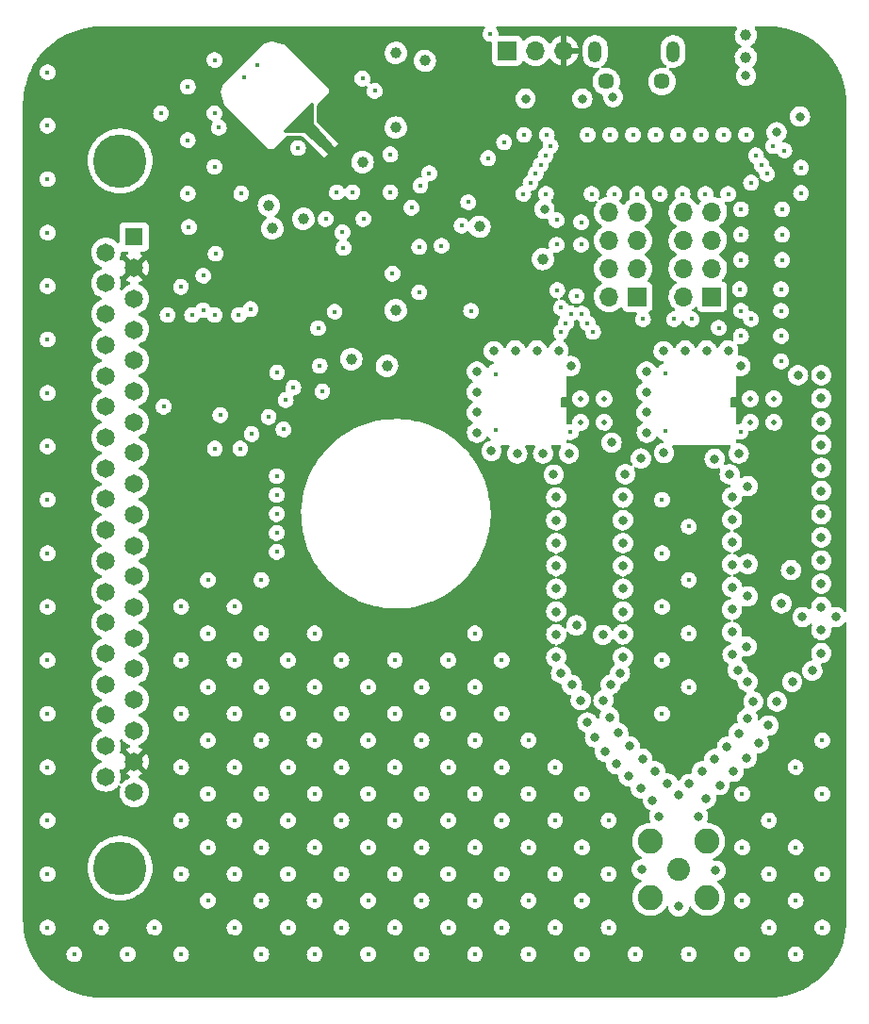
<source format=gbr>
%TF.GenerationSoftware,KiCad,Pcbnew,(6.0.1)*%
%TF.CreationDate,2022-01-25T11:54:45-06:00*%
%TF.ProjectId,Telemetry_KiCAD_Project,54656c65-6d65-4747-9279-5f4b69434144,rev?*%
%TF.SameCoordinates,Original*%
%TF.FileFunction,Copper,L3,Inr*%
%TF.FilePolarity,Positive*%
%FSLAX46Y46*%
G04 Gerber Fmt 4.6, Leading zero omitted, Abs format (unit mm)*
G04 Created by KiCad (PCBNEW (6.0.1)) date 2022-01-25 11:54:45*
%MOMM*%
%LPD*%
G01*
G04 APERTURE LIST*
%TA.AperFunction,ComponentPad*%
%ADD10C,2.050000*%
%TD*%
%TA.AperFunction,ComponentPad*%
%ADD11C,2.250000*%
%TD*%
%TA.AperFunction,ComponentPad*%
%ADD12R,1.650000X1.650000*%
%TD*%
%TA.AperFunction,ComponentPad*%
%ADD13C,1.650000*%
%TD*%
%TA.AperFunction,ComponentPad*%
%ADD14C,4.800000*%
%TD*%
%TA.AperFunction,ComponentPad*%
%ADD15C,0.500000*%
%TD*%
%TA.AperFunction,ComponentPad*%
%ADD16O,1.200000X1.900000*%
%TD*%
%TA.AperFunction,ComponentPad*%
%ADD17C,1.450000*%
%TD*%
%TA.AperFunction,ComponentPad*%
%ADD18R,1.700000X1.700000*%
%TD*%
%TA.AperFunction,ComponentPad*%
%ADD19O,1.700000X1.700000*%
%TD*%
%TA.AperFunction,ViaPad*%
%ADD20C,0.800000*%
%TD*%
%TA.AperFunction,ViaPad*%
%ADD21C,1.000000*%
%TD*%
%TA.AperFunction,ViaPad*%
%ADD22C,0.400000*%
%TD*%
G04 APERTURE END LIST*
D10*
%TO.N,/RSD_Duplexer/Antenna*%
%TO.C,J3*%
X141900000Y-130400000D03*
D11*
%TO.N,GND*%
X139360000Y-127860000D03*
X139360000Y-132940000D03*
X144440000Y-132940000D03*
X144440000Y-127860000D03*
%TD*%
D12*
%TO.N,GND*%
%TO.C,J5*%
X93000000Y-73625000D03*
D13*
%TO.N,+3V3*%
X93000000Y-76395000D03*
%TO.N,/37 Pin DSUB/t_miso*%
X93000000Y-79165000D03*
%TO.N,/37 Pin DSUB/SWDIO*%
X93000000Y-81935000D03*
%TO.N,/37 Pin DSUB/Alert_scl*%
X93000000Y-84705000D03*
%TO.N,/37 Pin DSUB/Alert_Active*%
X93000000Y-87475000D03*
%TO.N,/37 Pin DSUB/Fire*%
X93000000Y-90245000D03*
%TO.N,unconnected-(J5-Pad8)*%
X93000000Y-93015000D03*
%TO.N,unconnected-(J5-Pad9)*%
X93000000Y-95785000D03*
%TO.N,unconnected-(J5-Pad10)*%
X93000000Y-98555000D03*
%TO.N,unconnected-(J5-Pad11)*%
X93000000Y-101325000D03*
%TO.N,unconnected-(J5-Pad12)*%
X93000000Y-104095000D03*
%TO.N,unconnected-(J5-Pad13)*%
X93000000Y-106865000D03*
%TO.N,unconnected-(J5-Pad14)*%
X93000000Y-109635000D03*
%TO.N,unconnected-(J5-Pad15)*%
X93000000Y-112405000D03*
%TO.N,unconnected-(J5-Pad16)*%
X93000000Y-115175000D03*
%TO.N,unconnected-(J5-Pad17)*%
X93000000Y-117945000D03*
%TO.N,+3V3*%
X93000000Y-120715000D03*
%TO.N,GND*%
X93000000Y-123485000D03*
%TO.N,+5V*%
X90460000Y-75010000D03*
%TO.N,/37 Pin DSUB/t_mosi*%
X90460000Y-77780000D03*
%TO.N,/37 Pin DSUB/t_clk*%
X90460000Y-80550000D03*
%TO.N,/37 Pin DSUB/SWCLK*%
X90460000Y-83320000D03*
%TO.N,/37 Pin DSUB/Alert_sda*%
X90460000Y-86090000D03*
%TO.N,/37 Pin DSUB/NRST*%
X90460000Y-88860000D03*
%TO.N,/37 Pin DSUB/Fire_redundant*%
X90460000Y-91630000D03*
%TO.N,unconnected-(J5-Pad27)*%
X90460000Y-94400000D03*
%TO.N,unconnected-(J5-Pad28)*%
X90460000Y-97170000D03*
%TO.N,unconnected-(J5-Pad29)*%
X90460000Y-99940000D03*
%TO.N,unconnected-(J5-Pad30)*%
X90460000Y-102710000D03*
%TO.N,unconnected-(J5-Pad31)*%
X90460000Y-105480000D03*
%TO.N,unconnected-(J5-Pad32)*%
X90460000Y-108250000D03*
%TO.N,unconnected-(J5-Pad33)*%
X90460000Y-111020000D03*
%TO.N,unconnected-(J5-Pad34)*%
X90460000Y-113790000D03*
%TO.N,unconnected-(J5-Pad35)*%
X90460000Y-116560000D03*
%TO.N,unconnected-(J5-Pad36)*%
X90460000Y-119330000D03*
%TO.N,+5V*%
X90460000Y-122100000D03*
D14*
%TO.N,N/C*%
X91730000Y-66805000D03*
X91730000Y-130305000D03*
%TD*%
D15*
%TO.N,GND*%
%TO.C,U1*%
X135200000Y-88150000D03*
X135200000Y-90250000D03*
X133100000Y-88150000D03*
X133100000Y-90250000D03*
%TD*%
D16*
%TO.N,N/C*%
%TO.C,J4*%
X141400000Y-56962500D03*
D17*
X135400000Y-59662500D03*
D16*
X134400000Y-56962500D03*
D17*
X140400000Y-59662500D03*
%TD*%
D15*
%TO.N,GND*%
%TO.C,U6*%
X150450000Y-88150000D03*
X150450000Y-90250000D03*
X148350000Y-90250000D03*
X148350000Y-88150000D03*
%TD*%
D18*
%TO.N,/~{RX_SEL}*%
%TO.C,J2*%
X138190000Y-79000000D03*
D19*
%TO.N,/~{RX_IRQ}*%
X135650000Y-79000000D03*
%TO.N,/RX_SDI*%
X138190000Y-76460000D03*
%TO.N,/RX_SDO*%
X135650000Y-76460000D03*
%TO.N,/RX_SCL*%
X138190000Y-73920000D03*
%TO.N,/RX_RST*%
X135650000Y-73920000D03*
%TO.N,unconnected-(J2-Pad7)*%
X138190000Y-71380000D03*
%TO.N,GND*%
X135650000Y-71380000D03*
%TD*%
D18*
%TO.N,/~{TX_SEL}*%
%TO.C,J1*%
X144890000Y-78980001D03*
D19*
%TO.N,/~{TX_IRQ}*%
X142350000Y-78980001D03*
%TO.N,/TX_SDI*%
X144890000Y-76440001D03*
%TO.N,/TX_SDO*%
X142350000Y-76440001D03*
%TO.N,/TX_SCL*%
X144890000Y-73900001D03*
%TO.N,/TX_RST*%
X142350000Y-73900001D03*
%TO.N,unconnected-(J1-Pad7)*%
X144890000Y-71360001D03*
%TO.N,GND*%
X142350000Y-71360001D03*
%TD*%
D18*
%TO.N,GND*%
%TO.C,JP1*%
X126500000Y-56900000D03*
D19*
%TO.N,Net-(JP1-Pad2)*%
X129040000Y-56900000D03*
%TO.N,+3V3*%
X131580000Y-56900000D03*
%TD*%
D20*
%TO.N,GND*%
X148036958Y-120414689D03*
X134382863Y-118570544D03*
X149976483Y-117482312D03*
X147279474Y-118188394D03*
X149107400Y-119065500D03*
X143987243Y-121612650D03*
X133699912Y-117199764D03*
X148617940Y-115334061D03*
X148080930Y-116823278D03*
X140923665Y-122714234D03*
X138646032Y-120466107D03*
X146816934Y-121632815D03*
X145588527Y-122842696D03*
X133100000Y-115220000D03*
X137507216Y-119342044D03*
X135154039Y-115228042D03*
X142857764Y-122725096D03*
X136294006Y-120954717D03*
X137384884Y-122031463D03*
X139784849Y-121590171D03*
X135255101Y-119829256D03*
X135680618Y-116736541D03*
X139566640Y-124184955D03*
X144360121Y-124052577D03*
X146246201Y-119387759D03*
X136474418Y-118122929D03*
X138475762Y-123108209D03*
X145116722Y-120500205D03*
X141890000Y-123680000D03*
X141899999Y-133731193D03*
X143650000Y-125650000D03*
X145230213Y-130519787D03*
X138568805Y-130399999D03*
X140150000Y-125650000D03*
D21*
X116500000Y-63800000D03*
X124000000Y-72700000D03*
D22*
X125450000Y-85940000D03*
X147500000Y-82521428D03*
X147500000Y-73407142D03*
X147500000Y-80242857D03*
X147500000Y-71128571D03*
X147400000Y-78314285D03*
X147500000Y-75685714D03*
D20*
X154710000Y-86030000D03*
X152630000Y-86030000D03*
D22*
X140709999Y-91010000D03*
D20*
X130900000Y-97000000D03*
X130900000Y-97000000D03*
X130680000Y-94960000D03*
X127410000Y-93060000D03*
X129730000Y-93060000D03*
X151990000Y-103540000D03*
X130900000Y-99050000D03*
X130900000Y-101100000D03*
X130900000Y-107250000D03*
X130900000Y-103150000D03*
X130900000Y-109300000D03*
X130900000Y-111350000D03*
X130900000Y-105200000D03*
X148110000Y-102990000D03*
X148110000Y-105890000D03*
X135090000Y-109350000D03*
X148105000Y-96000000D03*
X132730000Y-108490000D03*
D22*
X135609999Y-126025000D03*
X135609999Y-130825000D03*
X135609999Y-135625000D03*
X147609999Y-128425000D03*
X147609999Y-133225000D03*
X147609999Y-123625000D03*
D20*
X146700000Y-96970000D03*
X146700000Y-101010000D03*
X146700000Y-98990000D03*
X146700000Y-105050000D03*
X146740000Y-111110000D03*
X146700000Y-103030000D03*
X146700000Y-107070000D03*
X146700000Y-109090000D03*
X147220553Y-112509447D03*
D22*
X96000000Y-80630000D03*
X102400000Y-80628120D03*
D20*
X135880000Y-92080000D03*
X139040000Y-91190000D03*
X140580000Y-93020000D03*
X144423374Y-83800000D03*
X139025000Y-85700000D03*
X139020000Y-87530000D03*
X140550124Y-83865808D03*
X142486749Y-83800000D03*
X139020000Y-89360000D03*
X146360000Y-83800000D03*
X147460000Y-85210000D03*
X147300000Y-93060000D03*
D22*
X107709999Y-65625000D03*
X145500000Y-81771428D03*
X116001183Y-66212958D03*
X111200000Y-69609998D03*
X116001183Y-69607070D03*
X97909999Y-72725000D03*
X100310000Y-75125000D03*
X102609999Y-69725000D03*
X95409999Y-62525000D03*
X97809999Y-64925000D03*
X100209999Y-67325000D03*
X97809999Y-69725000D03*
X97809999Y-60125000D03*
X100209999Y-57725000D03*
X100209999Y-62525000D03*
X154809999Y-118825000D03*
X109209999Y-118825000D03*
X104409999Y-128425000D03*
X118809999Y-133225000D03*
X100600000Y-63800000D03*
X97209999Y-126025000D03*
X116409999Y-111625000D03*
D20*
X136900000Y-105200000D03*
D22*
X104409999Y-133225000D03*
X114009999Y-128425000D03*
X126009999Y-135625000D03*
X85209999Y-97225000D03*
D21*
X147950000Y-55500000D03*
D22*
X140409999Y-116425000D03*
X133209999Y-133225000D03*
D21*
X115700000Y-85200000D03*
D22*
X105800000Y-101900000D03*
D20*
X154710000Y-90190000D03*
D22*
X133725224Y-64450000D03*
D21*
X105100000Y-70800000D03*
D22*
X123609999Y-109225000D03*
X128409999Y-133225000D03*
X118809999Y-138025000D03*
X85209999Y-130825000D03*
X105800000Y-98500000D03*
X116409999Y-126025000D03*
D20*
X154710000Y-98510000D03*
D22*
X106809999Y-130825000D03*
X121209999Y-135625000D03*
X99609999Y-133225000D03*
X121209999Y-111625000D03*
X87609999Y-138025000D03*
D20*
X148088823Y-113561177D03*
D22*
X106809999Y-111625000D03*
X106400000Y-90900000D03*
X147965653Y-64450000D03*
D20*
X131110000Y-83800000D03*
D22*
X97209999Y-138025000D03*
X121209999Y-121225000D03*
D21*
X129700000Y-75600000D03*
D22*
X130056531Y-64450000D03*
X98200000Y-80630000D03*
X111609999Y-135625000D03*
X102009999Y-130825000D03*
X150009999Y-126025000D03*
X142809999Y-104425000D03*
D20*
X153912983Y-112562983D03*
X136900000Y-111350000D03*
D22*
X99609999Y-123625000D03*
X133209999Y-123625000D03*
D20*
X132312500Y-113837500D03*
D22*
X130940627Y-72102818D03*
X143896959Y-64450000D03*
X142809999Y-114025000D03*
X111000920Y-80327506D03*
X102521023Y-92628120D03*
D20*
X137110000Y-94930000D03*
D22*
X121209999Y-116425000D03*
X123609999Y-128425000D03*
X105800000Y-95100000D03*
X134079672Y-69750000D03*
X114600000Y-60500000D03*
X116200000Y-76909999D03*
D20*
X136900000Y-107250000D03*
X136900000Y-103150000D03*
X125300124Y-83865808D03*
D22*
X109209999Y-138025000D03*
X85209999Y-102025000D03*
X92409999Y-138025000D03*
X151100000Y-78315714D03*
D20*
X152109140Y-113569140D03*
D22*
X106809999Y-116425000D03*
X140409999Y-97225000D03*
X118600000Y-74509999D03*
X106809999Y-121225000D03*
X97209999Y-121225000D03*
X114009999Y-138025000D03*
X85209999Y-135625000D03*
X102009999Y-135625000D03*
X104409999Y-114025000D03*
X150009999Y-130825000D03*
X142809999Y-138025000D03*
X151200000Y-73408571D03*
D21*
X112500000Y-84600000D03*
D20*
X132210000Y-85210000D03*
X135784999Y-113814999D03*
D22*
X99609999Y-118825000D03*
D20*
X131326825Y-112793175D03*
X154710000Y-88110000D03*
D22*
X114009999Y-123625000D03*
X123609999Y-123625000D03*
X99609999Y-109225000D03*
X129988150Y-69750000D03*
X133209999Y-128425000D03*
X102009999Y-121225000D03*
D20*
X123775000Y-85700000D03*
X136010000Y-61060000D03*
X123770000Y-87530000D03*
D21*
X113500000Y-66900000D03*
D22*
X152409999Y-133225000D03*
X112607070Y-69607070D03*
X94809999Y-135625000D03*
X102009999Y-126025000D03*
D20*
X146480000Y-94930000D03*
D22*
X142809999Y-109225000D03*
X85209999Y-92425000D03*
D20*
X129173374Y-83800000D03*
D22*
X90009999Y-135625000D03*
X146354238Y-69750000D03*
D21*
X105412132Y-72849390D03*
D22*
X133140627Y-72289828D03*
X109664903Y-85199057D03*
D20*
X154710000Y-92270000D03*
D22*
X128409999Y-138025000D03*
X130809999Y-126025000D03*
X125460000Y-90985000D03*
D20*
X127236749Y-83800000D03*
D22*
X141862612Y-64450000D03*
X99609999Y-114025000D03*
D20*
X129850000Y-71100000D03*
D22*
X137793918Y-64450000D03*
D20*
X154710000Y-104750000D03*
D22*
X139828265Y-64450000D03*
X151200000Y-71130000D03*
X97209999Y-111625000D03*
D21*
X116500000Y-80200000D03*
D20*
X136900000Y-99050000D03*
D22*
X123609999Y-118825000D03*
X127942389Y-69750000D03*
D21*
X108200000Y-72000000D03*
D22*
X110192930Y-72001183D03*
X85209999Y-111625000D03*
D20*
X136900000Y-109300000D03*
D22*
X126009999Y-130825000D03*
X111609999Y-111625000D03*
X85209999Y-68425000D03*
X152900000Y-67400000D03*
X109209999Y-114025000D03*
X152409999Y-121225000D03*
X128409999Y-128425000D03*
X104050000Y-58150000D03*
D20*
X154710000Y-108910000D03*
D22*
X114009999Y-118825000D03*
X104409999Y-123625000D03*
X140720001Y-85880000D03*
D20*
X154710000Y-102670000D03*
X151130000Y-106520000D03*
D22*
X133209999Y-138025000D03*
X105800000Y-96800000D03*
X121209999Y-130825000D03*
X85209999Y-73225000D03*
X99609999Y-128425000D03*
D20*
X145133187Y-93533187D03*
D22*
X121209999Y-126025000D03*
X106604881Y-88259079D03*
D21*
X147950000Y-57500000D03*
D22*
X104409999Y-138025000D03*
X102009999Y-106825000D03*
X104409999Y-104425000D03*
X113500000Y-59400000D03*
D20*
X136900000Y-101100000D03*
X128150000Y-61200000D03*
D22*
X154809999Y-130825000D03*
X97209999Y-116425000D03*
X114009999Y-133225000D03*
D20*
X150700000Y-64200000D03*
D22*
X154809999Y-135625000D03*
X85209999Y-82825000D03*
X102009999Y-116425000D03*
X109209999Y-123625000D03*
X126009999Y-111625000D03*
X151100000Y-82521429D03*
D20*
X150730000Y-115330000D03*
D22*
X145931306Y-64450000D03*
D21*
X116500000Y-57100000D03*
D22*
X85209999Y-116425000D03*
X126009999Y-121225000D03*
X85209999Y-87625000D03*
X85209999Y-106825000D03*
X97209999Y-130825000D03*
X150009999Y-135625000D03*
D20*
X123790000Y-91190000D03*
D22*
X104409999Y-109225000D03*
X130809999Y-130825000D03*
X85209999Y-63625000D03*
X151100000Y-80244286D03*
X118809999Y-114025000D03*
X128409999Y-123625000D03*
X152900000Y-69678571D03*
X103544860Y-91319100D03*
X140409999Y-111625000D03*
X118809999Y-123625000D03*
X135759571Y-64450000D03*
X97209999Y-106825000D03*
X113587042Y-72001183D03*
X126009999Y-126025000D03*
X116409999Y-135625000D03*
X99609999Y-104425000D03*
D20*
X154710000Y-94350000D03*
D22*
X142809999Y-99625000D03*
X105074871Y-89789089D03*
D20*
X132050000Y-93060000D03*
D22*
X130809999Y-121225000D03*
X116409999Y-121225000D03*
D20*
X154710000Y-106830000D03*
D22*
X128022184Y-64450000D03*
D20*
X154710000Y-96430000D03*
D22*
X111609999Y-121225000D03*
X116409999Y-116425000D03*
X85209999Y-121225000D03*
D20*
X138514565Y-93504565D03*
X136900000Y-97000000D03*
D22*
X109209999Y-133225000D03*
X130940627Y-74308782D03*
X104409999Y-118825000D03*
X123609999Y-138025000D03*
X102009999Y-111625000D03*
X100236853Y-80630000D03*
X109900000Y-87500000D03*
X106809999Y-126025000D03*
X123609999Y-114025000D03*
X151200000Y-75687143D03*
X142262716Y-69750000D03*
D20*
X154710000Y-110990000D03*
D22*
X140409999Y-106825000D03*
X100236853Y-92630000D03*
X140409999Y-102025000D03*
D20*
X136631987Y-112801987D03*
D22*
X109514671Y-81813755D03*
X138171194Y-69750000D03*
X111609999Y-130825000D03*
X109209999Y-109225000D03*
X125000000Y-55400000D03*
X114009999Y-114025000D03*
D21*
X119100000Y-57800000D03*
D22*
X85209999Y-126025000D03*
X126009999Y-116425000D03*
X111609999Y-126025000D03*
X151400000Y-65850000D03*
D20*
X125090000Y-92830000D03*
D22*
X109209999Y-128425000D03*
X111609999Y-116425000D03*
X128409999Y-118825000D03*
X144308477Y-69750000D03*
X140216955Y-69750000D03*
X136125433Y-69750000D03*
X85209999Y-78025000D03*
X123609999Y-133225000D03*
D20*
X123770000Y-89360000D03*
D22*
X152409999Y-138025000D03*
X124779758Y-66548668D03*
X154809999Y-123625000D03*
X118809999Y-128425000D03*
X106809999Y-135625000D03*
X126218258Y-65110168D03*
X130809999Y-135625000D03*
X105800000Y-100200000D03*
X116409999Y-130825000D03*
X138009999Y-138025000D03*
X102875000Y-59325000D03*
X147609999Y-138025000D03*
D20*
X154710000Y-100590000D03*
D22*
X118809999Y-118825000D03*
X151100000Y-84800000D03*
D20*
X148000000Y-110400000D03*
D22*
X85209999Y-58825000D03*
X152409999Y-128425000D03*
X133140627Y-74312002D03*
D20*
%TO.N,+3V3*%
X152015000Y-95590000D03*
D21*
X128500000Y-74300000D03*
D22*
X111600000Y-63400000D03*
D21*
X105200000Y-67000000D03*
D22*
X151300000Y-91100000D03*
X151700000Y-87600000D03*
D21*
X103900000Y-75600000D03*
D22*
X136400000Y-87600000D03*
D21*
X122700000Y-59100000D03*
D20*
X128100000Y-71100000D03*
D22*
X130400000Y-55300000D03*
D21*
X124100000Y-60500000D03*
D22*
X136100000Y-90900000D03*
D21*
X117400000Y-85200000D03*
X149800000Y-59600000D03*
X149800000Y-57200000D03*
X111300000Y-83400000D03*
D22*
X110600000Y-62400000D03*
D21*
X118000000Y-59000000D03*
D20*
%TO.N,+5V*%
X147950000Y-59150000D03*
X133250000Y-61200000D03*
X152800000Y-62800000D03*
X156000000Y-107750000D03*
X153030000Y-107740000D03*
D22*
%TO.N,/37 Pin DSUB/NRST*%
X99200000Y-80200000D03*
X99200000Y-77100000D03*
X95640000Y-88860000D03*
X100730000Y-89620000D03*
%TO.N,/~{TX_SEL}*%
X138700000Y-81000000D03*
X141500000Y-81000000D03*
X118600000Y-78600000D03*
X143080001Y-81000000D03*
%TO.N,/~{TX_IRQ}*%
X130400000Y-65450000D03*
X150400000Y-65450000D03*
%TO.N,/TX_SDI*%
X148850000Y-66300000D03*
X129950000Y-66300000D03*
%TO.N,/TX_SDO*%
X149350000Y-67150000D03*
X129500000Y-67150000D03*
%TO.N,/TX_SCL*%
X149850000Y-67950000D03*
X129050000Y-67950000D03*
%TO.N,/TX_RST*%
X128600000Y-68750000D03*
X148400000Y-81000000D03*
X148400000Y-68750000D03*
X147450000Y-91100000D03*
%TO.N,/RX_RST*%
X123250000Y-80250000D03*
X132200000Y-91150000D03*
X131325000Y-79975000D03*
%TO.N,/RX_SCL*%
X134220000Y-82155000D03*
X131320000Y-82155000D03*
%TO.N,/RX_SDO*%
X131770000Y-81355000D03*
X133720000Y-81355000D03*
%TO.N,/RX_SDI*%
X133220000Y-80505000D03*
X132220000Y-80505000D03*
%TO.N,/~{RX_IRQ}*%
X131000000Y-78400000D03*
%TO.N,/~{RX_SEL}*%
X132725000Y-78925000D03*
X123000000Y-70500000D03*
%TO.N,/37 Pin DSUB/Alert_scl*%
X118700000Y-69000000D03*
%TO.N,/37 Pin DSUB/Alert_Active*%
X119500000Y-67900000D03*
%TO.N,/37 Pin DSUB/Fire_redundant*%
X107290000Y-87140000D03*
%TO.N,/37 Pin DSUB/SWCLK*%
X120600000Y-74400000D03*
X122400000Y-72600000D03*
X111800000Y-74600000D03*
%TO.N,/37 Pin DSUB/t_clk*%
X97200000Y-78100000D03*
%TO.N,/37 Pin DSUB/t_mosi*%
X103450253Y-80100000D03*
%TO.N,/37 Pin DSUB/Alert_sda*%
X117900000Y-71000000D03*
%TO.N,/37 Pin DSUB/Fire*%
X105830000Y-85790000D03*
%TO.N,/37 Pin DSUB/SWDIO*%
X111700000Y-73200000D03*
%TD*%
%TA.AperFunction,Conductor*%
%TO.N,+3V3*%
G36*
X124456614Y-54720002D02*
G01*
X124503107Y-54773658D01*
X124513211Y-54843932D01*
X124483717Y-54908512D01*
X124480250Y-54911991D01*
X124475338Y-54917446D01*
X124469615Y-54922439D01*
X124371010Y-55062739D01*
X124353211Y-55108392D01*
X124324384Y-55182329D01*
X124308718Y-55222509D01*
X124307726Y-55230042D01*
X124307726Y-55230043D01*
X124297292Y-55309301D01*
X124286335Y-55392526D01*
X124294650Y-55467842D01*
X124303528Y-55548255D01*
X124305153Y-55562975D01*
X124307762Y-55570106D01*
X124307763Y-55570108D01*
X124317992Y-55598059D01*
X124364085Y-55724015D01*
X124368322Y-55730321D01*
X124368324Y-55730324D01*
X124381570Y-55750036D01*
X124459730Y-55866349D01*
X124586565Y-55981760D01*
X124737268Y-56063585D01*
X124903139Y-56107101D01*
X124982993Y-56108355D01*
X125017479Y-56108897D01*
X125085277Y-56129966D01*
X125130922Y-56184345D01*
X125141500Y-56234881D01*
X125141500Y-57798134D01*
X125148255Y-57860316D01*
X125199385Y-57996705D01*
X125286739Y-58113261D01*
X125403295Y-58200615D01*
X125539684Y-58251745D01*
X125601866Y-58258500D01*
X127398134Y-58258500D01*
X127460316Y-58251745D01*
X127596705Y-58200615D01*
X127713261Y-58113261D01*
X127800615Y-57996705D01*
X127811589Y-57967433D01*
X127844598Y-57879382D01*
X127887240Y-57822618D01*
X127953802Y-57797918D01*
X128023150Y-57813126D01*
X128057817Y-57841114D01*
X128086250Y-57873938D01*
X128258126Y-58016632D01*
X128451000Y-58129338D01*
X128455825Y-58131180D01*
X128455826Y-58131181D01*
X128523047Y-58156850D01*
X128659692Y-58209030D01*
X128664760Y-58210061D01*
X128664763Y-58210062D01*
X128758815Y-58229197D01*
X128878597Y-58253567D01*
X128883772Y-58253757D01*
X128883774Y-58253757D01*
X129096673Y-58261564D01*
X129096677Y-58261564D01*
X129101837Y-58261753D01*
X129106957Y-58261097D01*
X129106959Y-58261097D01*
X129318288Y-58234025D01*
X129318289Y-58234025D01*
X129323416Y-58233368D01*
X129328366Y-58231883D01*
X129532429Y-58170661D01*
X129532434Y-58170659D01*
X129537384Y-58169174D01*
X129737994Y-58070896D01*
X129919860Y-57941173D01*
X129942317Y-57918795D01*
X130065044Y-57796495D01*
X130078096Y-57783489D01*
X130094444Y-57760739D01*
X130208453Y-57602077D01*
X130209640Y-57602930D01*
X130256960Y-57559362D01*
X130326897Y-57547145D01*
X130392338Y-57574678D01*
X130420166Y-57606511D01*
X130477694Y-57700388D01*
X130483777Y-57708699D01*
X130623213Y-57869667D01*
X130630580Y-57876883D01*
X130794434Y-58012916D01*
X130802881Y-58018831D01*
X130986756Y-58126279D01*
X130996042Y-58130729D01*
X131195001Y-58206703D01*
X131204899Y-58209579D01*
X131308250Y-58230606D01*
X131322299Y-58229410D01*
X131326000Y-58219065D01*
X131326000Y-58218517D01*
X131834000Y-58218517D01*
X131838064Y-58232359D01*
X131851478Y-58234393D01*
X131858184Y-58233534D01*
X131868262Y-58231392D01*
X132072255Y-58170191D01*
X132081842Y-58166433D01*
X132273095Y-58072739D01*
X132281945Y-58067464D01*
X132455328Y-57943792D01*
X132463200Y-57937139D01*
X132614052Y-57786812D01*
X132620730Y-57778965D01*
X132745003Y-57606020D01*
X132750313Y-57597183D01*
X132844670Y-57406267D01*
X132848469Y-57396672D01*
X132857987Y-57365346D01*
X133291500Y-57365346D01*
X133306548Y-57523066D01*
X133366092Y-57726034D01*
X133368836Y-57731361D01*
X133368836Y-57731362D01*
X133453171Y-57895108D01*
X133462942Y-57914080D01*
X133593604Y-58080420D01*
X133598135Y-58084352D01*
X133598138Y-58084355D01*
X133684058Y-58158912D01*
X133753363Y-58219052D01*
X133758549Y-58222052D01*
X133758553Y-58222055D01*
X133896139Y-58301650D01*
X133936454Y-58324973D01*
X134136271Y-58394361D01*
X134142206Y-58395222D01*
X134142208Y-58395222D01*
X134339664Y-58423852D01*
X134339667Y-58423852D01*
X134345604Y-58424713D01*
X134556899Y-58414933D01*
X134633347Y-58396509D01*
X134704258Y-58399994D01*
X134762028Y-58441263D01*
X134788315Y-58507214D01*
X134774774Y-58576907D01*
X134735139Y-58622215D01*
X134634337Y-58692798D01*
X134604093Y-58713975D01*
X134451475Y-58866593D01*
X134327677Y-59043394D01*
X134325354Y-59048376D01*
X134325351Y-59048381D01*
X134240774Y-59229758D01*
X134236461Y-59239007D01*
X134235039Y-59244315D01*
X134235038Y-59244317D01*
X134216628Y-59313023D01*
X134180599Y-59447487D01*
X134161788Y-59662500D01*
X134180599Y-59877513D01*
X134182023Y-59882826D01*
X134182023Y-59882828D01*
X134228727Y-60057128D01*
X134236461Y-60085993D01*
X134238783Y-60090974D01*
X134238784Y-60090975D01*
X134325351Y-60276619D01*
X134325354Y-60276624D01*
X134327677Y-60281606D01*
X134364288Y-60333891D01*
X134444899Y-60449015D01*
X134451475Y-60458407D01*
X134604093Y-60611025D01*
X134780894Y-60734823D01*
X134785876Y-60737146D01*
X134785881Y-60737149D01*
X134971525Y-60823716D01*
X134976507Y-60826039D01*
X134981815Y-60827461D01*
X134981817Y-60827462D01*
X135013178Y-60835865D01*
X135073801Y-60872817D01*
X135104822Y-60936678D01*
X135105877Y-60970742D01*
X135101054Y-61016635D01*
X135096496Y-61060000D01*
X135097186Y-61066565D01*
X135112062Y-61208098D01*
X135116458Y-61249928D01*
X135175473Y-61431556D01*
X135270960Y-61596944D01*
X135275378Y-61601851D01*
X135275379Y-61601852D01*
X135378281Y-61716136D01*
X135398747Y-61738866D01*
X135414072Y-61750000D01*
X135520492Y-61827319D01*
X135553248Y-61851118D01*
X135559276Y-61853802D01*
X135559278Y-61853803D01*
X135647029Y-61892872D01*
X135727712Y-61928794D01*
X135821113Y-61948647D01*
X135908056Y-61967128D01*
X135908061Y-61967128D01*
X135914513Y-61968500D01*
X136105487Y-61968500D01*
X136111939Y-61967128D01*
X136111944Y-61967128D01*
X136198887Y-61948647D01*
X136292288Y-61928794D01*
X136372971Y-61892872D01*
X136460722Y-61853803D01*
X136460724Y-61853802D01*
X136466752Y-61851118D01*
X136499509Y-61827319D01*
X136605928Y-61750000D01*
X136621253Y-61738866D01*
X136641719Y-61716136D01*
X136744621Y-61601852D01*
X136744622Y-61601851D01*
X136749040Y-61596944D01*
X136844527Y-61431556D01*
X136903542Y-61249928D01*
X136907939Y-61208098D01*
X136922814Y-61066565D01*
X136923504Y-61060000D01*
X136915939Y-60988023D01*
X136904232Y-60876635D01*
X136904232Y-60876633D01*
X136903542Y-60870072D01*
X136844527Y-60688444D01*
X136838037Y-60677202D01*
X136752341Y-60528774D01*
X136749040Y-60523056D01*
X136741732Y-60514939D01*
X136625675Y-60386045D01*
X136625674Y-60386044D01*
X136621253Y-60381134D01*
X136559375Y-60336176D01*
X136516021Y-60279955D01*
X136509946Y-60209219D01*
X136519241Y-60180991D01*
X136561216Y-60090975D01*
X136561217Y-60090974D01*
X136563539Y-60085993D01*
X136571274Y-60057128D01*
X136617977Y-59882828D01*
X136617977Y-59882826D01*
X136619401Y-59877513D01*
X136638212Y-59662500D01*
X139161788Y-59662500D01*
X139180599Y-59877513D01*
X139182023Y-59882826D01*
X139182023Y-59882828D01*
X139228727Y-60057128D01*
X139236461Y-60085993D01*
X139238783Y-60090974D01*
X139238784Y-60090975D01*
X139325351Y-60276619D01*
X139325354Y-60276624D01*
X139327677Y-60281606D01*
X139364288Y-60333891D01*
X139444899Y-60449015D01*
X139451475Y-60458407D01*
X139604093Y-60611025D01*
X139780894Y-60734823D01*
X139785876Y-60737146D01*
X139785881Y-60737149D01*
X139971525Y-60823716D01*
X139976507Y-60826039D01*
X139981815Y-60827461D01*
X139981817Y-60827462D01*
X140179672Y-60880477D01*
X140179674Y-60880477D01*
X140184987Y-60881901D01*
X140400000Y-60900712D01*
X140615013Y-60881901D01*
X140620326Y-60880477D01*
X140620328Y-60880477D01*
X140818183Y-60827462D01*
X140818185Y-60827461D01*
X140823493Y-60826039D01*
X140828475Y-60823716D01*
X141014119Y-60737149D01*
X141014124Y-60737146D01*
X141019106Y-60734823D01*
X141195907Y-60611025D01*
X141348525Y-60458407D01*
X141355102Y-60449015D01*
X141435712Y-60333891D01*
X141472323Y-60281606D01*
X141474646Y-60276624D01*
X141474649Y-60276619D01*
X141561216Y-60090975D01*
X141561217Y-60090974D01*
X141563539Y-60085993D01*
X141571274Y-60057128D01*
X141617977Y-59882828D01*
X141617977Y-59882826D01*
X141619401Y-59877513D01*
X141638212Y-59662500D01*
X141619401Y-59447487D01*
X141583372Y-59313023D01*
X141564962Y-59244317D01*
X141564961Y-59244315D01*
X141563539Y-59239007D01*
X141559226Y-59229758D01*
X141474649Y-59048381D01*
X141474646Y-59048376D01*
X141472323Y-59043394D01*
X141348525Y-58866593D01*
X141195907Y-58713975D01*
X141165664Y-58692798D01*
X141079029Y-58632136D01*
X141069905Y-58625747D01*
X141025578Y-58570291D01*
X141018269Y-58499672D01*
X141050300Y-58436311D01*
X141111501Y-58400326D01*
X141160257Y-58397839D01*
X141339664Y-58423852D01*
X141339667Y-58423852D01*
X141345604Y-58424713D01*
X141556899Y-58414933D01*
X141706895Y-58378784D01*
X141756701Y-58366781D01*
X141756703Y-58366780D01*
X141762534Y-58365375D01*
X141767992Y-58362893D01*
X141767996Y-58362892D01*
X141941596Y-58283960D01*
X141955087Y-58277826D01*
X142108258Y-58169174D01*
X142122725Y-58158912D01*
X142122726Y-58158911D01*
X142127611Y-58155446D01*
X142263660Y-58013327D01*
X142269736Y-58006980D01*
X142273881Y-58002650D01*
X142388620Y-57824952D01*
X142426338Y-57731362D01*
X142465442Y-57634332D01*
X142465443Y-57634329D01*
X142467686Y-57628763D01*
X142508228Y-57421163D01*
X142508500Y-57415601D01*
X142508500Y-56559654D01*
X142493452Y-56401934D01*
X142433908Y-56198966D01*
X142426378Y-56184345D01*
X142339804Y-56016251D01*
X142339802Y-56016248D01*
X142337058Y-56010920D01*
X142206396Y-55844580D01*
X142201865Y-55840648D01*
X142201862Y-55840645D01*
X142051167Y-55709879D01*
X142046637Y-55705948D01*
X142041451Y-55702948D01*
X142041447Y-55702945D01*
X141868742Y-55603033D01*
X141863546Y-55600027D01*
X141663729Y-55530639D01*
X141657794Y-55529778D01*
X141657792Y-55529778D01*
X141460336Y-55501148D01*
X141460333Y-55501148D01*
X141454396Y-55500287D01*
X141243101Y-55510067D01*
X141118213Y-55540165D01*
X141043299Y-55558219D01*
X141043297Y-55558220D01*
X141037466Y-55559625D01*
X141032008Y-55562107D01*
X141032004Y-55562108D01*
X140938173Y-55604771D01*
X140844913Y-55647174D01*
X140672389Y-55769554D01*
X140526119Y-55922350D01*
X140411380Y-56100048D01*
X140409137Y-56105614D01*
X140351276Y-56249187D01*
X140332314Y-56296237D01*
X140291772Y-56503837D01*
X140291500Y-56509399D01*
X140291500Y-57365346D01*
X140306548Y-57523066D01*
X140366092Y-57726034D01*
X140368836Y-57731361D01*
X140368836Y-57731362D01*
X140453171Y-57895108D01*
X140462942Y-57914080D01*
X140593604Y-58080420D01*
X140598135Y-58084352D01*
X140598138Y-58084355D01*
X140684058Y-58158912D01*
X140753363Y-58219052D01*
X140764182Y-58225311D01*
X140768508Y-58227814D01*
X140817455Y-58279241D01*
X140830828Y-58348967D01*
X140804381Y-58414854D01*
X140746511Y-58455983D01*
X140672797Y-58458582D01*
X140620335Y-58444524D01*
X140620324Y-58444522D01*
X140615013Y-58443099D01*
X140400000Y-58424288D01*
X140184987Y-58443099D01*
X140179674Y-58444523D01*
X140179672Y-58444523D01*
X139981817Y-58497538D01*
X139981815Y-58497539D01*
X139976507Y-58498961D01*
X139971526Y-58501283D01*
X139971525Y-58501284D01*
X139785881Y-58587851D01*
X139785876Y-58587854D01*
X139780894Y-58590177D01*
X139720971Y-58632136D01*
X139634337Y-58692798D01*
X139604093Y-58713975D01*
X139451475Y-58866593D01*
X139327677Y-59043394D01*
X139325354Y-59048376D01*
X139325351Y-59048381D01*
X139240774Y-59229758D01*
X139236461Y-59239007D01*
X139235039Y-59244315D01*
X139235038Y-59244317D01*
X139216628Y-59313023D01*
X139180599Y-59447487D01*
X139161788Y-59662500D01*
X136638212Y-59662500D01*
X136619401Y-59447487D01*
X136583372Y-59313023D01*
X136564962Y-59244317D01*
X136564961Y-59244315D01*
X136563539Y-59239007D01*
X136559226Y-59229758D01*
X136474649Y-59048381D01*
X136474646Y-59048376D01*
X136472323Y-59043394D01*
X136348525Y-58866593D01*
X136195907Y-58713975D01*
X136165664Y-58692798D01*
X136079029Y-58632136D01*
X136019106Y-58590177D01*
X136014124Y-58587854D01*
X136014119Y-58587851D01*
X135828475Y-58501284D01*
X135828474Y-58501283D01*
X135823493Y-58498961D01*
X135818185Y-58497539D01*
X135818183Y-58497538D01*
X135620328Y-58444523D01*
X135620326Y-58444523D01*
X135615013Y-58443099D01*
X135400000Y-58424288D01*
X135184987Y-58443099D01*
X135179674Y-58444523D01*
X135179672Y-58444523D01*
X135119216Y-58460722D01*
X135048239Y-58459032D01*
X134989444Y-58419238D01*
X134961496Y-58353973D01*
X134973270Y-58283960D01*
X135013705Y-58236245D01*
X135014914Y-58235388D01*
X135108258Y-58169174D01*
X135122725Y-58158912D01*
X135122726Y-58158911D01*
X135127611Y-58155446D01*
X135263660Y-58013327D01*
X135269736Y-58006980D01*
X135273881Y-58002650D01*
X135388620Y-57824952D01*
X135426338Y-57731362D01*
X135465442Y-57634332D01*
X135465443Y-57634329D01*
X135467686Y-57628763D01*
X135508228Y-57421163D01*
X135508500Y-57415601D01*
X135508500Y-56559654D01*
X135493452Y-56401934D01*
X135433908Y-56198966D01*
X135426378Y-56184345D01*
X135339804Y-56016251D01*
X135339802Y-56016248D01*
X135337058Y-56010920D01*
X135206396Y-55844580D01*
X135201865Y-55840648D01*
X135201862Y-55840645D01*
X135051167Y-55709879D01*
X135046637Y-55705948D01*
X135041451Y-55702948D01*
X135041447Y-55702945D01*
X134868742Y-55603033D01*
X134863546Y-55600027D01*
X134663729Y-55530639D01*
X134657794Y-55529778D01*
X134657792Y-55529778D01*
X134460336Y-55501148D01*
X134460333Y-55501148D01*
X134454396Y-55500287D01*
X134243101Y-55510067D01*
X134118213Y-55540165D01*
X134043299Y-55558219D01*
X134043297Y-55558220D01*
X134037466Y-55559625D01*
X134032008Y-55562107D01*
X134032004Y-55562108D01*
X133938173Y-55604771D01*
X133844913Y-55647174D01*
X133672389Y-55769554D01*
X133526119Y-55922350D01*
X133411380Y-56100048D01*
X133409137Y-56105614D01*
X133351276Y-56249187D01*
X133332314Y-56296237D01*
X133291772Y-56503837D01*
X133291500Y-56509399D01*
X133291500Y-57365346D01*
X132857987Y-57365346D01*
X132910377Y-57192910D01*
X132912555Y-57182837D01*
X132913986Y-57171962D01*
X132911775Y-57157778D01*
X132898617Y-57154000D01*
X131852115Y-57154000D01*
X131836876Y-57158475D01*
X131835671Y-57159865D01*
X131834000Y-57167548D01*
X131834000Y-58218517D01*
X131326000Y-58218517D01*
X131326000Y-56627885D01*
X131834000Y-56627885D01*
X131838475Y-56643124D01*
X131839865Y-56644329D01*
X131847548Y-56646000D01*
X132898344Y-56646000D01*
X132911875Y-56642027D01*
X132913180Y-56632947D01*
X132871214Y-56465875D01*
X132867894Y-56456124D01*
X132782972Y-56260814D01*
X132778105Y-56251739D01*
X132662426Y-56072926D01*
X132656136Y-56064757D01*
X132512806Y-55907240D01*
X132505273Y-55900215D01*
X132338139Y-55768222D01*
X132329552Y-55762517D01*
X132143117Y-55659599D01*
X132133705Y-55655369D01*
X131932959Y-55584280D01*
X131922988Y-55581646D01*
X131851837Y-55568972D01*
X131838540Y-55570432D01*
X131834000Y-55584989D01*
X131834000Y-56627885D01*
X131326000Y-56627885D01*
X131326000Y-55583102D01*
X131322082Y-55569758D01*
X131307806Y-55567771D01*
X131269324Y-55573660D01*
X131259288Y-55576051D01*
X131056868Y-55642212D01*
X131047359Y-55646209D01*
X130858463Y-55744542D01*
X130849738Y-55750036D01*
X130679433Y-55877905D01*
X130671726Y-55884748D01*
X130524590Y-56038717D01*
X130518109Y-56046722D01*
X130413498Y-56200074D01*
X130358587Y-56245076D01*
X130288062Y-56253247D01*
X130224315Y-56221993D01*
X130203618Y-56197509D01*
X130122822Y-56072617D01*
X130122820Y-56072614D01*
X130120014Y-56068277D01*
X129969670Y-55903051D01*
X129965619Y-55899852D01*
X129965615Y-55899848D01*
X129798414Y-55767800D01*
X129798410Y-55767798D01*
X129794359Y-55764598D01*
X129758028Y-55744542D01*
X129742136Y-55735769D01*
X129598789Y-55656638D01*
X129593920Y-55654914D01*
X129593916Y-55654912D01*
X129393087Y-55583795D01*
X129393083Y-55583794D01*
X129388212Y-55582069D01*
X129383119Y-55581162D01*
X129383116Y-55581161D01*
X129173373Y-55543800D01*
X129173367Y-55543799D01*
X129168284Y-55542894D01*
X129094452Y-55541992D01*
X128950081Y-55540228D01*
X128950079Y-55540228D01*
X128944911Y-55540165D01*
X128724091Y-55573955D01*
X128511756Y-55643357D01*
X128313607Y-55746507D01*
X128309474Y-55749610D01*
X128309471Y-55749612D01*
X128176702Y-55849298D01*
X128134965Y-55880635D01*
X128078537Y-55939684D01*
X128054283Y-55965064D01*
X127992759Y-56000494D01*
X127921846Y-55997037D01*
X127864060Y-55955791D01*
X127845207Y-55922243D01*
X127803767Y-55811703D01*
X127800615Y-55803295D01*
X127713261Y-55686739D01*
X127596705Y-55599385D01*
X127460316Y-55548255D01*
X127398134Y-55541500D01*
X125839548Y-55541500D01*
X125771427Y-55521498D01*
X125724934Y-55467842D01*
X125713555Y-55414176D01*
X125713661Y-55404133D01*
X125713661Y-55404127D01*
X125713704Y-55400000D01*
X125701986Y-55303167D01*
X125694015Y-55237299D01*
X125694014Y-55237296D01*
X125693102Y-55229758D01*
X125676477Y-55185759D01*
X125635171Y-55076447D01*
X125632487Y-55069344D01*
X125546784Y-54944645D01*
X125539659Y-54934278D01*
X125539658Y-54934276D01*
X125535357Y-54928019D01*
X125526442Y-54920076D01*
X125524763Y-54917382D01*
X125524663Y-54917269D01*
X125524682Y-54917252D01*
X125488886Y-54859826D01*
X125489866Y-54788836D01*
X125529071Y-54729646D01*
X125594053Y-54701047D01*
X125610261Y-54700000D01*
X147034512Y-54700000D01*
X147102633Y-54720002D01*
X147149126Y-54773658D01*
X147159230Y-54843932D01*
X147131034Y-54906990D01*
X147118071Y-54922439D01*
X147113846Y-54927474D01*
X147110879Y-54932872D01*
X147110875Y-54932877D01*
X147067075Y-55012550D01*
X147018567Y-55100787D01*
X147016706Y-55106654D01*
X147016705Y-55106656D01*
X146975263Y-55237299D01*
X146958765Y-55289306D01*
X146936719Y-55485851D01*
X146938203Y-55503523D01*
X146951309Y-55659599D01*
X146953268Y-55682934D01*
X146963002Y-55716879D01*
X147005862Y-55866349D01*
X147007783Y-55873050D01*
X147010602Y-55878535D01*
X147061027Y-55976650D01*
X147098187Y-56048956D01*
X147221035Y-56203953D01*
X147225728Y-56207947D01*
X147225729Y-56207948D01*
X147329469Y-56296237D01*
X147371650Y-56332136D01*
X147377026Y-56335141D01*
X147377031Y-56335144D01*
X147475319Y-56390075D01*
X147525025Y-56440768D01*
X147539433Y-56510287D01*
X147513970Y-56576560D01*
X147472225Y-56611725D01*
X147395110Y-56652040D01*
X147240975Y-56775968D01*
X147237011Y-56780692D01*
X147228602Y-56790713D01*
X147113846Y-56927474D01*
X147110879Y-56932872D01*
X147110875Y-56932877D01*
X147032211Y-57075968D01*
X147018567Y-57100787D01*
X147016706Y-57106654D01*
X147016705Y-57106656D01*
X146972932Y-57244645D01*
X146958765Y-57289306D01*
X146936719Y-57485851D01*
X146937235Y-57491995D01*
X146948225Y-57622873D01*
X146953268Y-57682934D01*
X146969616Y-57739947D01*
X147004132Y-57860316D01*
X147007783Y-57873050D01*
X147019119Y-57895108D01*
X147081575Y-58016632D01*
X147098187Y-58048956D01*
X147221035Y-58203953D01*
X147225728Y-58207947D01*
X147225729Y-58207948D01*
X147325207Y-58292610D01*
X147364120Y-58351993D01*
X147364751Y-58422986D01*
X147337180Y-58472874D01*
X147231560Y-58590177D01*
X147210960Y-58613056D01*
X147164921Y-58692798D01*
X147134899Y-58744798D01*
X147115473Y-58778444D01*
X147056458Y-58960072D01*
X147055768Y-58966633D01*
X147055768Y-58966635D01*
X147047176Y-59048381D01*
X147036496Y-59150000D01*
X147037186Y-59156565D01*
X147053112Y-59308089D01*
X147056458Y-59339928D01*
X147115473Y-59521556D01*
X147210960Y-59686944D01*
X147215378Y-59691851D01*
X147215379Y-59691852D01*
X147307663Y-59794344D01*
X147338747Y-59828866D01*
X147493248Y-59941118D01*
X147499276Y-59943802D01*
X147499278Y-59943803D01*
X147613054Y-59994459D01*
X147667712Y-60018794D01*
X147761112Y-60038647D01*
X147848056Y-60057128D01*
X147848061Y-60057128D01*
X147854513Y-60058500D01*
X148045487Y-60058500D01*
X148051939Y-60057128D01*
X148051944Y-60057128D01*
X148138888Y-60038647D01*
X148232288Y-60018794D01*
X148286946Y-59994459D01*
X148400722Y-59943803D01*
X148400724Y-59943802D01*
X148406752Y-59941118D01*
X148561253Y-59828866D01*
X148592337Y-59794344D01*
X148684621Y-59691852D01*
X148684622Y-59691851D01*
X148689040Y-59686944D01*
X148784527Y-59521556D01*
X148843542Y-59339928D01*
X148846889Y-59308089D01*
X148862814Y-59156565D01*
X148863504Y-59150000D01*
X148852824Y-59048381D01*
X148844232Y-58966635D01*
X148844232Y-58966633D01*
X148843542Y-58960072D01*
X148784527Y-58778444D01*
X148765102Y-58744798D01*
X148735079Y-58692798D01*
X148689040Y-58613056D01*
X148562420Y-58472430D01*
X148531705Y-58408426D01*
X148540469Y-58337973D01*
X148578483Y-58288835D01*
X148648847Y-58233861D01*
X148753664Y-58112429D01*
X148774049Y-58088813D01*
X148774050Y-58088811D01*
X148778078Y-58084145D01*
X148875769Y-57912179D01*
X148938197Y-57724513D01*
X148962985Y-57528295D01*
X148963380Y-57500000D01*
X148944080Y-57303167D01*
X148886916Y-57113831D01*
X148794066Y-56939204D01*
X148692150Y-56814243D01*
X148672960Y-56790713D01*
X148672957Y-56790710D01*
X148669065Y-56785938D01*
X148662724Y-56780692D01*
X148521425Y-56663799D01*
X148521421Y-56663797D01*
X148516675Y-56659870D01*
X148426335Y-56611023D01*
X148375928Y-56561029D01*
X148360550Y-56491718D01*
X148385086Y-56425096D01*
X148429453Y-56387723D01*
X148492996Y-56355625D01*
X148648847Y-56233861D01*
X148742489Y-56125376D01*
X148774049Y-56088813D01*
X148774050Y-56088811D01*
X148778078Y-56084145D01*
X148875769Y-55912179D01*
X148938197Y-55724513D01*
X148962985Y-55528295D01*
X148963220Y-55511472D01*
X148963331Y-55503523D01*
X148963331Y-55503520D01*
X148963380Y-55500000D01*
X148944080Y-55303167D01*
X148886916Y-55113831D01*
X148794066Y-54939204D01*
X148790171Y-54934428D01*
X148766688Y-54905635D01*
X148739135Y-54840203D01*
X148751331Y-54770262D01*
X148799404Y-54718017D01*
X148864332Y-54700000D01*
X149997641Y-54700000D01*
X150002352Y-54700088D01*
X150518397Y-54719397D01*
X150527793Y-54720101D01*
X151038619Y-54777657D01*
X151047934Y-54779061D01*
X151390781Y-54843932D01*
X151553007Y-54874627D01*
X151562193Y-54876723D01*
X152058740Y-55009772D01*
X152067744Y-55012550D01*
X152552944Y-55182329D01*
X152561684Y-55185759D01*
X153018339Y-55384995D01*
X153032859Y-55391330D01*
X153041348Y-55395418D01*
X153200867Y-55479726D01*
X153495848Y-55635627D01*
X153503993Y-55640331D01*
X153939261Y-55913829D01*
X153947026Y-55919123D01*
X154360647Y-56224389D01*
X154367992Y-56230246D01*
X154757637Y-56565563D01*
X154764544Y-56571972D01*
X155128028Y-56935456D01*
X155134436Y-56942362D01*
X155469754Y-57332008D01*
X155475611Y-57339353D01*
X155780877Y-57752974D01*
X155786171Y-57760739D01*
X156059665Y-58196000D01*
X156064373Y-58204152D01*
X156175920Y-58415210D01*
X156304582Y-58658652D01*
X156308668Y-58667138D01*
X156514241Y-59138316D01*
X156517671Y-59147056D01*
X156646515Y-59515271D01*
X156687450Y-59632256D01*
X156690228Y-59641260D01*
X156730832Y-59792798D01*
X156815317Y-60108098D01*
X156823277Y-60137807D01*
X156825373Y-60146991D01*
X156894214Y-60510822D01*
X156920938Y-60652063D01*
X156922343Y-60661381D01*
X156979899Y-61172207D01*
X156980603Y-61181603D01*
X156999912Y-61697648D01*
X157000000Y-61702359D01*
X157000000Y-107194814D01*
X156979998Y-107262935D01*
X156926342Y-107309428D01*
X156856068Y-107319532D01*
X156791488Y-107290038D01*
X156764881Y-107257814D01*
X156742341Y-107218774D01*
X156739040Y-107213056D01*
X156728686Y-107201556D01*
X156615675Y-107076045D01*
X156615674Y-107076044D01*
X156611253Y-107071134D01*
X156456752Y-106958882D01*
X156450724Y-106956198D01*
X156450722Y-106956197D01*
X156288319Y-106883891D01*
X156288318Y-106883891D01*
X156282288Y-106881206D01*
X156188887Y-106861353D01*
X156101944Y-106842872D01*
X156101939Y-106842872D01*
X156095487Y-106841500D01*
X155904513Y-106841500D01*
X155898061Y-106842872D01*
X155898056Y-106842872D01*
X155767707Y-106870579D01*
X155696916Y-106865177D01*
X155640284Y-106822360D01*
X155616200Y-106760503D01*
X155604232Y-106646635D01*
X155604232Y-106646633D01*
X155603542Y-106640072D01*
X155544527Y-106458444D01*
X155526341Y-106426944D01*
X155501484Y-106383891D01*
X155449040Y-106293056D01*
X155443739Y-106287168D01*
X155325675Y-106156045D01*
X155325674Y-106156044D01*
X155321253Y-106151134D01*
X155166752Y-106038882D01*
X155160724Y-106036198D01*
X155160722Y-106036197D01*
X154998319Y-105963891D01*
X154998318Y-105963891D01*
X154992288Y-105961206D01*
X154898888Y-105941353D01*
X154811944Y-105922872D01*
X154811939Y-105922872D01*
X154805487Y-105921500D01*
X154614513Y-105921500D01*
X154608061Y-105922872D01*
X154608056Y-105922872D01*
X154521112Y-105941353D01*
X154427712Y-105961206D01*
X154421682Y-105963891D01*
X154421681Y-105963891D01*
X154259278Y-106036197D01*
X154259276Y-106036198D01*
X154253248Y-106038882D01*
X154098747Y-106151134D01*
X154094326Y-106156044D01*
X154094325Y-106156045D01*
X153976262Y-106287168D01*
X153970960Y-106293056D01*
X153918516Y-106383891D01*
X153893660Y-106426944D01*
X153875473Y-106458444D01*
X153816458Y-106640072D01*
X153815768Y-106646633D01*
X153815768Y-106646635D01*
X153797807Y-106817526D01*
X153796496Y-106830000D01*
X153802804Y-106890012D01*
X153806051Y-106920908D01*
X153793279Y-106990747D01*
X153744777Y-107042593D01*
X153675944Y-107059988D01*
X153606680Y-107036015D01*
X153492094Y-106952763D01*
X153492093Y-106952762D01*
X153486752Y-106948882D01*
X153480724Y-106946198D01*
X153480722Y-106946197D01*
X153318319Y-106873891D01*
X153318318Y-106873891D01*
X153312288Y-106871206D01*
X153218888Y-106851353D01*
X153131944Y-106832872D01*
X153131939Y-106832872D01*
X153125487Y-106831500D01*
X152934513Y-106831500D01*
X152928061Y-106832872D01*
X152928056Y-106832872D01*
X152841112Y-106851353D01*
X152747712Y-106871206D01*
X152741682Y-106873891D01*
X152741681Y-106873891D01*
X152579278Y-106946197D01*
X152579276Y-106946198D01*
X152573248Y-106948882D01*
X152567907Y-106952762D01*
X152567906Y-106952763D01*
X152545080Y-106969347D01*
X152418747Y-107061134D01*
X152414326Y-107066044D01*
X152414325Y-107066045D01*
X152299155Y-107193955D01*
X152290960Y-107203056D01*
X152195473Y-107368444D01*
X152136458Y-107550072D01*
X152135768Y-107556633D01*
X152135768Y-107556635D01*
X152128945Y-107621556D01*
X152116496Y-107740000D01*
X152117186Y-107746565D01*
X152124489Y-107816045D01*
X152136458Y-107929928D01*
X152195473Y-108111556D01*
X152198776Y-108117277D01*
X152198777Y-108117279D01*
X152202825Y-108124290D01*
X152290960Y-108276944D01*
X152295378Y-108281851D01*
X152295379Y-108281852D01*
X152408289Y-108407251D01*
X152418747Y-108418866D01*
X152493831Y-108473418D01*
X152554915Y-108517798D01*
X152573248Y-108531118D01*
X152579276Y-108533802D01*
X152579278Y-108533803D01*
X152644324Y-108562763D01*
X152747712Y-108608794D01*
X152828871Y-108626045D01*
X152928056Y-108647128D01*
X152928061Y-108647128D01*
X152934513Y-108648500D01*
X153125487Y-108648500D01*
X153131939Y-108647128D01*
X153131944Y-108647128D01*
X153231129Y-108626045D01*
X153312288Y-108608794D01*
X153415676Y-108562763D01*
X153480722Y-108533803D01*
X153480724Y-108533802D01*
X153486752Y-108531118D01*
X153505086Y-108517798D01*
X153566169Y-108473418D01*
X153641253Y-108418866D01*
X153684327Y-108371027D01*
X153744772Y-108333789D01*
X153815756Y-108335141D01*
X153874740Y-108374655D01*
X153902998Y-108439786D01*
X153891558Y-108509854D01*
X153887085Y-108518331D01*
X153875473Y-108538444D01*
X153816458Y-108720072D01*
X153815768Y-108726633D01*
X153815768Y-108726635D01*
X153812337Y-108759278D01*
X153796496Y-108910000D01*
X153797186Y-108916565D01*
X153815415Y-109090000D01*
X153816458Y-109099928D01*
X153875473Y-109281556D01*
X153970960Y-109446944D01*
X153975378Y-109451851D01*
X153975379Y-109451852D01*
X154086260Y-109574998D01*
X154098747Y-109588866D01*
X154191003Y-109655894D01*
X154220437Y-109677279D01*
X154253248Y-109701118D01*
X154259276Y-109703802D01*
X154259278Y-109703803D01*
X154421681Y-109776109D01*
X154427712Y-109778794D01*
X154521113Y-109798647D01*
X154608056Y-109817128D01*
X154608061Y-109817128D01*
X154614513Y-109818500D01*
X154805487Y-109818500D01*
X154811939Y-109817128D01*
X154811944Y-109817128D01*
X154898887Y-109798647D01*
X154992288Y-109778794D01*
X154998319Y-109776109D01*
X155160722Y-109703803D01*
X155160724Y-109703802D01*
X155166752Y-109701118D01*
X155199564Y-109677279D01*
X155228997Y-109655894D01*
X155321253Y-109588866D01*
X155333740Y-109574998D01*
X155444621Y-109451852D01*
X155444622Y-109451851D01*
X155449040Y-109446944D01*
X155544527Y-109281556D01*
X155603542Y-109099928D01*
X155604586Y-109090000D01*
X155622814Y-108916565D01*
X155623504Y-108910000D01*
X155608173Y-108764132D01*
X155620945Y-108694294D01*
X155669447Y-108642447D01*
X155738280Y-108625053D01*
X155759680Y-108627715D01*
X155898056Y-108657128D01*
X155898061Y-108657128D01*
X155904513Y-108658500D01*
X156095487Y-108658500D01*
X156101939Y-108657128D01*
X156101944Y-108657128D01*
X156198471Y-108636610D01*
X156282288Y-108618794D01*
X156302988Y-108609578D01*
X156450722Y-108543803D01*
X156450724Y-108543802D01*
X156456752Y-108541118D01*
X156475858Y-108527237D01*
X156535518Y-108483891D01*
X156611253Y-108428866D01*
X156630715Y-108407251D01*
X156734621Y-108291852D01*
X156734622Y-108291851D01*
X156739040Y-108286944D01*
X156764881Y-108242186D01*
X156816263Y-108193193D01*
X156885977Y-108179757D01*
X156951888Y-108206143D01*
X156993070Y-108263975D01*
X157000000Y-108305186D01*
X157000000Y-134897641D01*
X156999912Y-134902352D01*
X156980603Y-135418397D01*
X156979899Y-135427793D01*
X156922343Y-135938619D01*
X156920938Y-135947937D01*
X156825373Y-136453007D01*
X156823277Y-136462193D01*
X156690228Y-136958740D01*
X156687450Y-136967744D01*
X156525270Y-137431228D01*
X156517675Y-137452933D01*
X156514241Y-137461684D01*
X156342621Y-137855043D01*
X156308670Y-137932859D01*
X156304582Y-137941348D01*
X156254651Y-138035822D01*
X156082376Y-138361785D01*
X156064377Y-138395840D01*
X156059669Y-138403993D01*
X155786171Y-138839261D01*
X155780877Y-138847026D01*
X155475611Y-139260647D01*
X155469754Y-139267992D01*
X155134437Y-139657637D01*
X155128028Y-139664544D01*
X154764544Y-140028028D01*
X154757638Y-140034436D01*
X154367992Y-140369754D01*
X154360647Y-140375611D01*
X153947026Y-140680877D01*
X153939261Y-140686171D01*
X153503993Y-140959669D01*
X153495848Y-140964373D01*
X153250099Y-141094254D01*
X153041348Y-141204582D01*
X153032862Y-141208668D01*
X152561684Y-141414241D01*
X152552944Y-141417671D01*
X152132704Y-141564719D01*
X152067744Y-141587450D01*
X152058740Y-141590228D01*
X151562193Y-141723277D01*
X151553009Y-141725373D01*
X151047934Y-141820939D01*
X151038619Y-141822343D01*
X150527793Y-141879899D01*
X150518397Y-141880603D01*
X150002352Y-141899912D01*
X149997641Y-141900000D01*
X90002359Y-141900000D01*
X89997648Y-141899912D01*
X89481603Y-141880603D01*
X89472207Y-141879899D01*
X88961381Y-141822343D01*
X88952066Y-141820939D01*
X88446991Y-141725373D01*
X88437807Y-141723277D01*
X87941260Y-141590228D01*
X87932256Y-141587450D01*
X87867296Y-141564719D01*
X87447056Y-141417671D01*
X87438316Y-141414241D01*
X86967138Y-141208668D01*
X86958652Y-141204582D01*
X86749901Y-141094254D01*
X86504152Y-140964373D01*
X86496007Y-140959669D01*
X86060739Y-140686171D01*
X86052974Y-140680877D01*
X85639353Y-140375611D01*
X85632008Y-140369754D01*
X85242362Y-140034436D01*
X85235456Y-140028028D01*
X84871972Y-139664544D01*
X84865563Y-139657637D01*
X84530246Y-139267992D01*
X84524389Y-139260647D01*
X84219123Y-138847026D01*
X84213829Y-138839261D01*
X83940331Y-138403993D01*
X83935623Y-138395840D01*
X83917625Y-138361785D01*
X83745349Y-138035822D01*
X83735679Y-138017526D01*
X86896334Y-138017526D01*
X86915152Y-138187975D01*
X86917761Y-138195106D01*
X86917762Y-138195108D01*
X86925687Y-138216764D01*
X86974084Y-138349015D01*
X87069729Y-138491349D01*
X87196564Y-138606760D01*
X87347267Y-138688585D01*
X87513138Y-138732101D01*
X87600585Y-138733474D01*
X87677002Y-138734675D01*
X87677005Y-138734675D01*
X87684601Y-138734794D01*
X87692005Y-138733098D01*
X87692007Y-138733098D01*
X87754845Y-138718706D01*
X87851758Y-138696510D01*
X88004957Y-138619459D01*
X88010728Y-138614530D01*
X88010731Y-138614528D01*
X88129577Y-138513023D01*
X88135354Y-138508089D01*
X88235423Y-138368830D01*
X88299384Y-138209720D01*
X88323546Y-138039947D01*
X88323703Y-138025000D01*
X88322799Y-138017526D01*
X91696334Y-138017526D01*
X91715152Y-138187975D01*
X91717761Y-138195106D01*
X91717762Y-138195108D01*
X91725687Y-138216764D01*
X91774084Y-138349015D01*
X91869729Y-138491349D01*
X91996564Y-138606760D01*
X92147267Y-138688585D01*
X92313138Y-138732101D01*
X92400585Y-138733474D01*
X92477002Y-138734675D01*
X92477005Y-138734675D01*
X92484601Y-138734794D01*
X92492005Y-138733098D01*
X92492007Y-138733098D01*
X92554845Y-138718706D01*
X92651758Y-138696510D01*
X92804957Y-138619459D01*
X92810728Y-138614530D01*
X92810731Y-138614528D01*
X92929577Y-138513023D01*
X92935354Y-138508089D01*
X93035423Y-138368830D01*
X93099384Y-138209720D01*
X93123546Y-138039947D01*
X93123703Y-138025000D01*
X93122799Y-138017526D01*
X96496334Y-138017526D01*
X96515152Y-138187975D01*
X96517761Y-138195106D01*
X96517762Y-138195108D01*
X96525687Y-138216764D01*
X96574084Y-138349015D01*
X96669729Y-138491349D01*
X96796564Y-138606760D01*
X96947267Y-138688585D01*
X97113138Y-138732101D01*
X97200585Y-138733474D01*
X97277002Y-138734675D01*
X97277005Y-138734675D01*
X97284601Y-138734794D01*
X97292005Y-138733098D01*
X97292007Y-138733098D01*
X97354845Y-138718706D01*
X97451758Y-138696510D01*
X97604957Y-138619459D01*
X97610728Y-138614530D01*
X97610731Y-138614528D01*
X97729577Y-138513023D01*
X97735354Y-138508089D01*
X97835423Y-138368830D01*
X97899384Y-138209720D01*
X97923546Y-138039947D01*
X97923703Y-138025000D01*
X97922799Y-138017526D01*
X103696334Y-138017526D01*
X103715152Y-138187975D01*
X103717761Y-138195106D01*
X103717762Y-138195108D01*
X103725687Y-138216764D01*
X103774084Y-138349015D01*
X103869729Y-138491349D01*
X103996564Y-138606760D01*
X104147267Y-138688585D01*
X104313138Y-138732101D01*
X104400585Y-138733474D01*
X104477002Y-138734675D01*
X104477005Y-138734675D01*
X104484601Y-138734794D01*
X104492005Y-138733098D01*
X104492007Y-138733098D01*
X104554845Y-138718706D01*
X104651758Y-138696510D01*
X104804957Y-138619459D01*
X104810728Y-138614530D01*
X104810731Y-138614528D01*
X104929577Y-138513023D01*
X104935354Y-138508089D01*
X105035423Y-138368830D01*
X105099384Y-138209720D01*
X105123546Y-138039947D01*
X105123703Y-138025000D01*
X105122799Y-138017526D01*
X108496334Y-138017526D01*
X108515152Y-138187975D01*
X108517761Y-138195106D01*
X108517762Y-138195108D01*
X108525687Y-138216764D01*
X108574084Y-138349015D01*
X108669729Y-138491349D01*
X108796564Y-138606760D01*
X108947267Y-138688585D01*
X109113138Y-138732101D01*
X109200585Y-138733474D01*
X109277002Y-138734675D01*
X109277005Y-138734675D01*
X109284601Y-138734794D01*
X109292005Y-138733098D01*
X109292007Y-138733098D01*
X109354845Y-138718706D01*
X109451758Y-138696510D01*
X109604957Y-138619459D01*
X109610728Y-138614530D01*
X109610731Y-138614528D01*
X109729577Y-138513023D01*
X109735354Y-138508089D01*
X109835423Y-138368830D01*
X109899384Y-138209720D01*
X109923546Y-138039947D01*
X109923703Y-138025000D01*
X109922799Y-138017526D01*
X113296334Y-138017526D01*
X113315152Y-138187975D01*
X113317761Y-138195106D01*
X113317762Y-138195108D01*
X113325687Y-138216764D01*
X113374084Y-138349015D01*
X113469729Y-138491349D01*
X113596564Y-138606760D01*
X113747267Y-138688585D01*
X113913138Y-138732101D01*
X114000585Y-138733474D01*
X114077002Y-138734675D01*
X114077005Y-138734675D01*
X114084601Y-138734794D01*
X114092005Y-138733098D01*
X114092007Y-138733098D01*
X114154845Y-138718706D01*
X114251758Y-138696510D01*
X114404957Y-138619459D01*
X114410728Y-138614530D01*
X114410731Y-138614528D01*
X114529577Y-138513023D01*
X114535354Y-138508089D01*
X114635423Y-138368830D01*
X114699384Y-138209720D01*
X114723546Y-138039947D01*
X114723703Y-138025000D01*
X114722799Y-138017526D01*
X118096334Y-138017526D01*
X118115152Y-138187975D01*
X118117761Y-138195106D01*
X118117762Y-138195108D01*
X118125687Y-138216764D01*
X118174084Y-138349015D01*
X118269729Y-138491349D01*
X118396564Y-138606760D01*
X118547267Y-138688585D01*
X118713138Y-138732101D01*
X118800585Y-138733474D01*
X118877002Y-138734675D01*
X118877005Y-138734675D01*
X118884601Y-138734794D01*
X118892005Y-138733098D01*
X118892007Y-138733098D01*
X118954845Y-138718706D01*
X119051758Y-138696510D01*
X119204957Y-138619459D01*
X119210728Y-138614530D01*
X119210731Y-138614528D01*
X119329577Y-138513023D01*
X119335354Y-138508089D01*
X119435423Y-138368830D01*
X119499384Y-138209720D01*
X119523546Y-138039947D01*
X119523703Y-138025000D01*
X119522799Y-138017526D01*
X122896334Y-138017526D01*
X122915152Y-138187975D01*
X122917761Y-138195106D01*
X122917762Y-138195108D01*
X122925687Y-138216764D01*
X122974084Y-138349015D01*
X123069729Y-138491349D01*
X123196564Y-138606760D01*
X123347267Y-138688585D01*
X123513138Y-138732101D01*
X123600585Y-138733474D01*
X123677002Y-138734675D01*
X123677005Y-138734675D01*
X123684601Y-138734794D01*
X123692005Y-138733098D01*
X123692007Y-138733098D01*
X123754845Y-138718706D01*
X123851758Y-138696510D01*
X124004957Y-138619459D01*
X124010728Y-138614530D01*
X124010731Y-138614528D01*
X124129577Y-138513023D01*
X124135354Y-138508089D01*
X124235423Y-138368830D01*
X124299384Y-138209720D01*
X124323546Y-138039947D01*
X124323703Y-138025000D01*
X124322799Y-138017526D01*
X127696334Y-138017526D01*
X127715152Y-138187975D01*
X127717761Y-138195106D01*
X127717762Y-138195108D01*
X127725687Y-138216764D01*
X127774084Y-138349015D01*
X127869729Y-138491349D01*
X127996564Y-138606760D01*
X128147267Y-138688585D01*
X128313138Y-138732101D01*
X128400585Y-138733474D01*
X128477002Y-138734675D01*
X128477005Y-138734675D01*
X128484601Y-138734794D01*
X128492005Y-138733098D01*
X128492007Y-138733098D01*
X128554845Y-138718706D01*
X128651758Y-138696510D01*
X128804957Y-138619459D01*
X128810728Y-138614530D01*
X128810731Y-138614528D01*
X128929577Y-138513023D01*
X128935354Y-138508089D01*
X129035423Y-138368830D01*
X129099384Y-138209720D01*
X129123546Y-138039947D01*
X129123703Y-138025000D01*
X129122799Y-138017526D01*
X132496334Y-138017526D01*
X132515152Y-138187975D01*
X132517761Y-138195106D01*
X132517762Y-138195108D01*
X132525687Y-138216764D01*
X132574084Y-138349015D01*
X132669729Y-138491349D01*
X132796564Y-138606760D01*
X132947267Y-138688585D01*
X133113138Y-138732101D01*
X133200585Y-138733474D01*
X133277002Y-138734675D01*
X133277005Y-138734675D01*
X133284601Y-138734794D01*
X133292005Y-138733098D01*
X133292007Y-138733098D01*
X133354845Y-138718706D01*
X133451758Y-138696510D01*
X133604957Y-138619459D01*
X133610728Y-138614530D01*
X133610731Y-138614528D01*
X133729577Y-138513023D01*
X133735354Y-138508089D01*
X133835423Y-138368830D01*
X133899384Y-138209720D01*
X133923546Y-138039947D01*
X133923703Y-138025000D01*
X133922799Y-138017526D01*
X137296334Y-138017526D01*
X137315152Y-138187975D01*
X137317761Y-138195106D01*
X137317762Y-138195108D01*
X137325687Y-138216764D01*
X137374084Y-138349015D01*
X137469729Y-138491349D01*
X137596564Y-138606760D01*
X137747267Y-138688585D01*
X137913138Y-138732101D01*
X138000585Y-138733474D01*
X138077002Y-138734675D01*
X138077005Y-138734675D01*
X138084601Y-138734794D01*
X138092005Y-138733098D01*
X138092007Y-138733098D01*
X138154845Y-138718706D01*
X138251758Y-138696510D01*
X138404957Y-138619459D01*
X138410728Y-138614530D01*
X138410731Y-138614528D01*
X138529577Y-138513023D01*
X138535354Y-138508089D01*
X138635423Y-138368830D01*
X138699384Y-138209720D01*
X138723546Y-138039947D01*
X138723703Y-138025000D01*
X138722799Y-138017526D01*
X142096334Y-138017526D01*
X142115152Y-138187975D01*
X142117761Y-138195106D01*
X142117762Y-138195108D01*
X142125687Y-138216764D01*
X142174084Y-138349015D01*
X142269729Y-138491349D01*
X142396564Y-138606760D01*
X142547267Y-138688585D01*
X142713138Y-138732101D01*
X142800585Y-138733474D01*
X142877002Y-138734675D01*
X142877005Y-138734675D01*
X142884601Y-138734794D01*
X142892005Y-138733098D01*
X142892007Y-138733098D01*
X142954845Y-138718706D01*
X143051758Y-138696510D01*
X143204957Y-138619459D01*
X143210728Y-138614530D01*
X143210731Y-138614528D01*
X143329577Y-138513023D01*
X143335354Y-138508089D01*
X143435423Y-138368830D01*
X143499384Y-138209720D01*
X143523546Y-138039947D01*
X143523703Y-138025000D01*
X143522799Y-138017526D01*
X146896334Y-138017526D01*
X146915152Y-138187975D01*
X146917761Y-138195106D01*
X146917762Y-138195108D01*
X146925687Y-138216764D01*
X146974084Y-138349015D01*
X147069729Y-138491349D01*
X147196564Y-138606760D01*
X147347267Y-138688585D01*
X147513138Y-138732101D01*
X147600585Y-138733474D01*
X147677002Y-138734675D01*
X147677005Y-138734675D01*
X147684601Y-138734794D01*
X147692005Y-138733098D01*
X147692007Y-138733098D01*
X147754845Y-138718706D01*
X147851758Y-138696510D01*
X148004957Y-138619459D01*
X148010728Y-138614530D01*
X148010731Y-138614528D01*
X148129577Y-138513023D01*
X148135354Y-138508089D01*
X148235423Y-138368830D01*
X148299384Y-138209720D01*
X148323546Y-138039947D01*
X148323703Y-138025000D01*
X148322799Y-138017526D01*
X151696334Y-138017526D01*
X151715152Y-138187975D01*
X151717761Y-138195106D01*
X151717762Y-138195108D01*
X151725687Y-138216764D01*
X151774084Y-138349015D01*
X151869729Y-138491349D01*
X151996564Y-138606760D01*
X152147267Y-138688585D01*
X152313138Y-138732101D01*
X152400585Y-138733474D01*
X152477002Y-138734675D01*
X152477005Y-138734675D01*
X152484601Y-138734794D01*
X152492005Y-138733098D01*
X152492007Y-138733098D01*
X152554845Y-138718706D01*
X152651758Y-138696510D01*
X152804957Y-138619459D01*
X152810728Y-138614530D01*
X152810731Y-138614528D01*
X152929577Y-138513023D01*
X152935354Y-138508089D01*
X153035423Y-138368830D01*
X153099384Y-138209720D01*
X153123546Y-138039947D01*
X153123703Y-138025000D01*
X153113580Y-137941348D01*
X153104014Y-137862299D01*
X153104013Y-137862296D01*
X153103101Y-137854758D01*
X153042486Y-137694344D01*
X152945356Y-137553019D01*
X152939685Y-137547966D01*
X152822992Y-137443996D01*
X152822989Y-137443994D01*
X152817320Y-137438943D01*
X152809324Y-137434709D01*
X152672480Y-137362254D01*
X152672481Y-137362254D01*
X152665768Y-137358700D01*
X152648195Y-137354286D01*
X152506821Y-137318775D01*
X152506817Y-137318775D01*
X152499450Y-137316924D01*
X152491851Y-137316884D01*
X152491849Y-137316884D01*
X152420393Y-137316510D01*
X152327968Y-137316026D01*
X152320588Y-137317798D01*
X152320586Y-137317798D01*
X152168601Y-137354286D01*
X152168597Y-137354287D01*
X152161222Y-137356058D01*
X152008838Y-137434709D01*
X151879614Y-137547439D01*
X151781009Y-137687739D01*
X151718717Y-137847509D01*
X151717725Y-137855042D01*
X151717725Y-137855043D01*
X151707481Y-137932859D01*
X151696334Y-138017526D01*
X148322799Y-138017526D01*
X148313580Y-137941348D01*
X148304014Y-137862299D01*
X148304013Y-137862296D01*
X148303101Y-137854758D01*
X148242486Y-137694344D01*
X148145356Y-137553019D01*
X148139685Y-137547966D01*
X148022992Y-137443996D01*
X148022989Y-137443994D01*
X148017320Y-137438943D01*
X148009324Y-137434709D01*
X147872480Y-137362254D01*
X147872481Y-137362254D01*
X147865768Y-137358700D01*
X147848195Y-137354286D01*
X147706821Y-137318775D01*
X147706817Y-137318775D01*
X147699450Y-137316924D01*
X147691851Y-137316884D01*
X147691849Y-137316884D01*
X147620393Y-137316510D01*
X147527968Y-137316026D01*
X147520588Y-137317798D01*
X147520586Y-137317798D01*
X147368601Y-137354286D01*
X147368597Y-137354287D01*
X147361222Y-137356058D01*
X147208838Y-137434709D01*
X147079614Y-137547439D01*
X146981009Y-137687739D01*
X146918717Y-137847509D01*
X146917725Y-137855042D01*
X146917725Y-137855043D01*
X146907481Y-137932859D01*
X146896334Y-138017526D01*
X143522799Y-138017526D01*
X143513580Y-137941348D01*
X143504014Y-137862299D01*
X143504013Y-137862296D01*
X143503101Y-137854758D01*
X143442486Y-137694344D01*
X143345356Y-137553019D01*
X143339685Y-137547966D01*
X143222992Y-137443996D01*
X143222989Y-137443994D01*
X143217320Y-137438943D01*
X143209324Y-137434709D01*
X143072480Y-137362254D01*
X143072481Y-137362254D01*
X143065768Y-137358700D01*
X143048195Y-137354286D01*
X142906821Y-137318775D01*
X142906817Y-137318775D01*
X142899450Y-137316924D01*
X142891851Y-137316884D01*
X142891849Y-137316884D01*
X142820393Y-137316510D01*
X142727968Y-137316026D01*
X142720588Y-137317798D01*
X142720586Y-137317798D01*
X142568601Y-137354286D01*
X142568597Y-137354287D01*
X142561222Y-137356058D01*
X142408838Y-137434709D01*
X142279614Y-137547439D01*
X142181009Y-137687739D01*
X142118717Y-137847509D01*
X142117725Y-137855042D01*
X142117725Y-137855043D01*
X142107481Y-137932859D01*
X142096334Y-138017526D01*
X138722799Y-138017526D01*
X138713580Y-137941348D01*
X138704014Y-137862299D01*
X138704013Y-137862296D01*
X138703101Y-137854758D01*
X138642486Y-137694344D01*
X138545356Y-137553019D01*
X138539685Y-137547966D01*
X138422992Y-137443996D01*
X138422989Y-137443994D01*
X138417320Y-137438943D01*
X138409324Y-137434709D01*
X138272480Y-137362254D01*
X138272481Y-137362254D01*
X138265768Y-137358700D01*
X138248195Y-137354286D01*
X138106821Y-137318775D01*
X138106817Y-137318775D01*
X138099450Y-137316924D01*
X138091851Y-137316884D01*
X138091849Y-137316884D01*
X138020393Y-137316510D01*
X137927968Y-137316026D01*
X137920588Y-137317798D01*
X137920586Y-137317798D01*
X137768601Y-137354286D01*
X137768597Y-137354287D01*
X137761222Y-137356058D01*
X137608838Y-137434709D01*
X137479614Y-137547439D01*
X137381009Y-137687739D01*
X137318717Y-137847509D01*
X137317725Y-137855042D01*
X137317725Y-137855043D01*
X137307481Y-137932859D01*
X137296334Y-138017526D01*
X133922799Y-138017526D01*
X133913580Y-137941348D01*
X133904014Y-137862299D01*
X133904013Y-137862296D01*
X133903101Y-137854758D01*
X133842486Y-137694344D01*
X133745356Y-137553019D01*
X133739685Y-137547966D01*
X133622992Y-137443996D01*
X133622989Y-137443994D01*
X133617320Y-137438943D01*
X133609324Y-137434709D01*
X133472480Y-137362254D01*
X133472481Y-137362254D01*
X133465768Y-137358700D01*
X133448195Y-137354286D01*
X133306821Y-137318775D01*
X133306817Y-137318775D01*
X133299450Y-137316924D01*
X133291851Y-137316884D01*
X133291849Y-137316884D01*
X133220393Y-137316510D01*
X133127968Y-137316026D01*
X133120588Y-137317798D01*
X133120586Y-137317798D01*
X132968601Y-137354286D01*
X132968597Y-137354287D01*
X132961222Y-137356058D01*
X132808838Y-137434709D01*
X132679614Y-137547439D01*
X132581009Y-137687739D01*
X132518717Y-137847509D01*
X132517725Y-137855042D01*
X132517725Y-137855043D01*
X132507481Y-137932859D01*
X132496334Y-138017526D01*
X129122799Y-138017526D01*
X129113580Y-137941348D01*
X129104014Y-137862299D01*
X129104013Y-137862296D01*
X129103101Y-137854758D01*
X129042486Y-137694344D01*
X128945356Y-137553019D01*
X128939685Y-137547966D01*
X128822992Y-137443996D01*
X128822989Y-137443994D01*
X128817320Y-137438943D01*
X128809324Y-137434709D01*
X128672480Y-137362254D01*
X128672481Y-137362254D01*
X128665768Y-137358700D01*
X128648195Y-137354286D01*
X128506821Y-137318775D01*
X128506817Y-137318775D01*
X128499450Y-137316924D01*
X128491851Y-137316884D01*
X128491849Y-137316884D01*
X128420393Y-137316510D01*
X128327968Y-137316026D01*
X128320588Y-137317798D01*
X128320586Y-137317798D01*
X128168601Y-137354286D01*
X128168597Y-137354287D01*
X128161222Y-137356058D01*
X128008838Y-137434709D01*
X127879614Y-137547439D01*
X127781009Y-137687739D01*
X127718717Y-137847509D01*
X127717725Y-137855042D01*
X127717725Y-137855043D01*
X127707481Y-137932859D01*
X127696334Y-138017526D01*
X124322799Y-138017526D01*
X124313580Y-137941348D01*
X124304014Y-137862299D01*
X124304013Y-137862296D01*
X124303101Y-137854758D01*
X124242486Y-137694344D01*
X124145356Y-137553019D01*
X124139685Y-137547966D01*
X124022992Y-137443996D01*
X124022989Y-137443994D01*
X124017320Y-137438943D01*
X124009324Y-137434709D01*
X123872480Y-137362254D01*
X123872481Y-137362254D01*
X123865768Y-137358700D01*
X123848195Y-137354286D01*
X123706821Y-137318775D01*
X123706817Y-137318775D01*
X123699450Y-137316924D01*
X123691851Y-137316884D01*
X123691849Y-137316884D01*
X123620393Y-137316510D01*
X123527968Y-137316026D01*
X123520588Y-137317798D01*
X123520586Y-137317798D01*
X123368601Y-137354286D01*
X123368597Y-137354287D01*
X123361222Y-137356058D01*
X123208838Y-137434709D01*
X123079614Y-137547439D01*
X122981009Y-137687739D01*
X122918717Y-137847509D01*
X122917725Y-137855042D01*
X122917725Y-137855043D01*
X122907481Y-137932859D01*
X122896334Y-138017526D01*
X119522799Y-138017526D01*
X119513580Y-137941348D01*
X119504014Y-137862299D01*
X119504013Y-137862296D01*
X119503101Y-137854758D01*
X119442486Y-137694344D01*
X119345356Y-137553019D01*
X119339685Y-137547966D01*
X119222992Y-137443996D01*
X119222989Y-137443994D01*
X119217320Y-137438943D01*
X119209324Y-137434709D01*
X119072480Y-137362254D01*
X119072481Y-137362254D01*
X119065768Y-137358700D01*
X119048195Y-137354286D01*
X118906821Y-137318775D01*
X118906817Y-137318775D01*
X118899450Y-137316924D01*
X118891851Y-137316884D01*
X118891849Y-137316884D01*
X118820393Y-137316510D01*
X118727968Y-137316026D01*
X118720588Y-137317798D01*
X118720586Y-137317798D01*
X118568601Y-137354286D01*
X118568597Y-137354287D01*
X118561222Y-137356058D01*
X118408838Y-137434709D01*
X118279614Y-137547439D01*
X118181009Y-137687739D01*
X118118717Y-137847509D01*
X118117725Y-137855042D01*
X118117725Y-137855043D01*
X118107481Y-137932859D01*
X118096334Y-138017526D01*
X114722799Y-138017526D01*
X114713580Y-137941348D01*
X114704014Y-137862299D01*
X114704013Y-137862296D01*
X114703101Y-137854758D01*
X114642486Y-137694344D01*
X114545356Y-137553019D01*
X114539685Y-137547966D01*
X114422992Y-137443996D01*
X114422989Y-137443994D01*
X114417320Y-137438943D01*
X114409324Y-137434709D01*
X114272480Y-137362254D01*
X114272481Y-137362254D01*
X114265768Y-137358700D01*
X114248195Y-137354286D01*
X114106821Y-137318775D01*
X114106817Y-137318775D01*
X114099450Y-137316924D01*
X114091851Y-137316884D01*
X114091849Y-137316884D01*
X114020393Y-137316510D01*
X113927968Y-137316026D01*
X113920588Y-137317798D01*
X113920586Y-137317798D01*
X113768601Y-137354286D01*
X113768597Y-137354287D01*
X113761222Y-137356058D01*
X113608838Y-137434709D01*
X113479614Y-137547439D01*
X113381009Y-137687739D01*
X113318717Y-137847509D01*
X113317725Y-137855042D01*
X113317725Y-137855043D01*
X113307481Y-137932859D01*
X113296334Y-138017526D01*
X109922799Y-138017526D01*
X109913580Y-137941348D01*
X109904014Y-137862299D01*
X109904013Y-137862296D01*
X109903101Y-137854758D01*
X109842486Y-137694344D01*
X109745356Y-137553019D01*
X109739685Y-137547966D01*
X109622992Y-137443996D01*
X109622989Y-137443994D01*
X109617320Y-137438943D01*
X109609324Y-137434709D01*
X109472480Y-137362254D01*
X109472481Y-137362254D01*
X109465768Y-137358700D01*
X109448195Y-137354286D01*
X109306821Y-137318775D01*
X109306817Y-137318775D01*
X109299450Y-137316924D01*
X109291851Y-137316884D01*
X109291849Y-137316884D01*
X109220393Y-137316510D01*
X109127968Y-137316026D01*
X109120588Y-137317798D01*
X109120586Y-137317798D01*
X108968601Y-137354286D01*
X108968597Y-137354287D01*
X108961222Y-137356058D01*
X108808838Y-137434709D01*
X108679614Y-137547439D01*
X108581009Y-137687739D01*
X108518717Y-137847509D01*
X108517725Y-137855042D01*
X108517725Y-137855043D01*
X108507481Y-137932859D01*
X108496334Y-138017526D01*
X105122799Y-138017526D01*
X105113580Y-137941348D01*
X105104014Y-137862299D01*
X105104013Y-137862296D01*
X105103101Y-137854758D01*
X105042486Y-137694344D01*
X104945356Y-137553019D01*
X104939685Y-137547966D01*
X104822992Y-137443996D01*
X104822989Y-137443994D01*
X104817320Y-137438943D01*
X104809324Y-137434709D01*
X104672480Y-137362254D01*
X104672481Y-137362254D01*
X104665768Y-137358700D01*
X104648195Y-137354286D01*
X104506821Y-137318775D01*
X104506817Y-137318775D01*
X104499450Y-137316924D01*
X104491851Y-137316884D01*
X104491849Y-137316884D01*
X104420393Y-137316510D01*
X104327968Y-137316026D01*
X104320588Y-137317798D01*
X104320586Y-137317798D01*
X104168601Y-137354286D01*
X104168597Y-137354287D01*
X104161222Y-137356058D01*
X104008838Y-137434709D01*
X103879614Y-137547439D01*
X103781009Y-137687739D01*
X103718717Y-137847509D01*
X103717725Y-137855042D01*
X103717725Y-137855043D01*
X103707481Y-137932859D01*
X103696334Y-138017526D01*
X97922799Y-138017526D01*
X97913580Y-137941348D01*
X97904014Y-137862299D01*
X97904013Y-137862296D01*
X97903101Y-137854758D01*
X97842486Y-137694344D01*
X97745356Y-137553019D01*
X97739685Y-137547966D01*
X97622992Y-137443996D01*
X97622989Y-137443994D01*
X97617320Y-137438943D01*
X97609324Y-137434709D01*
X97472480Y-137362254D01*
X97472481Y-137362254D01*
X97465768Y-137358700D01*
X97448195Y-137354286D01*
X97306821Y-137318775D01*
X97306817Y-137318775D01*
X97299450Y-137316924D01*
X97291851Y-137316884D01*
X97291849Y-137316884D01*
X97220393Y-137316510D01*
X97127968Y-137316026D01*
X97120588Y-137317798D01*
X97120586Y-137317798D01*
X96968601Y-137354286D01*
X96968597Y-137354287D01*
X96961222Y-137356058D01*
X96808838Y-137434709D01*
X96679614Y-137547439D01*
X96581009Y-137687739D01*
X96518717Y-137847509D01*
X96517725Y-137855042D01*
X96517725Y-137855043D01*
X96507481Y-137932859D01*
X96496334Y-138017526D01*
X93122799Y-138017526D01*
X93113580Y-137941348D01*
X93104014Y-137862299D01*
X93104013Y-137862296D01*
X93103101Y-137854758D01*
X93042486Y-137694344D01*
X92945356Y-137553019D01*
X92939685Y-137547966D01*
X92822992Y-137443996D01*
X92822989Y-137443994D01*
X92817320Y-137438943D01*
X92809324Y-137434709D01*
X92672480Y-137362254D01*
X92672481Y-137362254D01*
X92665768Y-137358700D01*
X92648195Y-137354286D01*
X92506821Y-137318775D01*
X92506817Y-137318775D01*
X92499450Y-137316924D01*
X92491851Y-137316884D01*
X92491849Y-137316884D01*
X92420393Y-137316510D01*
X92327968Y-137316026D01*
X92320588Y-137317798D01*
X92320586Y-137317798D01*
X92168601Y-137354286D01*
X92168597Y-137354287D01*
X92161222Y-137356058D01*
X92008838Y-137434709D01*
X91879614Y-137547439D01*
X91781009Y-137687739D01*
X91718717Y-137847509D01*
X91717725Y-137855042D01*
X91717725Y-137855043D01*
X91707481Y-137932859D01*
X91696334Y-138017526D01*
X88322799Y-138017526D01*
X88313580Y-137941348D01*
X88304014Y-137862299D01*
X88304013Y-137862296D01*
X88303101Y-137854758D01*
X88242486Y-137694344D01*
X88145356Y-137553019D01*
X88139685Y-137547966D01*
X88022992Y-137443996D01*
X88022989Y-137443994D01*
X88017320Y-137438943D01*
X88009324Y-137434709D01*
X87872480Y-137362254D01*
X87872481Y-137362254D01*
X87865768Y-137358700D01*
X87848195Y-137354286D01*
X87706821Y-137318775D01*
X87706817Y-137318775D01*
X87699450Y-137316924D01*
X87691851Y-137316884D01*
X87691849Y-137316884D01*
X87620393Y-137316510D01*
X87527968Y-137316026D01*
X87520588Y-137317798D01*
X87520586Y-137317798D01*
X87368601Y-137354286D01*
X87368597Y-137354287D01*
X87361222Y-137356058D01*
X87208838Y-137434709D01*
X87079614Y-137547439D01*
X86981009Y-137687739D01*
X86918717Y-137847509D01*
X86917725Y-137855042D01*
X86917725Y-137855043D01*
X86907481Y-137932859D01*
X86896334Y-138017526D01*
X83735679Y-138017526D01*
X83695418Y-137941348D01*
X83691330Y-137932859D01*
X83657379Y-137855043D01*
X83485759Y-137461684D01*
X83482325Y-137452933D01*
X83474731Y-137431228D01*
X83312550Y-136967744D01*
X83309772Y-136958740D01*
X83176723Y-136462193D01*
X83174627Y-136453007D01*
X83079062Y-135947937D01*
X83077657Y-135938619D01*
X83041479Y-135617526D01*
X84496334Y-135617526D01*
X84515152Y-135787975D01*
X84517761Y-135795106D01*
X84517762Y-135795108D01*
X84525687Y-135816764D01*
X84574084Y-135949015D01*
X84669729Y-136091349D01*
X84796564Y-136206760D01*
X84947267Y-136288585D01*
X85113138Y-136332101D01*
X85200585Y-136333474D01*
X85277002Y-136334675D01*
X85277005Y-136334675D01*
X85284601Y-136334794D01*
X85292005Y-136333098D01*
X85292007Y-136333098D01*
X85354845Y-136318706D01*
X85451758Y-136296510D01*
X85604957Y-136219459D01*
X85610728Y-136214530D01*
X85610731Y-136214528D01*
X85729577Y-136113023D01*
X85735354Y-136108089D01*
X85835423Y-135968830D01*
X85899384Y-135809720D01*
X85923546Y-135639947D01*
X85923703Y-135625000D01*
X85922799Y-135617526D01*
X89296334Y-135617526D01*
X89315152Y-135787975D01*
X89317761Y-135795106D01*
X89317762Y-135795108D01*
X89325687Y-135816764D01*
X89374084Y-135949015D01*
X89469729Y-136091349D01*
X89596564Y-136206760D01*
X89747267Y-136288585D01*
X89913138Y-136332101D01*
X90000585Y-136333474D01*
X90077002Y-136334675D01*
X90077005Y-136334675D01*
X90084601Y-136334794D01*
X90092005Y-136333098D01*
X90092007Y-136333098D01*
X90154845Y-136318706D01*
X90251758Y-136296510D01*
X90404957Y-136219459D01*
X90410728Y-136214530D01*
X90410731Y-136214528D01*
X90529577Y-136113023D01*
X90535354Y-136108089D01*
X90635423Y-135968830D01*
X90699384Y-135809720D01*
X90723546Y-135639947D01*
X90723703Y-135625000D01*
X90722799Y-135617526D01*
X94096334Y-135617526D01*
X94115152Y-135787975D01*
X94117761Y-135795106D01*
X94117762Y-135795108D01*
X94125687Y-135816764D01*
X94174084Y-135949015D01*
X94269729Y-136091349D01*
X94396564Y-136206760D01*
X94547267Y-136288585D01*
X94713138Y-136332101D01*
X94800585Y-136333474D01*
X94877002Y-136334675D01*
X94877005Y-136334675D01*
X94884601Y-136334794D01*
X94892005Y-136333098D01*
X94892007Y-136333098D01*
X94954845Y-136318706D01*
X95051758Y-136296510D01*
X95204957Y-136219459D01*
X95210728Y-136214530D01*
X95210731Y-136214528D01*
X95329577Y-136113023D01*
X95335354Y-136108089D01*
X95435423Y-135968830D01*
X95499384Y-135809720D01*
X95523546Y-135639947D01*
X95523703Y-135625000D01*
X95522799Y-135617526D01*
X101296334Y-135617526D01*
X101315152Y-135787975D01*
X101317761Y-135795106D01*
X101317762Y-135795108D01*
X101325687Y-135816764D01*
X101374084Y-135949015D01*
X101469729Y-136091349D01*
X101596564Y-136206760D01*
X101747267Y-136288585D01*
X101913138Y-136332101D01*
X102000585Y-136333474D01*
X102077002Y-136334675D01*
X102077005Y-136334675D01*
X102084601Y-136334794D01*
X102092005Y-136333098D01*
X102092007Y-136333098D01*
X102154845Y-136318706D01*
X102251758Y-136296510D01*
X102404957Y-136219459D01*
X102410728Y-136214530D01*
X102410731Y-136214528D01*
X102529577Y-136113023D01*
X102535354Y-136108089D01*
X102635423Y-135968830D01*
X102699384Y-135809720D01*
X102723546Y-135639947D01*
X102723703Y-135625000D01*
X102722799Y-135617526D01*
X106096334Y-135617526D01*
X106115152Y-135787975D01*
X106117761Y-135795106D01*
X106117762Y-135795108D01*
X106125687Y-135816764D01*
X106174084Y-135949015D01*
X106269729Y-136091349D01*
X106396564Y-136206760D01*
X106547267Y-136288585D01*
X106713138Y-136332101D01*
X106800585Y-136333474D01*
X106877002Y-136334675D01*
X106877005Y-136334675D01*
X106884601Y-136334794D01*
X106892005Y-136333098D01*
X106892007Y-136333098D01*
X106954845Y-136318706D01*
X107051758Y-136296510D01*
X107204957Y-136219459D01*
X107210728Y-136214530D01*
X107210731Y-136214528D01*
X107329577Y-136113023D01*
X107335354Y-136108089D01*
X107435423Y-135968830D01*
X107499384Y-135809720D01*
X107523546Y-135639947D01*
X107523703Y-135625000D01*
X107522799Y-135617526D01*
X110896334Y-135617526D01*
X110915152Y-135787975D01*
X110917761Y-135795106D01*
X110917762Y-135795108D01*
X110925687Y-135816764D01*
X110974084Y-135949015D01*
X111069729Y-136091349D01*
X111196564Y-136206760D01*
X111347267Y-136288585D01*
X111513138Y-136332101D01*
X111600585Y-136333474D01*
X111677002Y-136334675D01*
X111677005Y-136334675D01*
X111684601Y-136334794D01*
X111692005Y-136333098D01*
X111692007Y-136333098D01*
X111754845Y-136318706D01*
X111851758Y-136296510D01*
X112004957Y-136219459D01*
X112010728Y-136214530D01*
X112010731Y-136214528D01*
X112129577Y-136113023D01*
X112135354Y-136108089D01*
X112235423Y-135968830D01*
X112299384Y-135809720D01*
X112323546Y-135639947D01*
X112323703Y-135625000D01*
X112322799Y-135617526D01*
X115696334Y-135617526D01*
X115715152Y-135787975D01*
X115717761Y-135795106D01*
X115717762Y-135795108D01*
X115725687Y-135816764D01*
X115774084Y-135949015D01*
X115869729Y-136091349D01*
X115996564Y-136206760D01*
X116147267Y-136288585D01*
X116313138Y-136332101D01*
X116400585Y-136333474D01*
X116477002Y-136334675D01*
X116477005Y-136334675D01*
X116484601Y-136334794D01*
X116492005Y-136333098D01*
X116492007Y-136333098D01*
X116554845Y-136318706D01*
X116651758Y-136296510D01*
X116804957Y-136219459D01*
X116810728Y-136214530D01*
X116810731Y-136214528D01*
X116929577Y-136113023D01*
X116935354Y-136108089D01*
X117035423Y-135968830D01*
X117099384Y-135809720D01*
X117123546Y-135639947D01*
X117123703Y-135625000D01*
X117122799Y-135617526D01*
X120496334Y-135617526D01*
X120515152Y-135787975D01*
X120517761Y-135795106D01*
X120517762Y-135795108D01*
X120525687Y-135816764D01*
X120574084Y-135949015D01*
X120669729Y-136091349D01*
X120796564Y-136206760D01*
X120947267Y-136288585D01*
X121113138Y-136332101D01*
X121200585Y-136333474D01*
X121277002Y-136334675D01*
X121277005Y-136334675D01*
X121284601Y-136334794D01*
X121292005Y-136333098D01*
X121292007Y-136333098D01*
X121354845Y-136318706D01*
X121451758Y-136296510D01*
X121604957Y-136219459D01*
X121610728Y-136214530D01*
X121610731Y-136214528D01*
X121729577Y-136113023D01*
X121735354Y-136108089D01*
X121835423Y-135968830D01*
X121899384Y-135809720D01*
X121923546Y-135639947D01*
X121923703Y-135625000D01*
X121922799Y-135617526D01*
X125296334Y-135617526D01*
X125315152Y-135787975D01*
X125317761Y-135795106D01*
X125317762Y-135795108D01*
X125325687Y-135816764D01*
X125374084Y-135949015D01*
X125469729Y-136091349D01*
X125596564Y-136206760D01*
X125747267Y-136288585D01*
X125913138Y-136332101D01*
X126000585Y-136333474D01*
X126077002Y-136334675D01*
X126077005Y-136334675D01*
X126084601Y-136334794D01*
X126092005Y-136333098D01*
X126092007Y-136333098D01*
X126154845Y-136318706D01*
X126251758Y-136296510D01*
X126404957Y-136219459D01*
X126410728Y-136214530D01*
X126410731Y-136214528D01*
X126529577Y-136113023D01*
X126535354Y-136108089D01*
X126635423Y-135968830D01*
X126699384Y-135809720D01*
X126723546Y-135639947D01*
X126723703Y-135625000D01*
X126722799Y-135617526D01*
X130096334Y-135617526D01*
X130115152Y-135787975D01*
X130117761Y-135795106D01*
X130117762Y-135795108D01*
X130125687Y-135816764D01*
X130174084Y-135949015D01*
X130269729Y-136091349D01*
X130396564Y-136206760D01*
X130547267Y-136288585D01*
X130713138Y-136332101D01*
X130800585Y-136333474D01*
X130877002Y-136334675D01*
X130877005Y-136334675D01*
X130884601Y-136334794D01*
X130892005Y-136333098D01*
X130892007Y-136333098D01*
X130954845Y-136318706D01*
X131051758Y-136296510D01*
X131204957Y-136219459D01*
X131210728Y-136214530D01*
X131210731Y-136214528D01*
X131329577Y-136113023D01*
X131335354Y-136108089D01*
X131435423Y-135968830D01*
X131499384Y-135809720D01*
X131523546Y-135639947D01*
X131523703Y-135625000D01*
X131522799Y-135617526D01*
X134896334Y-135617526D01*
X134915152Y-135787975D01*
X134917761Y-135795106D01*
X134917762Y-135795108D01*
X134925687Y-135816764D01*
X134974084Y-135949015D01*
X135069729Y-136091349D01*
X135196564Y-136206760D01*
X135347267Y-136288585D01*
X135513138Y-136332101D01*
X135600585Y-136333474D01*
X135677002Y-136334675D01*
X135677005Y-136334675D01*
X135684601Y-136334794D01*
X135692005Y-136333098D01*
X135692007Y-136333098D01*
X135754845Y-136318706D01*
X135851758Y-136296510D01*
X136004957Y-136219459D01*
X136010728Y-136214530D01*
X136010731Y-136214528D01*
X136129577Y-136113023D01*
X136135354Y-136108089D01*
X136235423Y-135968830D01*
X136299384Y-135809720D01*
X136323546Y-135639947D01*
X136323703Y-135625000D01*
X136322799Y-135617526D01*
X149296334Y-135617526D01*
X149315152Y-135787975D01*
X149317761Y-135795106D01*
X149317762Y-135795108D01*
X149325687Y-135816764D01*
X149374084Y-135949015D01*
X149469729Y-136091349D01*
X149596564Y-136206760D01*
X149747267Y-136288585D01*
X149913138Y-136332101D01*
X150000585Y-136333474D01*
X150077002Y-136334675D01*
X150077005Y-136334675D01*
X150084601Y-136334794D01*
X150092005Y-136333098D01*
X150092007Y-136333098D01*
X150154845Y-136318706D01*
X150251758Y-136296510D01*
X150404957Y-136219459D01*
X150410728Y-136214530D01*
X150410731Y-136214528D01*
X150529577Y-136113023D01*
X150535354Y-136108089D01*
X150635423Y-135968830D01*
X150699384Y-135809720D01*
X150723546Y-135639947D01*
X150723703Y-135625000D01*
X150722799Y-135617526D01*
X154096334Y-135617526D01*
X154115152Y-135787975D01*
X154117761Y-135795106D01*
X154117762Y-135795108D01*
X154125687Y-135816764D01*
X154174084Y-135949015D01*
X154269729Y-136091349D01*
X154396564Y-136206760D01*
X154547267Y-136288585D01*
X154713138Y-136332101D01*
X154800585Y-136333474D01*
X154877002Y-136334675D01*
X154877005Y-136334675D01*
X154884601Y-136334794D01*
X154892005Y-136333098D01*
X154892007Y-136333098D01*
X154954845Y-136318706D01*
X155051758Y-136296510D01*
X155204957Y-136219459D01*
X155210728Y-136214530D01*
X155210731Y-136214528D01*
X155329577Y-136113023D01*
X155335354Y-136108089D01*
X155435423Y-135968830D01*
X155499384Y-135809720D01*
X155523546Y-135639947D01*
X155523703Y-135625000D01*
X155503101Y-135454758D01*
X155489362Y-135418397D01*
X155445170Y-135301447D01*
X155442486Y-135294344D01*
X155345356Y-135153019D01*
X155339685Y-135147966D01*
X155222992Y-135043996D01*
X155222989Y-135043994D01*
X155217320Y-135038943D01*
X155209324Y-135034709D01*
X155106112Y-134980061D01*
X155065768Y-134958700D01*
X155048195Y-134954286D01*
X154906821Y-134918775D01*
X154906817Y-134918775D01*
X154899450Y-134916924D01*
X154891851Y-134916884D01*
X154891849Y-134916884D01*
X154820393Y-134916510D01*
X154727968Y-134916026D01*
X154720588Y-134917798D01*
X154720586Y-134917798D01*
X154568601Y-134954286D01*
X154568597Y-134954287D01*
X154561222Y-134956058D01*
X154408838Y-135034709D01*
X154279614Y-135147439D01*
X154181009Y-135287739D01*
X154118717Y-135447509D01*
X154096334Y-135617526D01*
X150722799Y-135617526D01*
X150703101Y-135454758D01*
X150689362Y-135418397D01*
X150645170Y-135301447D01*
X150642486Y-135294344D01*
X150545356Y-135153019D01*
X150539685Y-135147966D01*
X150422992Y-135043996D01*
X150422989Y-135043994D01*
X150417320Y-135038943D01*
X150409324Y-135034709D01*
X150306112Y-134980061D01*
X150265768Y-134958700D01*
X150248195Y-134954286D01*
X150106821Y-134918775D01*
X150106817Y-134918775D01*
X150099450Y-134916924D01*
X150091851Y-134916884D01*
X150091849Y-134916884D01*
X150020393Y-134916510D01*
X149927968Y-134916026D01*
X149920588Y-134917798D01*
X149920586Y-134917798D01*
X149768601Y-134954286D01*
X149768597Y-134954287D01*
X149761222Y-134956058D01*
X149608838Y-135034709D01*
X149479614Y-135147439D01*
X149381009Y-135287739D01*
X149318717Y-135447509D01*
X149296334Y-135617526D01*
X136322799Y-135617526D01*
X136303101Y-135454758D01*
X136289362Y-135418397D01*
X136245170Y-135301447D01*
X136242486Y-135294344D01*
X136145356Y-135153019D01*
X136139685Y-135147966D01*
X136022992Y-135043996D01*
X136022989Y-135043994D01*
X136017320Y-135038943D01*
X136009324Y-135034709D01*
X135906112Y-134980061D01*
X135865768Y-134958700D01*
X135848195Y-134954286D01*
X135706821Y-134918775D01*
X135706817Y-134918775D01*
X135699450Y-134916924D01*
X135691851Y-134916884D01*
X135691849Y-134916884D01*
X135620393Y-134916510D01*
X135527968Y-134916026D01*
X135520588Y-134917798D01*
X135520586Y-134917798D01*
X135368601Y-134954286D01*
X135368597Y-134954287D01*
X135361222Y-134956058D01*
X135208838Y-135034709D01*
X135079614Y-135147439D01*
X134981009Y-135287739D01*
X134918717Y-135447509D01*
X134896334Y-135617526D01*
X131522799Y-135617526D01*
X131503101Y-135454758D01*
X131489362Y-135418397D01*
X131445170Y-135301447D01*
X131442486Y-135294344D01*
X131345356Y-135153019D01*
X131339685Y-135147966D01*
X131222992Y-135043996D01*
X131222989Y-135043994D01*
X131217320Y-135038943D01*
X131209324Y-135034709D01*
X131106112Y-134980061D01*
X131065768Y-134958700D01*
X131048195Y-134954286D01*
X130906821Y-134918775D01*
X130906817Y-134918775D01*
X130899450Y-134916924D01*
X130891851Y-134916884D01*
X130891849Y-134916884D01*
X130820393Y-134916510D01*
X130727968Y-134916026D01*
X130720588Y-134917798D01*
X130720586Y-134917798D01*
X130568601Y-134954286D01*
X130568597Y-134954287D01*
X130561222Y-134956058D01*
X130408838Y-135034709D01*
X130279614Y-135147439D01*
X130181009Y-135287739D01*
X130118717Y-135447509D01*
X130096334Y-135617526D01*
X126722799Y-135617526D01*
X126703101Y-135454758D01*
X126689362Y-135418397D01*
X126645170Y-135301447D01*
X126642486Y-135294344D01*
X126545356Y-135153019D01*
X126539685Y-135147966D01*
X126422992Y-135043996D01*
X126422989Y-135043994D01*
X126417320Y-135038943D01*
X126409324Y-135034709D01*
X126306112Y-134980061D01*
X126265768Y-134958700D01*
X126248195Y-134954286D01*
X126106821Y-134918775D01*
X126106817Y-134918775D01*
X126099450Y-134916924D01*
X126091851Y-134916884D01*
X126091849Y-134916884D01*
X126020393Y-134916510D01*
X125927968Y-134916026D01*
X125920588Y-134917798D01*
X125920586Y-134917798D01*
X125768601Y-134954286D01*
X125768597Y-134954287D01*
X125761222Y-134956058D01*
X125608838Y-135034709D01*
X125479614Y-135147439D01*
X125381009Y-135287739D01*
X125318717Y-135447509D01*
X125296334Y-135617526D01*
X121922799Y-135617526D01*
X121903101Y-135454758D01*
X121889362Y-135418397D01*
X121845170Y-135301447D01*
X121842486Y-135294344D01*
X121745356Y-135153019D01*
X121739685Y-135147966D01*
X121622992Y-135043996D01*
X121622989Y-135043994D01*
X121617320Y-135038943D01*
X121609324Y-135034709D01*
X121506112Y-134980061D01*
X121465768Y-134958700D01*
X121448195Y-134954286D01*
X121306821Y-134918775D01*
X121306817Y-134918775D01*
X121299450Y-134916924D01*
X121291851Y-134916884D01*
X121291849Y-134916884D01*
X121220393Y-134916510D01*
X121127968Y-134916026D01*
X121120588Y-134917798D01*
X121120586Y-134917798D01*
X120968601Y-134954286D01*
X120968597Y-134954287D01*
X120961222Y-134956058D01*
X120808838Y-135034709D01*
X120679614Y-135147439D01*
X120581009Y-135287739D01*
X120518717Y-135447509D01*
X120496334Y-135617526D01*
X117122799Y-135617526D01*
X117103101Y-135454758D01*
X117089362Y-135418397D01*
X117045170Y-135301447D01*
X117042486Y-135294344D01*
X116945356Y-135153019D01*
X116939685Y-135147966D01*
X116822992Y-135043996D01*
X116822989Y-135043994D01*
X116817320Y-135038943D01*
X116809324Y-135034709D01*
X116706112Y-134980061D01*
X116665768Y-134958700D01*
X116648195Y-134954286D01*
X116506821Y-134918775D01*
X116506817Y-134918775D01*
X116499450Y-134916924D01*
X116491851Y-134916884D01*
X116491849Y-134916884D01*
X116420393Y-134916510D01*
X116327968Y-134916026D01*
X116320588Y-134917798D01*
X116320586Y-134917798D01*
X116168601Y-134954286D01*
X116168597Y-134954287D01*
X116161222Y-134956058D01*
X116008838Y-135034709D01*
X115879614Y-135147439D01*
X115781009Y-135287739D01*
X115718717Y-135447509D01*
X115696334Y-135617526D01*
X112322799Y-135617526D01*
X112303101Y-135454758D01*
X112289362Y-135418397D01*
X112245170Y-135301447D01*
X112242486Y-135294344D01*
X112145356Y-135153019D01*
X112139685Y-135147966D01*
X112022992Y-135043996D01*
X112022989Y-135043994D01*
X112017320Y-135038943D01*
X112009324Y-135034709D01*
X111906112Y-134980061D01*
X111865768Y-134958700D01*
X111848195Y-134954286D01*
X111706821Y-134918775D01*
X111706817Y-134918775D01*
X111699450Y-134916924D01*
X111691851Y-134916884D01*
X111691849Y-134916884D01*
X111620393Y-134916510D01*
X111527968Y-134916026D01*
X111520588Y-134917798D01*
X111520586Y-134917798D01*
X111368601Y-134954286D01*
X111368597Y-134954287D01*
X111361222Y-134956058D01*
X111208838Y-135034709D01*
X111079614Y-135147439D01*
X110981009Y-135287739D01*
X110918717Y-135447509D01*
X110896334Y-135617526D01*
X107522799Y-135617526D01*
X107503101Y-135454758D01*
X107489362Y-135418397D01*
X107445170Y-135301447D01*
X107442486Y-135294344D01*
X107345356Y-135153019D01*
X107339685Y-135147966D01*
X107222992Y-135043996D01*
X107222989Y-135043994D01*
X107217320Y-135038943D01*
X107209324Y-135034709D01*
X107106112Y-134980061D01*
X107065768Y-134958700D01*
X107048195Y-134954286D01*
X106906821Y-134918775D01*
X106906817Y-134918775D01*
X106899450Y-134916924D01*
X106891851Y-134916884D01*
X106891849Y-134916884D01*
X106820393Y-134916510D01*
X106727968Y-134916026D01*
X106720588Y-134917798D01*
X106720586Y-134917798D01*
X106568601Y-134954286D01*
X106568597Y-134954287D01*
X106561222Y-134956058D01*
X106408838Y-135034709D01*
X106279614Y-135147439D01*
X106181009Y-135287739D01*
X106118717Y-135447509D01*
X106096334Y-135617526D01*
X102722799Y-135617526D01*
X102703101Y-135454758D01*
X102689362Y-135418397D01*
X102645170Y-135301447D01*
X102642486Y-135294344D01*
X102545356Y-135153019D01*
X102539685Y-135147966D01*
X102422992Y-135043996D01*
X102422989Y-135043994D01*
X102417320Y-135038943D01*
X102409324Y-135034709D01*
X102306112Y-134980061D01*
X102265768Y-134958700D01*
X102248195Y-134954286D01*
X102106821Y-134918775D01*
X102106817Y-134918775D01*
X102099450Y-134916924D01*
X102091851Y-134916884D01*
X102091849Y-134916884D01*
X102020393Y-134916510D01*
X101927968Y-134916026D01*
X101920588Y-134917798D01*
X101920586Y-134917798D01*
X101768601Y-134954286D01*
X101768597Y-134954287D01*
X101761222Y-134956058D01*
X101608838Y-135034709D01*
X101479614Y-135147439D01*
X101381009Y-135287739D01*
X101318717Y-135447509D01*
X101296334Y-135617526D01*
X95522799Y-135617526D01*
X95503101Y-135454758D01*
X95489362Y-135418397D01*
X95445170Y-135301447D01*
X95442486Y-135294344D01*
X95345356Y-135153019D01*
X95339685Y-135147966D01*
X95222992Y-135043996D01*
X95222989Y-135043994D01*
X95217320Y-135038943D01*
X95209324Y-135034709D01*
X95106112Y-134980061D01*
X95065768Y-134958700D01*
X95048195Y-134954286D01*
X94906821Y-134918775D01*
X94906817Y-134918775D01*
X94899450Y-134916924D01*
X94891851Y-134916884D01*
X94891849Y-134916884D01*
X94820393Y-134916510D01*
X94727968Y-134916026D01*
X94720588Y-134917798D01*
X94720586Y-134917798D01*
X94568601Y-134954286D01*
X94568597Y-134954287D01*
X94561222Y-134956058D01*
X94408838Y-135034709D01*
X94279614Y-135147439D01*
X94181009Y-135287739D01*
X94118717Y-135447509D01*
X94096334Y-135617526D01*
X90722799Y-135617526D01*
X90703101Y-135454758D01*
X90689362Y-135418397D01*
X90645170Y-135301447D01*
X90642486Y-135294344D01*
X90545356Y-135153019D01*
X90539685Y-135147966D01*
X90422992Y-135043996D01*
X90422989Y-135043994D01*
X90417320Y-135038943D01*
X90409324Y-135034709D01*
X90306112Y-134980061D01*
X90265768Y-134958700D01*
X90248195Y-134954286D01*
X90106821Y-134918775D01*
X90106817Y-134918775D01*
X90099450Y-134916924D01*
X90091851Y-134916884D01*
X90091849Y-134916884D01*
X90020393Y-134916510D01*
X89927968Y-134916026D01*
X89920588Y-134917798D01*
X89920586Y-134917798D01*
X89768601Y-134954286D01*
X89768597Y-134954287D01*
X89761222Y-134956058D01*
X89608838Y-135034709D01*
X89479614Y-135147439D01*
X89381009Y-135287739D01*
X89318717Y-135447509D01*
X89296334Y-135617526D01*
X85922799Y-135617526D01*
X85903101Y-135454758D01*
X85889362Y-135418397D01*
X85845170Y-135301447D01*
X85842486Y-135294344D01*
X85745356Y-135153019D01*
X85739685Y-135147966D01*
X85622992Y-135043996D01*
X85622989Y-135043994D01*
X85617320Y-135038943D01*
X85609324Y-135034709D01*
X85506112Y-134980061D01*
X85465768Y-134958700D01*
X85448195Y-134954286D01*
X85306821Y-134918775D01*
X85306817Y-134918775D01*
X85299450Y-134916924D01*
X85291851Y-134916884D01*
X85291849Y-134916884D01*
X85220393Y-134916510D01*
X85127968Y-134916026D01*
X85120588Y-134917798D01*
X85120586Y-134917798D01*
X84968601Y-134954286D01*
X84968597Y-134954287D01*
X84961222Y-134956058D01*
X84808838Y-135034709D01*
X84679614Y-135147439D01*
X84581009Y-135287739D01*
X84518717Y-135447509D01*
X84496334Y-135617526D01*
X83041479Y-135617526D01*
X83020101Y-135427793D01*
X83019397Y-135418397D01*
X83000088Y-134902352D01*
X83000000Y-134897641D01*
X83000000Y-130817526D01*
X84496334Y-130817526D01*
X84503222Y-130879916D01*
X84508887Y-130931225D01*
X84515152Y-130987975D01*
X84517761Y-130995106D01*
X84517762Y-130995108D01*
X84540313Y-131056731D01*
X84574084Y-131149015D01*
X84578321Y-131155321D01*
X84578323Y-131155324D01*
X84610049Y-131202536D01*
X84669729Y-131291349D01*
X84694172Y-131313590D01*
X84776586Y-131388581D01*
X84796564Y-131406760D01*
X84947267Y-131488585D01*
X85113138Y-131532101D01*
X85200585Y-131533474D01*
X85277002Y-131534675D01*
X85277005Y-131534675D01*
X85284601Y-131534794D01*
X85292005Y-131533098D01*
X85292007Y-131533098D01*
X85373572Y-131514417D01*
X85451758Y-131496510D01*
X85604957Y-131419459D01*
X85610728Y-131414530D01*
X85610731Y-131414528D01*
X85729577Y-131313023D01*
X85735354Y-131308089D01*
X85809217Y-131205299D01*
X85830991Y-131174998D01*
X85830992Y-131174997D01*
X85835423Y-131168830D01*
X85899384Y-131009720D01*
X85915417Y-130897066D01*
X85922965Y-130844031D01*
X85922965Y-130844027D01*
X85923546Y-130839947D01*
X85923703Y-130825000D01*
X85916475Y-130765270D01*
X85904014Y-130662299D01*
X85904013Y-130662296D01*
X85903101Y-130654758D01*
X85842486Y-130494344D01*
X85833674Y-130481523D01*
X85749658Y-130359278D01*
X85749657Y-130359276D01*
X85745356Y-130353019D01*
X85739685Y-130347966D01*
X85622992Y-130243996D01*
X85622989Y-130243994D01*
X85617320Y-130238943D01*
X85609324Y-130234709D01*
X85569242Y-130213487D01*
X88818009Y-130213487D01*
X88818104Y-130217117D01*
X88818104Y-130217119D01*
X88826201Y-130526352D01*
X88826789Y-130548789D01*
X88874050Y-130880861D01*
X88959164Y-131205299D01*
X88960483Y-131208682D01*
X89070364Y-131490511D01*
X89081005Y-131517805D01*
X89089102Y-131533098D01*
X89213476Y-131767998D01*
X89237957Y-131814235D01*
X89240009Y-131817220D01*
X89240014Y-131817229D01*
X89347155Y-131973119D01*
X89427939Y-132090661D01*
X89430316Y-132093385D01*
X89430320Y-132093391D01*
X89646055Y-132340691D01*
X89648435Y-132343419D01*
X89896520Y-132569160D01*
X90168907Y-132764889D01*
X90461985Y-132928015D01*
X90771870Y-133056374D01*
X90775364Y-133057369D01*
X90775366Y-133057370D01*
X91090954Y-133147267D01*
X91090959Y-133147268D01*
X91094455Y-133148264D01*
X91321998Y-133185526D01*
X91421884Y-133201883D01*
X91421888Y-133201883D01*
X91425464Y-133202469D01*
X91429090Y-133202640D01*
X91756882Y-133218098D01*
X91756883Y-133218098D01*
X91760509Y-133218269D01*
X91771406Y-133217526D01*
X98896334Y-133217526D01*
X98915152Y-133387975D01*
X98917761Y-133395106D01*
X98917762Y-133395108D01*
X98936510Y-133446340D01*
X98974084Y-133549015D01*
X99069729Y-133691349D01*
X99196564Y-133806760D01*
X99347267Y-133888585D01*
X99513138Y-133932101D01*
X99600585Y-133933474D01*
X99677002Y-133934675D01*
X99677005Y-133934675D01*
X99684601Y-133934794D01*
X99692005Y-133933098D01*
X99692007Y-133933098D01*
X99772956Y-133914558D01*
X99851758Y-133896510D01*
X100004957Y-133819459D01*
X100010728Y-133814530D01*
X100010731Y-133814528D01*
X100129577Y-133713023D01*
X100135354Y-133708089D01*
X100235423Y-133568830D01*
X100299384Y-133409720D01*
X100323546Y-133239947D01*
X100323703Y-133225000D01*
X100322799Y-133217526D01*
X103696334Y-133217526D01*
X103715152Y-133387975D01*
X103717761Y-133395106D01*
X103717762Y-133395108D01*
X103736510Y-133446340D01*
X103774084Y-133549015D01*
X103869729Y-133691349D01*
X103996564Y-133806760D01*
X104147267Y-133888585D01*
X104313138Y-133932101D01*
X104400585Y-133933474D01*
X104477002Y-133934675D01*
X104477005Y-133934675D01*
X104484601Y-133934794D01*
X104492005Y-133933098D01*
X104492007Y-133933098D01*
X104572956Y-133914558D01*
X104651758Y-133896510D01*
X104804957Y-133819459D01*
X104810728Y-133814530D01*
X104810731Y-133814528D01*
X104929577Y-133713023D01*
X104935354Y-133708089D01*
X105035423Y-133568830D01*
X105099384Y-133409720D01*
X105123546Y-133239947D01*
X105123703Y-133225000D01*
X105122799Y-133217526D01*
X108496334Y-133217526D01*
X108515152Y-133387975D01*
X108517761Y-133395106D01*
X108517762Y-133395108D01*
X108536510Y-133446340D01*
X108574084Y-133549015D01*
X108669729Y-133691349D01*
X108796564Y-133806760D01*
X108947267Y-133888585D01*
X109113138Y-133932101D01*
X109200585Y-133933474D01*
X109277002Y-133934675D01*
X109277005Y-133934675D01*
X109284601Y-133934794D01*
X109292005Y-133933098D01*
X109292007Y-133933098D01*
X109372956Y-133914558D01*
X109451758Y-133896510D01*
X109604957Y-133819459D01*
X109610728Y-133814530D01*
X109610731Y-133814528D01*
X109729577Y-133713023D01*
X109735354Y-133708089D01*
X109835423Y-133568830D01*
X109899384Y-133409720D01*
X109923546Y-133239947D01*
X109923703Y-133225000D01*
X109922799Y-133217526D01*
X113296334Y-133217526D01*
X113315152Y-133387975D01*
X113317761Y-133395106D01*
X113317762Y-133395108D01*
X113336510Y-133446340D01*
X113374084Y-133549015D01*
X113469729Y-133691349D01*
X113596564Y-133806760D01*
X113747267Y-133888585D01*
X113913138Y-133932101D01*
X114000585Y-133933474D01*
X114077002Y-133934675D01*
X114077005Y-133934675D01*
X114084601Y-133934794D01*
X114092005Y-133933098D01*
X114092007Y-133933098D01*
X114172956Y-133914558D01*
X114251758Y-133896510D01*
X114404957Y-133819459D01*
X114410728Y-133814530D01*
X114410731Y-133814528D01*
X114529577Y-133713023D01*
X114535354Y-133708089D01*
X114635423Y-133568830D01*
X114699384Y-133409720D01*
X114723546Y-133239947D01*
X114723703Y-133225000D01*
X114722799Y-133217526D01*
X118096334Y-133217526D01*
X118115152Y-133387975D01*
X118117761Y-133395106D01*
X118117762Y-133395108D01*
X118136510Y-133446340D01*
X118174084Y-133549015D01*
X118269729Y-133691349D01*
X118396564Y-133806760D01*
X118547267Y-133888585D01*
X118713138Y-133932101D01*
X118800585Y-133933474D01*
X118877002Y-133934675D01*
X118877005Y-133934675D01*
X118884601Y-133934794D01*
X118892005Y-133933098D01*
X118892007Y-133933098D01*
X118972956Y-133914558D01*
X119051758Y-133896510D01*
X119204957Y-133819459D01*
X119210728Y-133814530D01*
X119210731Y-133814528D01*
X119329577Y-133713023D01*
X119335354Y-133708089D01*
X119435423Y-133568830D01*
X119499384Y-133409720D01*
X119523546Y-133239947D01*
X119523703Y-133225000D01*
X119522799Y-133217526D01*
X122896334Y-133217526D01*
X122915152Y-133387975D01*
X122917761Y-133395106D01*
X122917762Y-133395108D01*
X122936510Y-133446340D01*
X122974084Y-133549015D01*
X123069729Y-133691349D01*
X123196564Y-133806760D01*
X123347267Y-133888585D01*
X123513138Y-133932101D01*
X123600585Y-133933474D01*
X123677002Y-133934675D01*
X123677005Y-133934675D01*
X123684601Y-133934794D01*
X123692005Y-133933098D01*
X123692007Y-133933098D01*
X123772956Y-133914558D01*
X123851758Y-133896510D01*
X124004957Y-133819459D01*
X124010728Y-133814530D01*
X124010731Y-133814528D01*
X124129577Y-133713023D01*
X124135354Y-133708089D01*
X124235423Y-133568830D01*
X124299384Y-133409720D01*
X124323546Y-133239947D01*
X124323703Y-133225000D01*
X124322799Y-133217526D01*
X127696334Y-133217526D01*
X127715152Y-133387975D01*
X127717761Y-133395106D01*
X127717762Y-133395108D01*
X127736510Y-133446340D01*
X127774084Y-133549015D01*
X127869729Y-133691349D01*
X127996564Y-133806760D01*
X128147267Y-133888585D01*
X128313138Y-133932101D01*
X128400585Y-133933474D01*
X128477002Y-133934675D01*
X128477005Y-133934675D01*
X128484601Y-133934794D01*
X128492005Y-133933098D01*
X128492007Y-133933098D01*
X128572956Y-133914558D01*
X128651758Y-133896510D01*
X128804957Y-133819459D01*
X128810728Y-133814530D01*
X128810731Y-133814528D01*
X128929577Y-133713023D01*
X128935354Y-133708089D01*
X129035423Y-133568830D01*
X129099384Y-133409720D01*
X129123546Y-133239947D01*
X129123703Y-133225000D01*
X129122799Y-133217526D01*
X132496334Y-133217526D01*
X132515152Y-133387975D01*
X132517761Y-133395106D01*
X132517762Y-133395108D01*
X132536510Y-133446340D01*
X132574084Y-133549015D01*
X132669729Y-133691349D01*
X132796564Y-133806760D01*
X132947267Y-133888585D01*
X133113138Y-133932101D01*
X133200585Y-133933474D01*
X133277002Y-133934675D01*
X133277005Y-133934675D01*
X133284601Y-133934794D01*
X133292005Y-133933098D01*
X133292007Y-133933098D01*
X133372956Y-133914558D01*
X133451758Y-133896510D01*
X133604957Y-133819459D01*
X133610728Y-133814530D01*
X133610731Y-133814528D01*
X133729577Y-133713023D01*
X133735354Y-133708089D01*
X133835423Y-133568830D01*
X133899384Y-133409720D01*
X133923546Y-133239947D01*
X133923703Y-133225000D01*
X133917809Y-133176293D01*
X133904014Y-133062299D01*
X133904013Y-133062296D01*
X133903101Y-133054758D01*
X133899872Y-133046211D01*
X133845170Y-132901447D01*
X133842486Y-132894344D01*
X133753514Y-132764889D01*
X133749658Y-132759278D01*
X133749657Y-132759276D01*
X133745356Y-132753019D01*
X133739685Y-132747966D01*
X133622992Y-132643996D01*
X133622989Y-132643994D01*
X133617320Y-132638943D01*
X133609324Y-132634709D01*
X133472480Y-132562254D01*
X133472481Y-132562254D01*
X133465768Y-132558700D01*
X133448195Y-132554286D01*
X133306821Y-132518775D01*
X133306817Y-132518775D01*
X133299450Y-132516924D01*
X133291851Y-132516884D01*
X133291849Y-132516884D01*
X133220393Y-132516510D01*
X133127968Y-132516026D01*
X133120588Y-132517798D01*
X133120586Y-132517798D01*
X132968601Y-132554286D01*
X132968597Y-132554287D01*
X132961222Y-132556058D01*
X132808838Y-132634709D01*
X132679614Y-132747439D01*
X132581009Y-132887739D01*
X132518717Y-133047509D01*
X132517725Y-133055042D01*
X132517725Y-133055043D01*
X132498294Y-133202640D01*
X132496334Y-133217526D01*
X129122799Y-133217526D01*
X129117809Y-133176293D01*
X129104014Y-133062299D01*
X129104013Y-133062296D01*
X129103101Y-133054758D01*
X129099872Y-133046211D01*
X129045170Y-132901447D01*
X129042486Y-132894344D01*
X128953514Y-132764889D01*
X128949658Y-132759278D01*
X128949657Y-132759276D01*
X128945356Y-132753019D01*
X128939685Y-132747966D01*
X128822992Y-132643996D01*
X128822989Y-132643994D01*
X128817320Y-132638943D01*
X128809324Y-132634709D01*
X128672480Y-132562254D01*
X128672481Y-132562254D01*
X128665768Y-132558700D01*
X128648195Y-132554286D01*
X128506821Y-132518775D01*
X128506817Y-132518775D01*
X128499450Y-132516924D01*
X128491851Y-132516884D01*
X128491849Y-132516884D01*
X128420393Y-132516510D01*
X128327968Y-132516026D01*
X128320588Y-132517798D01*
X128320586Y-132517798D01*
X128168601Y-132554286D01*
X128168597Y-132554287D01*
X128161222Y-132556058D01*
X128008838Y-132634709D01*
X127879614Y-132747439D01*
X127781009Y-132887739D01*
X127718717Y-133047509D01*
X127717725Y-133055042D01*
X127717725Y-133055043D01*
X127698294Y-133202640D01*
X127696334Y-133217526D01*
X124322799Y-133217526D01*
X124317809Y-133176293D01*
X124304014Y-133062299D01*
X124304013Y-133062296D01*
X124303101Y-133054758D01*
X124299872Y-133046211D01*
X124245170Y-132901447D01*
X124242486Y-132894344D01*
X124153514Y-132764889D01*
X124149658Y-132759278D01*
X124149657Y-132759276D01*
X124145356Y-132753019D01*
X124139685Y-132747966D01*
X124022992Y-132643996D01*
X124022989Y-132643994D01*
X124017320Y-132638943D01*
X124009324Y-132634709D01*
X123872480Y-132562254D01*
X123872481Y-132562254D01*
X123865768Y-132558700D01*
X123848195Y-132554286D01*
X123706821Y-132518775D01*
X123706817Y-132518775D01*
X123699450Y-132516924D01*
X123691851Y-132516884D01*
X123691849Y-132516884D01*
X123620393Y-132516510D01*
X123527968Y-132516026D01*
X123520588Y-132517798D01*
X123520586Y-132517798D01*
X123368601Y-132554286D01*
X123368597Y-132554287D01*
X123361222Y-132556058D01*
X123208838Y-132634709D01*
X123079614Y-132747439D01*
X122981009Y-132887739D01*
X122918717Y-133047509D01*
X122917725Y-133055042D01*
X122917725Y-133055043D01*
X122898294Y-133202640D01*
X122896334Y-133217526D01*
X119522799Y-133217526D01*
X119517809Y-133176293D01*
X119504014Y-133062299D01*
X119504013Y-133062296D01*
X119503101Y-133054758D01*
X119499872Y-133046211D01*
X119445170Y-132901447D01*
X119442486Y-132894344D01*
X119353514Y-132764889D01*
X119349658Y-132759278D01*
X119349657Y-132759276D01*
X119345356Y-132753019D01*
X119339685Y-132747966D01*
X119222992Y-132643996D01*
X119222989Y-132643994D01*
X119217320Y-132638943D01*
X119209324Y-132634709D01*
X119072480Y-132562254D01*
X119072481Y-132562254D01*
X119065768Y-132558700D01*
X119048195Y-132554286D01*
X118906821Y-132518775D01*
X118906817Y-132518775D01*
X118899450Y-132516924D01*
X118891851Y-132516884D01*
X118891849Y-132516884D01*
X118820393Y-132516510D01*
X118727968Y-132516026D01*
X118720588Y-132517798D01*
X118720586Y-132517798D01*
X118568601Y-132554286D01*
X118568597Y-132554287D01*
X118561222Y-132556058D01*
X118408838Y-132634709D01*
X118279614Y-132747439D01*
X118181009Y-132887739D01*
X118118717Y-133047509D01*
X118117725Y-133055042D01*
X118117725Y-133055043D01*
X118098294Y-133202640D01*
X118096334Y-133217526D01*
X114722799Y-133217526D01*
X114717809Y-133176293D01*
X114704014Y-133062299D01*
X114704013Y-133062296D01*
X114703101Y-133054758D01*
X114699872Y-133046211D01*
X114645170Y-132901447D01*
X114642486Y-132894344D01*
X114553514Y-132764889D01*
X114549658Y-132759278D01*
X114549657Y-132759276D01*
X114545356Y-132753019D01*
X114539685Y-132747966D01*
X114422992Y-132643996D01*
X114422989Y-132643994D01*
X114417320Y-132638943D01*
X114409324Y-132634709D01*
X114272480Y-132562254D01*
X114272481Y-132562254D01*
X114265768Y-132558700D01*
X114248195Y-132554286D01*
X114106821Y-132518775D01*
X114106817Y-132518775D01*
X114099450Y-132516924D01*
X114091851Y-132516884D01*
X114091849Y-132516884D01*
X114020393Y-132516510D01*
X113927968Y-132516026D01*
X113920588Y-132517798D01*
X113920586Y-132517798D01*
X113768601Y-132554286D01*
X113768597Y-132554287D01*
X113761222Y-132556058D01*
X113608838Y-132634709D01*
X113479614Y-132747439D01*
X113381009Y-132887739D01*
X113318717Y-133047509D01*
X113317725Y-133055042D01*
X113317725Y-133055043D01*
X113298294Y-133202640D01*
X113296334Y-133217526D01*
X109922799Y-133217526D01*
X109917809Y-133176293D01*
X109904014Y-133062299D01*
X109904013Y-133062296D01*
X109903101Y-133054758D01*
X109899872Y-133046211D01*
X109845170Y-132901447D01*
X109842486Y-132894344D01*
X109753514Y-132764889D01*
X109749658Y-132759278D01*
X109749657Y-132759276D01*
X109745356Y-132753019D01*
X109739685Y-132747966D01*
X109622992Y-132643996D01*
X109622989Y-132643994D01*
X109617320Y-132638943D01*
X109609324Y-132634709D01*
X109472480Y-132562254D01*
X109472481Y-132562254D01*
X109465768Y-132558700D01*
X109448195Y-132554286D01*
X109306821Y-132518775D01*
X109306817Y-132518775D01*
X109299450Y-132516924D01*
X109291851Y-132516884D01*
X109291849Y-132516884D01*
X109220393Y-132516510D01*
X109127968Y-132516026D01*
X109120588Y-132517798D01*
X109120586Y-132517798D01*
X108968601Y-132554286D01*
X108968597Y-132554287D01*
X108961222Y-132556058D01*
X108808838Y-132634709D01*
X108679614Y-132747439D01*
X108581009Y-132887739D01*
X108518717Y-133047509D01*
X108517725Y-133055042D01*
X108517725Y-133055043D01*
X108498294Y-133202640D01*
X108496334Y-133217526D01*
X105122799Y-133217526D01*
X105117809Y-133176293D01*
X105104014Y-133062299D01*
X105104013Y-133062296D01*
X105103101Y-133054758D01*
X105099872Y-133046211D01*
X105045170Y-132901447D01*
X105042486Y-132894344D01*
X104953514Y-132764889D01*
X104949658Y-132759278D01*
X104949657Y-132759276D01*
X104945356Y-132753019D01*
X104939685Y-132747966D01*
X104822992Y-132643996D01*
X104822989Y-132643994D01*
X104817320Y-132638943D01*
X104809324Y-132634709D01*
X104672480Y-132562254D01*
X104672481Y-132562254D01*
X104665768Y-132558700D01*
X104648195Y-132554286D01*
X104506821Y-132518775D01*
X104506817Y-132518775D01*
X104499450Y-132516924D01*
X104491851Y-132516884D01*
X104491849Y-132516884D01*
X104420393Y-132516510D01*
X104327968Y-132516026D01*
X104320588Y-132517798D01*
X104320586Y-132517798D01*
X104168601Y-132554286D01*
X104168597Y-132554287D01*
X104161222Y-132556058D01*
X104008838Y-132634709D01*
X103879614Y-132747439D01*
X103781009Y-132887739D01*
X103718717Y-133047509D01*
X103717725Y-133055042D01*
X103717725Y-133055043D01*
X103698294Y-133202640D01*
X103696334Y-133217526D01*
X100322799Y-133217526D01*
X100317809Y-133176293D01*
X100304014Y-133062299D01*
X100304013Y-133062296D01*
X100303101Y-133054758D01*
X100299872Y-133046211D01*
X100245170Y-132901447D01*
X100242486Y-132894344D01*
X100153514Y-132764889D01*
X100149658Y-132759278D01*
X100149657Y-132759276D01*
X100145356Y-132753019D01*
X100139685Y-132747966D01*
X100022992Y-132643996D01*
X100022989Y-132643994D01*
X100017320Y-132638943D01*
X100009324Y-132634709D01*
X99872480Y-132562254D01*
X99872481Y-132562254D01*
X99865768Y-132558700D01*
X99848195Y-132554286D01*
X99706821Y-132518775D01*
X99706817Y-132518775D01*
X99699450Y-132516924D01*
X99691851Y-132516884D01*
X99691849Y-132516884D01*
X99620393Y-132516510D01*
X99527968Y-132516026D01*
X99520588Y-132517798D01*
X99520586Y-132517798D01*
X99368601Y-132554286D01*
X99368597Y-132554287D01*
X99361222Y-132556058D01*
X99208838Y-132634709D01*
X99079614Y-132747439D01*
X98981009Y-132887739D01*
X98918717Y-133047509D01*
X98917725Y-133055042D01*
X98917725Y-133055043D01*
X98898294Y-133202640D01*
X98896334Y-133217526D01*
X91771406Y-133217526D01*
X91773430Y-133217388D01*
X92091518Y-133195704D01*
X92091526Y-133195703D01*
X92095149Y-133195456D01*
X92098725Y-133194793D01*
X92098727Y-133194793D01*
X92421385Y-133134992D01*
X92421389Y-133134991D01*
X92424950Y-133134331D01*
X92745540Y-133035705D01*
X92987697Y-132929405D01*
X93049346Y-132902343D01*
X93049350Y-132902341D01*
X93052669Y-132900884D01*
X93074571Y-132888086D01*
X93339127Y-132733492D01*
X93339129Y-132733491D01*
X93342267Y-132731657D01*
X93406174Y-132683674D01*
X93607588Y-132532448D01*
X93607592Y-132532445D01*
X93610495Y-132530265D01*
X93853798Y-132299379D01*
X94068952Y-132042059D01*
X94150346Y-131918149D01*
X94251117Y-131764740D01*
X94251122Y-131764731D01*
X94253104Y-131761714D01*
X94403813Y-131462062D01*
X94418155Y-131422871D01*
X94517834Y-131150486D01*
X94517837Y-131150476D01*
X94519082Y-131147074D01*
X94519927Y-131143552D01*
X94519930Y-131143544D01*
X94596537Y-130824453D01*
X94596538Y-130824449D01*
X94597384Y-130820924D01*
X94597795Y-130817526D01*
X96496334Y-130817526D01*
X96503222Y-130879916D01*
X96508887Y-130931225D01*
X96515152Y-130987975D01*
X96517761Y-130995106D01*
X96517762Y-130995108D01*
X96540313Y-131056731D01*
X96574084Y-131149015D01*
X96578321Y-131155321D01*
X96578323Y-131155324D01*
X96610049Y-131202536D01*
X96669729Y-131291349D01*
X96694172Y-131313590D01*
X96776586Y-131388581D01*
X96796564Y-131406760D01*
X96947267Y-131488585D01*
X97113138Y-131532101D01*
X97200585Y-131533474D01*
X97277002Y-131534675D01*
X97277005Y-131534675D01*
X97284601Y-131534794D01*
X97292005Y-131533098D01*
X97292007Y-131533098D01*
X97373572Y-131514417D01*
X97451758Y-131496510D01*
X97604957Y-131419459D01*
X97610728Y-131414530D01*
X97610731Y-131414528D01*
X97729577Y-131313023D01*
X97735354Y-131308089D01*
X97809217Y-131205299D01*
X97830991Y-131174998D01*
X97830992Y-131174997D01*
X97835423Y-131168830D01*
X97899384Y-131009720D01*
X97915417Y-130897066D01*
X97922965Y-130844031D01*
X97922965Y-130844027D01*
X97923546Y-130839947D01*
X97923703Y-130825000D01*
X97922799Y-130817526D01*
X101296334Y-130817526D01*
X101303222Y-130879916D01*
X101308887Y-130931225D01*
X101315152Y-130987975D01*
X101317761Y-130995106D01*
X101317762Y-130995108D01*
X101340313Y-131056731D01*
X101374084Y-131149015D01*
X101378321Y-131155321D01*
X101378323Y-131155324D01*
X101410049Y-131202536D01*
X101469729Y-131291349D01*
X101494172Y-131313590D01*
X101576586Y-131388581D01*
X101596564Y-131406760D01*
X101747267Y-131488585D01*
X101913138Y-131532101D01*
X102000585Y-131533474D01*
X102077002Y-131534675D01*
X102077005Y-131534675D01*
X102084601Y-131534794D01*
X102092005Y-131533098D01*
X102092007Y-131533098D01*
X102173572Y-131514417D01*
X102251758Y-131496510D01*
X102404957Y-131419459D01*
X102410728Y-131414530D01*
X102410731Y-131414528D01*
X102529577Y-131313023D01*
X102535354Y-131308089D01*
X102609217Y-131205299D01*
X102630991Y-131174998D01*
X102630992Y-131174997D01*
X102635423Y-131168830D01*
X102699384Y-131009720D01*
X102715417Y-130897066D01*
X102722965Y-130844031D01*
X102722965Y-130844027D01*
X102723546Y-130839947D01*
X102723703Y-130825000D01*
X102722799Y-130817526D01*
X106096334Y-130817526D01*
X106103222Y-130879916D01*
X106108887Y-130931225D01*
X106115152Y-130987975D01*
X106117761Y-130995106D01*
X106117762Y-130995108D01*
X106140313Y-131056731D01*
X106174084Y-131149015D01*
X106178321Y-131155321D01*
X106178323Y-131155324D01*
X106210049Y-131202536D01*
X106269729Y-131291349D01*
X106294172Y-131313590D01*
X106376586Y-131388581D01*
X106396564Y-131406760D01*
X106547267Y-131488585D01*
X106713138Y-131532101D01*
X106800585Y-131533474D01*
X106877002Y-131534675D01*
X106877005Y-131534675D01*
X106884601Y-131534794D01*
X106892005Y-131533098D01*
X106892007Y-131533098D01*
X106973572Y-131514417D01*
X107051758Y-131496510D01*
X107204957Y-131419459D01*
X107210728Y-131414530D01*
X107210731Y-131414528D01*
X107329577Y-131313023D01*
X107335354Y-131308089D01*
X107409217Y-131205299D01*
X107430991Y-131174998D01*
X107430992Y-131174997D01*
X107435423Y-131168830D01*
X107499384Y-131009720D01*
X107515417Y-130897066D01*
X107522965Y-130844031D01*
X107522965Y-130844027D01*
X107523546Y-130839947D01*
X107523703Y-130825000D01*
X107522799Y-130817526D01*
X110896334Y-130817526D01*
X110903222Y-130879916D01*
X110908887Y-130931225D01*
X110915152Y-130987975D01*
X110917761Y-130995106D01*
X110917762Y-130995108D01*
X110940313Y-131056731D01*
X110974084Y-131149015D01*
X110978321Y-131155321D01*
X110978323Y-131155324D01*
X111010049Y-131202536D01*
X111069729Y-131291349D01*
X111094172Y-131313590D01*
X111176586Y-131388581D01*
X111196564Y-131406760D01*
X111347267Y-131488585D01*
X111513138Y-131532101D01*
X111600585Y-131533474D01*
X111677002Y-131534675D01*
X111677005Y-131534675D01*
X111684601Y-131534794D01*
X111692005Y-131533098D01*
X111692007Y-131533098D01*
X111773572Y-131514417D01*
X111851758Y-131496510D01*
X112004957Y-131419459D01*
X112010728Y-131414530D01*
X112010731Y-131414528D01*
X112129577Y-131313023D01*
X112135354Y-131308089D01*
X112209217Y-131205299D01*
X112230991Y-131174998D01*
X112230992Y-131174997D01*
X112235423Y-131168830D01*
X112299384Y-131009720D01*
X112315417Y-130897066D01*
X112322965Y-130844031D01*
X112322965Y-130844027D01*
X112323546Y-130839947D01*
X112323703Y-130825000D01*
X112322799Y-130817526D01*
X115696334Y-130817526D01*
X115703222Y-130879916D01*
X115708887Y-130931225D01*
X115715152Y-130987975D01*
X115717761Y-130995106D01*
X115717762Y-130995108D01*
X115740313Y-131056731D01*
X115774084Y-131149015D01*
X115778321Y-131155321D01*
X115778323Y-131155324D01*
X115810049Y-131202536D01*
X115869729Y-131291349D01*
X115894172Y-131313590D01*
X115976586Y-131388581D01*
X115996564Y-131406760D01*
X116147267Y-131488585D01*
X116313138Y-131532101D01*
X116400585Y-131533474D01*
X116477002Y-131534675D01*
X116477005Y-131534675D01*
X116484601Y-131534794D01*
X116492005Y-131533098D01*
X116492007Y-131533098D01*
X116573572Y-131514417D01*
X116651758Y-131496510D01*
X116804957Y-131419459D01*
X116810728Y-131414530D01*
X116810731Y-131414528D01*
X116929577Y-131313023D01*
X116935354Y-131308089D01*
X117009217Y-131205299D01*
X117030991Y-131174998D01*
X117030992Y-131174997D01*
X117035423Y-131168830D01*
X117099384Y-131009720D01*
X117115417Y-130897066D01*
X117122965Y-130844031D01*
X117122965Y-130844027D01*
X117123546Y-130839947D01*
X117123703Y-130825000D01*
X117122799Y-130817526D01*
X120496334Y-130817526D01*
X120503222Y-130879916D01*
X120508887Y-130931225D01*
X120515152Y-130987975D01*
X120517761Y-130995106D01*
X120517762Y-130995108D01*
X120540313Y-131056731D01*
X120574084Y-131149015D01*
X120578321Y-131155321D01*
X120578323Y-131155324D01*
X120610049Y-131202536D01*
X120669729Y-131291349D01*
X120694172Y-131313590D01*
X120776586Y-131388581D01*
X120796564Y-131406760D01*
X120947267Y-131488585D01*
X121113138Y-131532101D01*
X121200585Y-131533474D01*
X121277002Y-131534675D01*
X121277005Y-131534675D01*
X121284601Y-131534794D01*
X121292005Y-131533098D01*
X121292007Y-131533098D01*
X121373572Y-131514417D01*
X121451758Y-131496510D01*
X121604957Y-131419459D01*
X121610728Y-131414530D01*
X121610731Y-131414528D01*
X121729577Y-131313023D01*
X121735354Y-131308089D01*
X121809217Y-131205299D01*
X121830991Y-131174998D01*
X121830992Y-131174997D01*
X121835423Y-131168830D01*
X121899384Y-131009720D01*
X121915417Y-130897066D01*
X121922965Y-130844031D01*
X121922965Y-130844027D01*
X121923546Y-130839947D01*
X121923703Y-130825000D01*
X121922799Y-130817526D01*
X125296334Y-130817526D01*
X125303222Y-130879916D01*
X125308887Y-130931225D01*
X125315152Y-130987975D01*
X125317761Y-130995106D01*
X125317762Y-130995108D01*
X125340313Y-131056731D01*
X125374084Y-131149015D01*
X125378321Y-131155321D01*
X125378323Y-131155324D01*
X125410049Y-131202536D01*
X125469729Y-131291349D01*
X125494172Y-131313590D01*
X125576586Y-131388581D01*
X125596564Y-131406760D01*
X125747267Y-131488585D01*
X125913138Y-131532101D01*
X126000585Y-131533474D01*
X126077002Y-131534675D01*
X126077005Y-131534675D01*
X126084601Y-131534794D01*
X126092005Y-131533098D01*
X126092007Y-131533098D01*
X126173572Y-131514417D01*
X126251758Y-131496510D01*
X126404957Y-131419459D01*
X126410728Y-131414530D01*
X126410731Y-131414528D01*
X126529577Y-131313023D01*
X126535354Y-131308089D01*
X126609217Y-131205299D01*
X126630991Y-131174998D01*
X126630992Y-131174997D01*
X126635423Y-131168830D01*
X126699384Y-131009720D01*
X126715417Y-130897066D01*
X126722965Y-130844031D01*
X126722965Y-130844027D01*
X126723546Y-130839947D01*
X126723703Y-130825000D01*
X126722799Y-130817526D01*
X130096334Y-130817526D01*
X130103222Y-130879916D01*
X130108887Y-130931225D01*
X130115152Y-130987975D01*
X130117761Y-130995106D01*
X130117762Y-130995108D01*
X130140313Y-131056731D01*
X130174084Y-131149015D01*
X130178321Y-131155321D01*
X130178323Y-131155324D01*
X130210049Y-131202536D01*
X130269729Y-131291349D01*
X130294172Y-131313590D01*
X130376586Y-131388581D01*
X130396564Y-131406760D01*
X130547267Y-131488585D01*
X130713138Y-131532101D01*
X130800585Y-131533474D01*
X130877002Y-131534675D01*
X130877005Y-131534675D01*
X130884601Y-131534794D01*
X130892005Y-131533098D01*
X130892007Y-131533098D01*
X130973572Y-131514417D01*
X131051758Y-131496510D01*
X131204957Y-131419459D01*
X131210728Y-131414530D01*
X131210731Y-131414528D01*
X131329577Y-131313023D01*
X131335354Y-131308089D01*
X131409217Y-131205299D01*
X131430991Y-131174998D01*
X131430992Y-131174997D01*
X131435423Y-131168830D01*
X131499384Y-131009720D01*
X131515417Y-130897066D01*
X131522965Y-130844031D01*
X131522965Y-130844027D01*
X131523546Y-130839947D01*
X131523703Y-130825000D01*
X131522799Y-130817526D01*
X134896334Y-130817526D01*
X134903222Y-130879916D01*
X134908887Y-130931225D01*
X134915152Y-130987975D01*
X134917761Y-130995106D01*
X134917762Y-130995108D01*
X134940313Y-131056731D01*
X134974084Y-131149015D01*
X134978321Y-131155321D01*
X134978323Y-131155324D01*
X135010049Y-131202536D01*
X135069729Y-131291349D01*
X135094172Y-131313590D01*
X135176586Y-131388581D01*
X135196564Y-131406760D01*
X135347267Y-131488585D01*
X135513138Y-131532101D01*
X135600585Y-131533474D01*
X135677002Y-131534675D01*
X135677005Y-131534675D01*
X135684601Y-131534794D01*
X135692005Y-131533098D01*
X135692007Y-131533098D01*
X135773572Y-131514417D01*
X135851758Y-131496510D01*
X136004957Y-131419459D01*
X136010728Y-131414530D01*
X136010731Y-131414528D01*
X136129577Y-131313023D01*
X136135354Y-131308089D01*
X136209217Y-131205299D01*
X136230991Y-131174998D01*
X136230992Y-131174997D01*
X136235423Y-131168830D01*
X136299384Y-131009720D01*
X136315417Y-130897066D01*
X136322965Y-130844031D01*
X136322965Y-130844027D01*
X136323546Y-130839947D01*
X136323703Y-130825000D01*
X136316475Y-130765270D01*
X136304014Y-130662299D01*
X136304013Y-130662296D01*
X136303101Y-130654758D01*
X136242486Y-130494344D01*
X136233674Y-130481523D01*
X136149658Y-130359278D01*
X136149657Y-130359276D01*
X136145356Y-130353019D01*
X136139685Y-130347966D01*
X136022992Y-130243996D01*
X136022989Y-130243994D01*
X136017320Y-130238943D01*
X136009324Y-130234709D01*
X135950933Y-130203793D01*
X135865768Y-130158700D01*
X135848195Y-130154286D01*
X135706821Y-130118775D01*
X135706817Y-130118775D01*
X135699450Y-130116924D01*
X135691851Y-130116884D01*
X135691849Y-130116884D01*
X135620393Y-130116510D01*
X135527968Y-130116026D01*
X135520588Y-130117798D01*
X135520586Y-130117798D01*
X135368601Y-130154286D01*
X135368597Y-130154287D01*
X135361222Y-130156058D01*
X135208838Y-130234709D01*
X135079614Y-130347439D01*
X134981009Y-130487739D01*
X134918717Y-130647509D01*
X134917725Y-130655042D01*
X134917725Y-130655043D01*
X134901633Y-130777278D01*
X134896334Y-130817526D01*
X131522799Y-130817526D01*
X131516475Y-130765270D01*
X131504014Y-130662299D01*
X131504013Y-130662296D01*
X131503101Y-130654758D01*
X131442486Y-130494344D01*
X131433674Y-130481523D01*
X131349658Y-130359278D01*
X131349657Y-130359276D01*
X131345356Y-130353019D01*
X131339685Y-130347966D01*
X131222992Y-130243996D01*
X131222989Y-130243994D01*
X131217320Y-130238943D01*
X131209324Y-130234709D01*
X131150933Y-130203793D01*
X131065768Y-130158700D01*
X131048195Y-130154286D01*
X130906821Y-130118775D01*
X130906817Y-130118775D01*
X130899450Y-130116924D01*
X130891851Y-130116884D01*
X130891849Y-130116884D01*
X130820393Y-130116510D01*
X130727968Y-130116026D01*
X130720588Y-130117798D01*
X130720586Y-130117798D01*
X130568601Y-130154286D01*
X130568597Y-130154287D01*
X130561222Y-130156058D01*
X130408838Y-130234709D01*
X130279614Y-130347439D01*
X130181009Y-130487739D01*
X130118717Y-130647509D01*
X130117725Y-130655042D01*
X130117725Y-130655043D01*
X130101633Y-130777278D01*
X130096334Y-130817526D01*
X126722799Y-130817526D01*
X126716475Y-130765270D01*
X126704014Y-130662299D01*
X126704013Y-130662296D01*
X126703101Y-130654758D01*
X126642486Y-130494344D01*
X126633674Y-130481523D01*
X126549658Y-130359278D01*
X126549657Y-130359276D01*
X126545356Y-130353019D01*
X126539685Y-130347966D01*
X126422992Y-130243996D01*
X126422989Y-130243994D01*
X126417320Y-130238943D01*
X126409324Y-130234709D01*
X126350933Y-130203793D01*
X126265768Y-130158700D01*
X126248195Y-130154286D01*
X126106821Y-130118775D01*
X126106817Y-130118775D01*
X126099450Y-130116924D01*
X126091851Y-130116884D01*
X126091849Y-130116884D01*
X126020393Y-130116510D01*
X125927968Y-130116026D01*
X125920588Y-130117798D01*
X125920586Y-130117798D01*
X125768601Y-130154286D01*
X125768597Y-130154287D01*
X125761222Y-130156058D01*
X125608838Y-130234709D01*
X125479614Y-130347439D01*
X125381009Y-130487739D01*
X125318717Y-130647509D01*
X125317725Y-130655042D01*
X125317725Y-130655043D01*
X125301633Y-130777278D01*
X125296334Y-130817526D01*
X121922799Y-130817526D01*
X121916475Y-130765270D01*
X121904014Y-130662299D01*
X121904013Y-130662296D01*
X121903101Y-130654758D01*
X121842486Y-130494344D01*
X121833674Y-130481523D01*
X121749658Y-130359278D01*
X121749657Y-130359276D01*
X121745356Y-130353019D01*
X121739685Y-130347966D01*
X121622992Y-130243996D01*
X121622989Y-130243994D01*
X121617320Y-130238943D01*
X121609324Y-130234709D01*
X121550933Y-130203793D01*
X121465768Y-130158700D01*
X121448195Y-130154286D01*
X121306821Y-130118775D01*
X121306817Y-130118775D01*
X121299450Y-130116924D01*
X121291851Y-130116884D01*
X121291849Y-130116884D01*
X121220393Y-130116510D01*
X121127968Y-130116026D01*
X121120588Y-130117798D01*
X121120586Y-130117798D01*
X120968601Y-130154286D01*
X120968597Y-130154287D01*
X120961222Y-130156058D01*
X120808838Y-130234709D01*
X120679614Y-130347439D01*
X120581009Y-130487739D01*
X120518717Y-130647509D01*
X120517725Y-130655042D01*
X120517725Y-130655043D01*
X120501633Y-130777278D01*
X120496334Y-130817526D01*
X117122799Y-130817526D01*
X117116475Y-130765270D01*
X117104014Y-130662299D01*
X117104013Y-130662296D01*
X117103101Y-130654758D01*
X117042486Y-130494344D01*
X117033674Y-130481523D01*
X116949658Y-130359278D01*
X116949657Y-130359276D01*
X116945356Y-130353019D01*
X116939685Y-130347966D01*
X116822992Y-130243996D01*
X116822989Y-130243994D01*
X116817320Y-130238943D01*
X116809324Y-130234709D01*
X116750933Y-130203793D01*
X116665768Y-130158700D01*
X116648195Y-130154286D01*
X116506821Y-130118775D01*
X116506817Y-130118775D01*
X116499450Y-130116924D01*
X116491851Y-130116884D01*
X116491849Y-130116884D01*
X116420393Y-130116510D01*
X116327968Y-130116026D01*
X116320588Y-130117798D01*
X116320586Y-130117798D01*
X116168601Y-130154286D01*
X116168597Y-130154287D01*
X116161222Y-130156058D01*
X116008838Y-130234709D01*
X115879614Y-130347439D01*
X115781009Y-130487739D01*
X115718717Y-130647509D01*
X115717725Y-130655042D01*
X115717725Y-130655043D01*
X115701633Y-130777278D01*
X115696334Y-130817526D01*
X112322799Y-130817526D01*
X112316475Y-130765270D01*
X112304014Y-130662299D01*
X112304013Y-130662296D01*
X112303101Y-130654758D01*
X112242486Y-130494344D01*
X112233674Y-130481523D01*
X112149658Y-130359278D01*
X112149657Y-130359276D01*
X112145356Y-130353019D01*
X112139685Y-130347966D01*
X112022992Y-130243996D01*
X112022989Y-130243994D01*
X112017320Y-130238943D01*
X112009324Y-130234709D01*
X111950933Y-130203793D01*
X111865768Y-130158700D01*
X111848195Y-130154286D01*
X111706821Y-130118775D01*
X111706817Y-130118775D01*
X111699450Y-130116924D01*
X111691851Y-130116884D01*
X111691849Y-130116884D01*
X111620393Y-130116510D01*
X111527968Y-130116026D01*
X111520588Y-130117798D01*
X111520586Y-130117798D01*
X111368601Y-130154286D01*
X111368597Y-130154287D01*
X111361222Y-130156058D01*
X111208838Y-130234709D01*
X111079614Y-130347439D01*
X110981009Y-130487739D01*
X110918717Y-130647509D01*
X110917725Y-130655042D01*
X110917725Y-130655043D01*
X110901633Y-130777278D01*
X110896334Y-130817526D01*
X107522799Y-130817526D01*
X107516475Y-130765270D01*
X107504014Y-130662299D01*
X107504013Y-130662296D01*
X107503101Y-130654758D01*
X107442486Y-130494344D01*
X107433674Y-130481523D01*
X107349658Y-130359278D01*
X107349657Y-130359276D01*
X107345356Y-130353019D01*
X107339685Y-130347966D01*
X107222992Y-130243996D01*
X107222989Y-130243994D01*
X107217320Y-130238943D01*
X107209324Y-130234709D01*
X107150933Y-130203793D01*
X107065768Y-130158700D01*
X107048195Y-130154286D01*
X106906821Y-130118775D01*
X106906817Y-130118775D01*
X106899450Y-130116924D01*
X106891851Y-130116884D01*
X106891849Y-130116884D01*
X106820393Y-130116510D01*
X106727968Y-130116026D01*
X106720588Y-130117798D01*
X106720586Y-130117798D01*
X106568601Y-130154286D01*
X106568597Y-130154287D01*
X106561222Y-130156058D01*
X106408838Y-130234709D01*
X106279614Y-130347439D01*
X106181009Y-130487739D01*
X106118717Y-130647509D01*
X106117725Y-130655042D01*
X106117725Y-130655043D01*
X106101633Y-130777278D01*
X106096334Y-130817526D01*
X102722799Y-130817526D01*
X102716475Y-130765270D01*
X102704014Y-130662299D01*
X102704013Y-130662296D01*
X102703101Y-130654758D01*
X102642486Y-130494344D01*
X102633674Y-130481523D01*
X102549658Y-130359278D01*
X102549657Y-130359276D01*
X102545356Y-130353019D01*
X102539685Y-130347966D01*
X102422992Y-130243996D01*
X102422989Y-130243994D01*
X102417320Y-130238943D01*
X102409324Y-130234709D01*
X102350933Y-130203793D01*
X102265768Y-130158700D01*
X102248195Y-130154286D01*
X102106821Y-130118775D01*
X102106817Y-130118775D01*
X102099450Y-130116924D01*
X102091851Y-130116884D01*
X102091849Y-130116884D01*
X102020393Y-130116510D01*
X101927968Y-130116026D01*
X101920588Y-130117798D01*
X101920586Y-130117798D01*
X101768601Y-130154286D01*
X101768597Y-130154287D01*
X101761222Y-130156058D01*
X101608838Y-130234709D01*
X101479614Y-130347439D01*
X101381009Y-130487739D01*
X101318717Y-130647509D01*
X101317725Y-130655042D01*
X101317725Y-130655043D01*
X101301633Y-130777278D01*
X101296334Y-130817526D01*
X97922799Y-130817526D01*
X97916475Y-130765270D01*
X97904014Y-130662299D01*
X97904013Y-130662296D01*
X97903101Y-130654758D01*
X97842486Y-130494344D01*
X97833674Y-130481523D01*
X97749658Y-130359278D01*
X97749657Y-130359276D01*
X97745356Y-130353019D01*
X97739685Y-130347966D01*
X97622992Y-130243996D01*
X97622989Y-130243994D01*
X97617320Y-130238943D01*
X97609324Y-130234709D01*
X97550933Y-130203793D01*
X97465768Y-130158700D01*
X97448195Y-130154286D01*
X97306821Y-130118775D01*
X97306817Y-130118775D01*
X97299450Y-130116924D01*
X97291851Y-130116884D01*
X97291849Y-130116884D01*
X97220393Y-130116510D01*
X97127968Y-130116026D01*
X97120588Y-130117798D01*
X97120586Y-130117798D01*
X96968601Y-130154286D01*
X96968597Y-130154287D01*
X96961222Y-130156058D01*
X96808838Y-130234709D01*
X96679614Y-130347439D01*
X96581009Y-130487739D01*
X96518717Y-130647509D01*
X96517725Y-130655042D01*
X96517725Y-130655043D01*
X96501633Y-130777278D01*
X96496334Y-130817526D01*
X94597795Y-130817526D01*
X94617458Y-130655043D01*
X94637344Y-130490715D01*
X94637345Y-130490708D01*
X94637680Y-130487936D01*
X94640599Y-130395070D01*
X94642252Y-130342447D01*
X94643429Y-130305000D01*
X94639376Y-130234709D01*
X94624330Y-129973759D01*
X94624329Y-129973754D01*
X94624121Y-129970139D01*
X94578061Y-129706227D01*
X94567077Y-129643289D01*
X94567075Y-129643282D01*
X94566453Y-129639716D01*
X94558439Y-129612659D01*
X94515867Y-129468942D01*
X94471189Y-129318111D01*
X94339593Y-129009587D01*
X94284514Y-128913023D01*
X94175210Y-128721393D01*
X94175205Y-128721386D01*
X94173407Y-128718233D01*
X93974836Y-128447910D01*
X93946601Y-128417526D01*
X98896334Y-128417526D01*
X98915152Y-128587975D01*
X98917761Y-128595106D01*
X98917762Y-128595108D01*
X98925687Y-128616764D01*
X98974084Y-128749015D01*
X99069729Y-128891349D01*
X99196564Y-129006760D01*
X99347267Y-129088585D01*
X99513138Y-129132101D01*
X99600585Y-129133474D01*
X99677002Y-129134675D01*
X99677005Y-129134675D01*
X99684601Y-129134794D01*
X99692005Y-129133098D01*
X99692007Y-129133098D01*
X99754845Y-129118706D01*
X99851758Y-129096510D01*
X100004957Y-129019459D01*
X100010728Y-129014530D01*
X100010731Y-129014528D01*
X100129577Y-128913023D01*
X100135354Y-128908089D01*
X100235423Y-128768830D01*
X100299384Y-128609720D01*
X100303553Y-128580425D01*
X100322965Y-128444031D01*
X100322965Y-128444027D01*
X100323546Y-128439947D01*
X100323703Y-128425000D01*
X100322799Y-128417526D01*
X103696334Y-128417526D01*
X103715152Y-128587975D01*
X103717761Y-128595106D01*
X103717762Y-128595108D01*
X103725687Y-128616764D01*
X103774084Y-128749015D01*
X103869729Y-128891349D01*
X103996564Y-129006760D01*
X104147267Y-129088585D01*
X104313138Y-129132101D01*
X104400585Y-129133474D01*
X104477002Y-129134675D01*
X104477005Y-129134675D01*
X104484601Y-129134794D01*
X104492005Y-129133098D01*
X104492007Y-129133098D01*
X104554845Y-129118706D01*
X104651758Y-129096510D01*
X104804957Y-129019459D01*
X104810728Y-129014530D01*
X104810731Y-129014528D01*
X104929577Y-128913023D01*
X104935354Y-128908089D01*
X105035423Y-128768830D01*
X105099384Y-128609720D01*
X105103553Y-128580425D01*
X105122965Y-128444031D01*
X105122965Y-128444027D01*
X105123546Y-128439947D01*
X105123703Y-128425000D01*
X105122799Y-128417526D01*
X108496334Y-128417526D01*
X108515152Y-128587975D01*
X108517761Y-128595106D01*
X108517762Y-128595108D01*
X108525687Y-128616764D01*
X108574084Y-128749015D01*
X108669729Y-128891349D01*
X108796564Y-129006760D01*
X108947267Y-129088585D01*
X109113138Y-129132101D01*
X109200585Y-129133474D01*
X109277002Y-129134675D01*
X109277005Y-129134675D01*
X109284601Y-129134794D01*
X109292005Y-129133098D01*
X109292007Y-129133098D01*
X109354845Y-129118706D01*
X109451758Y-129096510D01*
X109604957Y-129019459D01*
X109610728Y-129014530D01*
X109610731Y-129014528D01*
X109729577Y-128913023D01*
X109735354Y-128908089D01*
X109835423Y-128768830D01*
X109899384Y-128609720D01*
X109903553Y-128580425D01*
X109922965Y-128444031D01*
X109922965Y-128444027D01*
X109923546Y-128439947D01*
X109923703Y-128425000D01*
X109922799Y-128417526D01*
X113296334Y-128417526D01*
X113315152Y-128587975D01*
X113317761Y-128595106D01*
X113317762Y-128595108D01*
X113325687Y-128616764D01*
X113374084Y-128749015D01*
X113469729Y-128891349D01*
X113596564Y-129006760D01*
X113747267Y-129088585D01*
X113913138Y-129132101D01*
X114000585Y-129133474D01*
X114077002Y-129134675D01*
X114077005Y-129134675D01*
X114084601Y-129134794D01*
X114092005Y-129133098D01*
X114092007Y-129133098D01*
X114154845Y-129118706D01*
X114251758Y-129096510D01*
X114404957Y-129019459D01*
X114410728Y-129014530D01*
X114410731Y-129014528D01*
X114529577Y-128913023D01*
X114535354Y-128908089D01*
X114635423Y-128768830D01*
X114699384Y-128609720D01*
X114703553Y-128580425D01*
X114722965Y-128444031D01*
X114722965Y-128444027D01*
X114723546Y-128439947D01*
X114723703Y-128425000D01*
X114722799Y-128417526D01*
X118096334Y-128417526D01*
X118115152Y-128587975D01*
X118117761Y-128595106D01*
X118117762Y-128595108D01*
X118125687Y-128616764D01*
X118174084Y-128749015D01*
X118269729Y-128891349D01*
X118396564Y-129006760D01*
X118547267Y-129088585D01*
X118713138Y-129132101D01*
X118800585Y-129133474D01*
X118877002Y-129134675D01*
X118877005Y-129134675D01*
X118884601Y-129134794D01*
X118892005Y-129133098D01*
X118892007Y-129133098D01*
X118954845Y-129118706D01*
X119051758Y-129096510D01*
X119204957Y-129019459D01*
X119210728Y-129014530D01*
X119210731Y-129014528D01*
X119329577Y-128913023D01*
X119335354Y-128908089D01*
X119435423Y-128768830D01*
X119499384Y-128609720D01*
X119503553Y-128580425D01*
X119522965Y-128444031D01*
X119522965Y-128444027D01*
X119523546Y-128439947D01*
X119523703Y-128425000D01*
X119522799Y-128417526D01*
X122896334Y-128417526D01*
X122915152Y-128587975D01*
X122917761Y-128595106D01*
X122917762Y-128595108D01*
X122925687Y-128616764D01*
X122974084Y-128749015D01*
X123069729Y-128891349D01*
X123196564Y-129006760D01*
X123347267Y-129088585D01*
X123513138Y-129132101D01*
X123600585Y-129133474D01*
X123677002Y-129134675D01*
X123677005Y-129134675D01*
X123684601Y-129134794D01*
X123692005Y-129133098D01*
X123692007Y-129133098D01*
X123754845Y-129118706D01*
X123851758Y-129096510D01*
X124004957Y-129019459D01*
X124010728Y-129014530D01*
X124010731Y-129014528D01*
X124129577Y-128913023D01*
X124135354Y-128908089D01*
X124235423Y-128768830D01*
X124299384Y-128609720D01*
X124303553Y-128580425D01*
X124322965Y-128444031D01*
X124322965Y-128444027D01*
X124323546Y-128439947D01*
X124323703Y-128425000D01*
X124322799Y-128417526D01*
X127696334Y-128417526D01*
X127715152Y-128587975D01*
X127717761Y-128595106D01*
X127717762Y-128595108D01*
X127725687Y-128616764D01*
X127774084Y-128749015D01*
X127869729Y-128891349D01*
X127996564Y-129006760D01*
X128147267Y-129088585D01*
X128313138Y-129132101D01*
X128400585Y-129133474D01*
X128477002Y-129134675D01*
X128477005Y-129134675D01*
X128484601Y-129134794D01*
X128492005Y-129133098D01*
X128492007Y-129133098D01*
X128554845Y-129118706D01*
X128651758Y-129096510D01*
X128804957Y-129019459D01*
X128810728Y-129014530D01*
X128810731Y-129014528D01*
X128929577Y-128913023D01*
X128935354Y-128908089D01*
X129035423Y-128768830D01*
X129099384Y-128609720D01*
X129103553Y-128580425D01*
X129122965Y-128444031D01*
X129122965Y-128444027D01*
X129123546Y-128439947D01*
X129123703Y-128425000D01*
X129122799Y-128417526D01*
X132496334Y-128417526D01*
X132515152Y-128587975D01*
X132517761Y-128595106D01*
X132517762Y-128595108D01*
X132525687Y-128616764D01*
X132574084Y-128749015D01*
X132669729Y-128891349D01*
X132796564Y-129006760D01*
X132947267Y-129088585D01*
X133113138Y-129132101D01*
X133200585Y-129133474D01*
X133277002Y-129134675D01*
X133277005Y-129134675D01*
X133284601Y-129134794D01*
X133292005Y-129133098D01*
X133292007Y-129133098D01*
X133354845Y-129118706D01*
X133451758Y-129096510D01*
X133604957Y-129019459D01*
X133610728Y-129014530D01*
X133610731Y-129014528D01*
X133729577Y-128913023D01*
X133735354Y-128908089D01*
X133835423Y-128768830D01*
X133899384Y-128609720D01*
X133903553Y-128580425D01*
X133922965Y-128444031D01*
X133922965Y-128444027D01*
X133923546Y-128439947D01*
X133923703Y-128425000D01*
X133903101Y-128254758D01*
X133884246Y-128204858D01*
X133845170Y-128101447D01*
X133842486Y-128094344D01*
X133745356Y-127953019D01*
X133739685Y-127947966D01*
X133622992Y-127843996D01*
X133622989Y-127843994D01*
X133617320Y-127838943D01*
X133609324Y-127834709D01*
X133472480Y-127762254D01*
X133472481Y-127762254D01*
X133465768Y-127758700D01*
X133446559Y-127753875D01*
X133306821Y-127718775D01*
X133306817Y-127718775D01*
X133299450Y-127716924D01*
X133291851Y-127716884D01*
X133291849Y-127716884D01*
X133220393Y-127716510D01*
X133127968Y-127716026D01*
X133120588Y-127717798D01*
X133120586Y-127717798D01*
X132968601Y-127754286D01*
X132968597Y-127754287D01*
X132961222Y-127756058D01*
X132808838Y-127834709D01*
X132679614Y-127947439D01*
X132581009Y-128087739D01*
X132518717Y-128247509D01*
X132517725Y-128255042D01*
X132517725Y-128255043D01*
X132502471Y-128370913D01*
X132496334Y-128417526D01*
X129122799Y-128417526D01*
X129103101Y-128254758D01*
X129084246Y-128204858D01*
X129045170Y-128101447D01*
X129042486Y-128094344D01*
X128945356Y-127953019D01*
X128939685Y-127947966D01*
X128822992Y-127843996D01*
X128822989Y-127843994D01*
X128817320Y-127838943D01*
X128809324Y-127834709D01*
X128672480Y-127762254D01*
X128672481Y-127762254D01*
X128665768Y-127758700D01*
X128646559Y-127753875D01*
X128506821Y-127718775D01*
X128506817Y-127718775D01*
X128499450Y-127716924D01*
X128491851Y-127716884D01*
X128491849Y-127716884D01*
X128420393Y-127716510D01*
X128327968Y-127716026D01*
X128320588Y-127717798D01*
X128320586Y-127717798D01*
X128168601Y-127754286D01*
X128168597Y-127754287D01*
X128161222Y-127756058D01*
X128008838Y-127834709D01*
X127879614Y-127947439D01*
X127781009Y-128087739D01*
X127718717Y-128247509D01*
X127717725Y-128255042D01*
X127717725Y-128255043D01*
X127702471Y-128370913D01*
X127696334Y-128417526D01*
X124322799Y-128417526D01*
X124303101Y-128254758D01*
X124284246Y-128204858D01*
X124245170Y-128101447D01*
X124242486Y-128094344D01*
X124145356Y-127953019D01*
X124139685Y-127947966D01*
X124022992Y-127843996D01*
X124022989Y-127843994D01*
X124017320Y-127838943D01*
X124009324Y-127834709D01*
X123872480Y-127762254D01*
X123872481Y-127762254D01*
X123865768Y-127758700D01*
X123846559Y-127753875D01*
X123706821Y-127718775D01*
X123706817Y-127718775D01*
X123699450Y-127716924D01*
X123691851Y-127716884D01*
X123691849Y-127716884D01*
X123620393Y-127716510D01*
X123527968Y-127716026D01*
X123520588Y-127717798D01*
X123520586Y-127717798D01*
X123368601Y-127754286D01*
X123368597Y-127754287D01*
X123361222Y-127756058D01*
X123208838Y-127834709D01*
X123079614Y-127947439D01*
X122981009Y-128087739D01*
X122918717Y-128247509D01*
X122917725Y-128255042D01*
X122917725Y-128255043D01*
X122902471Y-128370913D01*
X122896334Y-128417526D01*
X119522799Y-128417526D01*
X119503101Y-128254758D01*
X119484246Y-128204858D01*
X119445170Y-128101447D01*
X119442486Y-128094344D01*
X119345356Y-127953019D01*
X119339685Y-127947966D01*
X119222992Y-127843996D01*
X119222989Y-127843994D01*
X119217320Y-127838943D01*
X119209324Y-127834709D01*
X119072480Y-127762254D01*
X119072481Y-127762254D01*
X119065768Y-127758700D01*
X119046559Y-127753875D01*
X118906821Y-127718775D01*
X118906817Y-127718775D01*
X118899450Y-127716924D01*
X118891851Y-127716884D01*
X118891849Y-127716884D01*
X118820393Y-127716510D01*
X118727968Y-127716026D01*
X118720588Y-127717798D01*
X118720586Y-127717798D01*
X118568601Y-127754286D01*
X118568597Y-127754287D01*
X118561222Y-127756058D01*
X118408838Y-127834709D01*
X118279614Y-127947439D01*
X118181009Y-128087739D01*
X118118717Y-128247509D01*
X118117725Y-128255042D01*
X118117725Y-128255043D01*
X118102471Y-128370913D01*
X118096334Y-128417526D01*
X114722799Y-128417526D01*
X114703101Y-128254758D01*
X114684246Y-128204858D01*
X114645170Y-128101447D01*
X114642486Y-128094344D01*
X114545356Y-127953019D01*
X114539685Y-127947966D01*
X114422992Y-127843996D01*
X114422989Y-127843994D01*
X114417320Y-127838943D01*
X114409324Y-127834709D01*
X114272480Y-127762254D01*
X114272481Y-127762254D01*
X114265768Y-127758700D01*
X114246559Y-127753875D01*
X114106821Y-127718775D01*
X114106817Y-127718775D01*
X114099450Y-127716924D01*
X114091851Y-127716884D01*
X114091849Y-127716884D01*
X114020393Y-127716510D01*
X113927968Y-127716026D01*
X113920588Y-127717798D01*
X113920586Y-127717798D01*
X113768601Y-127754286D01*
X113768597Y-127754287D01*
X113761222Y-127756058D01*
X113608838Y-127834709D01*
X113479614Y-127947439D01*
X113381009Y-128087739D01*
X113318717Y-128247509D01*
X113317725Y-128255042D01*
X113317725Y-128255043D01*
X113302471Y-128370913D01*
X113296334Y-128417526D01*
X109922799Y-128417526D01*
X109903101Y-128254758D01*
X109884246Y-128204858D01*
X109845170Y-128101447D01*
X109842486Y-128094344D01*
X109745356Y-127953019D01*
X109739685Y-127947966D01*
X109622992Y-127843996D01*
X109622989Y-127843994D01*
X109617320Y-127838943D01*
X109609324Y-127834709D01*
X109472480Y-127762254D01*
X109472481Y-127762254D01*
X109465768Y-127758700D01*
X109446559Y-127753875D01*
X109306821Y-127718775D01*
X109306817Y-127718775D01*
X109299450Y-127716924D01*
X109291851Y-127716884D01*
X109291849Y-127716884D01*
X109220393Y-127716510D01*
X109127968Y-127716026D01*
X109120588Y-127717798D01*
X109120586Y-127717798D01*
X108968601Y-127754286D01*
X108968597Y-127754287D01*
X108961222Y-127756058D01*
X108808838Y-127834709D01*
X108679614Y-127947439D01*
X108581009Y-128087739D01*
X108518717Y-128247509D01*
X108517725Y-128255042D01*
X108517725Y-128255043D01*
X108502471Y-128370913D01*
X108496334Y-128417526D01*
X105122799Y-128417526D01*
X105103101Y-128254758D01*
X105084246Y-128204858D01*
X105045170Y-128101447D01*
X105042486Y-128094344D01*
X104945356Y-127953019D01*
X104939685Y-127947966D01*
X104822992Y-127843996D01*
X104822989Y-127843994D01*
X104817320Y-127838943D01*
X104809324Y-127834709D01*
X104672480Y-127762254D01*
X104672481Y-127762254D01*
X104665768Y-127758700D01*
X104646559Y-127753875D01*
X104506821Y-127718775D01*
X104506817Y-127718775D01*
X104499450Y-127716924D01*
X104491851Y-127716884D01*
X104491849Y-127716884D01*
X104420393Y-127716510D01*
X104327968Y-127716026D01*
X104320588Y-127717798D01*
X104320586Y-127717798D01*
X104168601Y-127754286D01*
X104168597Y-127754287D01*
X104161222Y-127756058D01*
X104008838Y-127834709D01*
X103879614Y-127947439D01*
X103781009Y-128087739D01*
X103718717Y-128247509D01*
X103717725Y-128255042D01*
X103717725Y-128255043D01*
X103702471Y-128370913D01*
X103696334Y-128417526D01*
X100322799Y-128417526D01*
X100303101Y-128254758D01*
X100284246Y-128204858D01*
X100245170Y-128101447D01*
X100242486Y-128094344D01*
X100145356Y-127953019D01*
X100139685Y-127947966D01*
X100022992Y-127843996D01*
X100022989Y-127843994D01*
X100017320Y-127838943D01*
X100009324Y-127834709D01*
X99872480Y-127762254D01*
X99872481Y-127762254D01*
X99865768Y-127758700D01*
X99846559Y-127753875D01*
X99706821Y-127718775D01*
X99706817Y-127718775D01*
X99699450Y-127716924D01*
X99691851Y-127716884D01*
X99691849Y-127716884D01*
X99620393Y-127716510D01*
X99527968Y-127716026D01*
X99520588Y-127717798D01*
X99520586Y-127717798D01*
X99368601Y-127754286D01*
X99368597Y-127754287D01*
X99361222Y-127756058D01*
X99208838Y-127834709D01*
X99079614Y-127947439D01*
X98981009Y-128087739D01*
X98918717Y-128247509D01*
X98917725Y-128255042D01*
X98917725Y-128255043D01*
X98902471Y-128370913D01*
X98896334Y-128417526D01*
X93946601Y-128417526D01*
X93746510Y-128202203D01*
X93605212Y-128081523D01*
X93494229Y-127986734D01*
X93494224Y-127986730D01*
X93491457Y-127984367D01*
X93445750Y-127953653D01*
X93216064Y-127799310D01*
X93216060Y-127799308D01*
X93213056Y-127797289D01*
X92914998Y-127643450D01*
X92601234Y-127524889D01*
X92275922Y-127443176D01*
X92135625Y-127424705D01*
X91946978Y-127399869D01*
X91946970Y-127399868D01*
X91943374Y-127399395D01*
X91804939Y-127397221D01*
X91611640Y-127394184D01*
X91611636Y-127394184D01*
X91607998Y-127394127D01*
X91604383Y-127394488D01*
X91604378Y-127394488D01*
X91367374Y-127418144D01*
X91274239Y-127427440D01*
X90946521Y-127498894D01*
X90943094Y-127500067D01*
X90943088Y-127500069D01*
X90632619Y-127606367D01*
X90632614Y-127606369D01*
X90629188Y-127607542D01*
X90625920Y-127609101D01*
X90625912Y-127609104D01*
X90471604Y-127682706D01*
X90326445Y-127751943D01*
X90323366Y-127753874D01*
X90323365Y-127753875D01*
X90315673Y-127758700D01*
X90042305Y-127930183D01*
X90039471Y-127932453D01*
X90039466Y-127932457D01*
X89783367Y-128137631D01*
X89780535Y-128139900D01*
X89544605Y-128378315D01*
X89542369Y-128381167D01*
X89542367Y-128381169D01*
X89386130Y-128580425D01*
X89337640Y-128642267D01*
X89335747Y-128645356D01*
X89335745Y-128645359D01*
X89264399Y-128761785D01*
X89162385Y-128928257D01*
X89160858Y-128931547D01*
X89160853Y-128931556D01*
X89068658Y-129130173D01*
X89021162Y-129232495D01*
X88915844Y-129550949D01*
X88915108Y-129554504D01*
X88915107Y-129554507D01*
X88878236Y-129732550D01*
X88847825Y-129879397D01*
X88847502Y-129883019D01*
X88847501Y-129883024D01*
X88818874Y-130203793D01*
X88818009Y-130213487D01*
X85569242Y-130213487D01*
X85550933Y-130203793D01*
X85465768Y-130158700D01*
X85448195Y-130154286D01*
X85306821Y-130118775D01*
X85306817Y-130118775D01*
X85299450Y-130116924D01*
X85291851Y-130116884D01*
X85291849Y-130116884D01*
X85220393Y-130116510D01*
X85127968Y-130116026D01*
X85120588Y-130117798D01*
X85120586Y-130117798D01*
X84968601Y-130154286D01*
X84968597Y-130154287D01*
X84961222Y-130156058D01*
X84808838Y-130234709D01*
X84679614Y-130347439D01*
X84581009Y-130487739D01*
X84518717Y-130647509D01*
X84517725Y-130655042D01*
X84517725Y-130655043D01*
X84501633Y-130777278D01*
X84496334Y-130817526D01*
X83000000Y-130817526D01*
X83000000Y-126017526D01*
X84496334Y-126017526D01*
X84503067Y-126078508D01*
X84514190Y-126179257D01*
X84515152Y-126187975D01*
X84517761Y-126195106D01*
X84517762Y-126195108D01*
X84525687Y-126216764D01*
X84574084Y-126349015D01*
X84578321Y-126355321D01*
X84578323Y-126355324D01*
X84610109Y-126402626D01*
X84669729Y-126491349D01*
X84796564Y-126606760D01*
X84947267Y-126688585D01*
X85113138Y-126732101D01*
X85200585Y-126733474D01*
X85277002Y-126734675D01*
X85277005Y-126734675D01*
X85284601Y-126734794D01*
X85292005Y-126733098D01*
X85292007Y-126733098D01*
X85354845Y-126718706D01*
X85451758Y-126696510D01*
X85604957Y-126619459D01*
X85610728Y-126614530D01*
X85610731Y-126614528D01*
X85729577Y-126513023D01*
X85735354Y-126508089D01*
X85835423Y-126368830D01*
X85899384Y-126209720D01*
X85902479Y-126187975D01*
X85922965Y-126044031D01*
X85922965Y-126044027D01*
X85923546Y-126039947D01*
X85923703Y-126025000D01*
X85922799Y-126017526D01*
X96496334Y-126017526D01*
X96503067Y-126078508D01*
X96514190Y-126179257D01*
X96515152Y-126187975D01*
X96517761Y-126195106D01*
X96517762Y-126195108D01*
X96525687Y-126216764D01*
X96574084Y-126349015D01*
X96578321Y-126355321D01*
X96578323Y-126355324D01*
X96610109Y-126402626D01*
X96669729Y-126491349D01*
X96796564Y-126606760D01*
X96947267Y-126688585D01*
X97113138Y-126732101D01*
X97200585Y-126733474D01*
X97277002Y-126734675D01*
X97277005Y-126734675D01*
X97284601Y-126734794D01*
X97292005Y-126733098D01*
X97292007Y-126733098D01*
X97354845Y-126718706D01*
X97451758Y-126696510D01*
X97604957Y-126619459D01*
X97610728Y-126614530D01*
X97610731Y-126614528D01*
X97729577Y-126513023D01*
X97735354Y-126508089D01*
X97835423Y-126368830D01*
X97899384Y-126209720D01*
X97902479Y-126187975D01*
X97922965Y-126044031D01*
X97922965Y-126044027D01*
X97923546Y-126039947D01*
X97923703Y-126025000D01*
X97922799Y-126017526D01*
X101296334Y-126017526D01*
X101303067Y-126078508D01*
X101314190Y-126179257D01*
X101315152Y-126187975D01*
X101317761Y-126195106D01*
X101317762Y-126195108D01*
X101325687Y-126216764D01*
X101374084Y-126349015D01*
X101378321Y-126355321D01*
X101378323Y-126355324D01*
X101410109Y-126402626D01*
X101469729Y-126491349D01*
X101596564Y-126606760D01*
X101747267Y-126688585D01*
X101913138Y-126732101D01*
X102000585Y-126733474D01*
X102077002Y-126734675D01*
X102077005Y-126734675D01*
X102084601Y-126734794D01*
X102092005Y-126733098D01*
X102092007Y-126733098D01*
X102154845Y-126718706D01*
X102251758Y-126696510D01*
X102404957Y-126619459D01*
X102410728Y-126614530D01*
X102410731Y-126614528D01*
X102529577Y-126513023D01*
X102535354Y-126508089D01*
X102635423Y-126368830D01*
X102699384Y-126209720D01*
X102702479Y-126187975D01*
X102722965Y-126044031D01*
X102722965Y-126044027D01*
X102723546Y-126039947D01*
X102723703Y-126025000D01*
X102722799Y-126017526D01*
X106096334Y-126017526D01*
X106103067Y-126078508D01*
X106114190Y-126179257D01*
X106115152Y-126187975D01*
X106117761Y-126195106D01*
X106117762Y-126195108D01*
X106125687Y-126216764D01*
X106174084Y-126349015D01*
X106178321Y-126355321D01*
X106178323Y-126355324D01*
X106210109Y-126402626D01*
X106269729Y-126491349D01*
X106396564Y-126606760D01*
X106547267Y-126688585D01*
X106713138Y-126732101D01*
X106800585Y-126733474D01*
X106877002Y-126734675D01*
X106877005Y-126734675D01*
X106884601Y-126734794D01*
X106892005Y-126733098D01*
X106892007Y-126733098D01*
X106954845Y-126718706D01*
X107051758Y-126696510D01*
X107204957Y-126619459D01*
X107210728Y-126614530D01*
X107210731Y-126614528D01*
X107329577Y-126513023D01*
X107335354Y-126508089D01*
X107435423Y-126368830D01*
X107499384Y-126209720D01*
X107502479Y-126187975D01*
X107522965Y-126044031D01*
X107522965Y-126044027D01*
X107523546Y-126039947D01*
X107523703Y-126025000D01*
X107522799Y-126017526D01*
X110896334Y-126017526D01*
X110903067Y-126078508D01*
X110914190Y-126179257D01*
X110915152Y-126187975D01*
X110917761Y-126195106D01*
X110917762Y-126195108D01*
X110925687Y-126216764D01*
X110974084Y-126349015D01*
X110978321Y-126355321D01*
X110978323Y-126355324D01*
X111010109Y-126402626D01*
X111069729Y-126491349D01*
X111196564Y-126606760D01*
X111347267Y-126688585D01*
X111513138Y-126732101D01*
X111600585Y-126733474D01*
X111677002Y-126734675D01*
X111677005Y-126734675D01*
X111684601Y-126734794D01*
X111692005Y-126733098D01*
X111692007Y-126733098D01*
X111754845Y-126718706D01*
X111851758Y-126696510D01*
X112004957Y-126619459D01*
X112010728Y-126614530D01*
X112010731Y-126614528D01*
X112129577Y-126513023D01*
X112135354Y-126508089D01*
X112235423Y-126368830D01*
X112299384Y-126209720D01*
X112302479Y-126187975D01*
X112322965Y-126044031D01*
X112322965Y-126044027D01*
X112323546Y-126039947D01*
X112323703Y-126025000D01*
X112322799Y-126017526D01*
X115696334Y-126017526D01*
X115703067Y-126078508D01*
X115714190Y-126179257D01*
X115715152Y-126187975D01*
X115717761Y-126195106D01*
X115717762Y-126195108D01*
X115725687Y-126216764D01*
X115774084Y-126349015D01*
X115778321Y-126355321D01*
X115778323Y-126355324D01*
X115810109Y-126402626D01*
X115869729Y-126491349D01*
X115996564Y-126606760D01*
X116147267Y-126688585D01*
X116313138Y-126732101D01*
X116400585Y-126733474D01*
X116477002Y-126734675D01*
X116477005Y-126734675D01*
X116484601Y-126734794D01*
X116492005Y-126733098D01*
X116492007Y-126733098D01*
X116554845Y-126718706D01*
X116651758Y-126696510D01*
X116804957Y-126619459D01*
X116810728Y-126614530D01*
X116810731Y-126614528D01*
X116929577Y-126513023D01*
X116935354Y-126508089D01*
X117035423Y-126368830D01*
X117099384Y-126209720D01*
X117102479Y-126187975D01*
X117122965Y-126044031D01*
X117122965Y-126044027D01*
X117123546Y-126039947D01*
X117123703Y-126025000D01*
X117122799Y-126017526D01*
X120496334Y-126017526D01*
X120503067Y-126078508D01*
X120514190Y-126179257D01*
X120515152Y-126187975D01*
X120517761Y-126195106D01*
X120517762Y-126195108D01*
X120525687Y-126216764D01*
X120574084Y-126349015D01*
X120578321Y-126355321D01*
X120578323Y-126355324D01*
X120610109Y-126402626D01*
X120669729Y-126491349D01*
X120796564Y-126606760D01*
X120947267Y-126688585D01*
X121113138Y-126732101D01*
X121200585Y-126733474D01*
X121277002Y-126734675D01*
X121277005Y-126734675D01*
X121284601Y-126734794D01*
X121292005Y-126733098D01*
X121292007Y-126733098D01*
X121354845Y-126718706D01*
X121451758Y-126696510D01*
X121604957Y-126619459D01*
X121610728Y-126614530D01*
X121610731Y-126614528D01*
X121729577Y-126513023D01*
X121735354Y-126508089D01*
X121835423Y-126368830D01*
X121899384Y-126209720D01*
X121902479Y-126187975D01*
X121922965Y-126044031D01*
X121922965Y-126044027D01*
X121923546Y-126039947D01*
X121923703Y-126025000D01*
X121922799Y-126017526D01*
X125296334Y-126017526D01*
X125303067Y-126078508D01*
X125314190Y-126179257D01*
X125315152Y-126187975D01*
X125317761Y-126195106D01*
X125317762Y-126195108D01*
X125325687Y-126216764D01*
X125374084Y-126349015D01*
X125378321Y-126355321D01*
X125378323Y-126355324D01*
X125410109Y-126402626D01*
X125469729Y-126491349D01*
X125596564Y-126606760D01*
X125747267Y-126688585D01*
X125913138Y-126732101D01*
X126000585Y-126733474D01*
X126077002Y-126734675D01*
X126077005Y-126734675D01*
X126084601Y-126734794D01*
X126092005Y-126733098D01*
X126092007Y-126733098D01*
X126154845Y-126718706D01*
X126251758Y-126696510D01*
X126404957Y-126619459D01*
X126410728Y-126614530D01*
X126410731Y-126614528D01*
X126529577Y-126513023D01*
X126535354Y-126508089D01*
X126635423Y-126368830D01*
X126699384Y-126209720D01*
X126702479Y-126187975D01*
X126722965Y-126044031D01*
X126722965Y-126044027D01*
X126723546Y-126039947D01*
X126723703Y-126025000D01*
X126722799Y-126017526D01*
X130096334Y-126017526D01*
X130103067Y-126078508D01*
X130114190Y-126179257D01*
X130115152Y-126187975D01*
X130117761Y-126195106D01*
X130117762Y-126195108D01*
X130125687Y-126216764D01*
X130174084Y-126349015D01*
X130178321Y-126355321D01*
X130178323Y-126355324D01*
X130210109Y-126402626D01*
X130269729Y-126491349D01*
X130396564Y-126606760D01*
X130547267Y-126688585D01*
X130713138Y-126732101D01*
X130800585Y-126733474D01*
X130877002Y-126734675D01*
X130877005Y-126734675D01*
X130884601Y-126734794D01*
X130892005Y-126733098D01*
X130892007Y-126733098D01*
X130954845Y-126718706D01*
X131051758Y-126696510D01*
X131204957Y-126619459D01*
X131210728Y-126614530D01*
X131210731Y-126614528D01*
X131329577Y-126513023D01*
X131335354Y-126508089D01*
X131435423Y-126368830D01*
X131499384Y-126209720D01*
X131502479Y-126187975D01*
X131522965Y-126044031D01*
X131522965Y-126044027D01*
X131523546Y-126039947D01*
X131523703Y-126025000D01*
X131522799Y-126017526D01*
X134896334Y-126017526D01*
X134903067Y-126078508D01*
X134914190Y-126179257D01*
X134915152Y-126187975D01*
X134917761Y-126195106D01*
X134917762Y-126195108D01*
X134925687Y-126216764D01*
X134974084Y-126349015D01*
X134978321Y-126355321D01*
X134978323Y-126355324D01*
X135010109Y-126402626D01*
X135069729Y-126491349D01*
X135196564Y-126606760D01*
X135347267Y-126688585D01*
X135513138Y-126732101D01*
X135600585Y-126733474D01*
X135677002Y-126734675D01*
X135677005Y-126734675D01*
X135684601Y-126734794D01*
X135692005Y-126733098D01*
X135692007Y-126733098D01*
X135754845Y-126718706D01*
X135851758Y-126696510D01*
X136004957Y-126619459D01*
X136010728Y-126614530D01*
X136010731Y-126614528D01*
X136129577Y-126513023D01*
X136135354Y-126508089D01*
X136235423Y-126368830D01*
X136299384Y-126209720D01*
X136302479Y-126187975D01*
X136322965Y-126044031D01*
X136322965Y-126044027D01*
X136323546Y-126039947D01*
X136323703Y-126025000D01*
X136303101Y-125854758D01*
X136299870Y-125846206D01*
X136245170Y-125701447D01*
X136242486Y-125694344D01*
X136145356Y-125553019D01*
X136139685Y-125547966D01*
X136022992Y-125443996D01*
X136022989Y-125443994D01*
X136017320Y-125438943D01*
X136009324Y-125434709D01*
X135872480Y-125362254D01*
X135872481Y-125362254D01*
X135865768Y-125358700D01*
X135848195Y-125354286D01*
X135706821Y-125318775D01*
X135706817Y-125318775D01*
X135699450Y-125316924D01*
X135691851Y-125316884D01*
X135691849Y-125316884D01*
X135620393Y-125316510D01*
X135527968Y-125316026D01*
X135520588Y-125317798D01*
X135520586Y-125317798D01*
X135368601Y-125354286D01*
X135368597Y-125354287D01*
X135361222Y-125356058D01*
X135208838Y-125434709D01*
X135079614Y-125547439D01*
X134981009Y-125687739D01*
X134949863Y-125767624D01*
X134921673Y-125839928D01*
X134918717Y-125847509D01*
X134896334Y-126017526D01*
X131522799Y-126017526D01*
X131503101Y-125854758D01*
X131499870Y-125846206D01*
X131445170Y-125701447D01*
X131442486Y-125694344D01*
X131345356Y-125553019D01*
X131339685Y-125547966D01*
X131222992Y-125443996D01*
X131222989Y-125443994D01*
X131217320Y-125438943D01*
X131209324Y-125434709D01*
X131072480Y-125362254D01*
X131072481Y-125362254D01*
X131065768Y-125358700D01*
X131048195Y-125354286D01*
X130906821Y-125318775D01*
X130906817Y-125318775D01*
X130899450Y-125316924D01*
X130891851Y-125316884D01*
X130891849Y-125316884D01*
X130820393Y-125316510D01*
X130727968Y-125316026D01*
X130720588Y-125317798D01*
X130720586Y-125317798D01*
X130568601Y-125354286D01*
X130568597Y-125354287D01*
X130561222Y-125356058D01*
X130408838Y-125434709D01*
X130279614Y-125547439D01*
X130181009Y-125687739D01*
X130149863Y-125767624D01*
X130121673Y-125839928D01*
X130118717Y-125847509D01*
X130096334Y-126017526D01*
X126722799Y-126017526D01*
X126703101Y-125854758D01*
X126699870Y-125846206D01*
X126645170Y-125701447D01*
X126642486Y-125694344D01*
X126545356Y-125553019D01*
X126539685Y-125547966D01*
X126422992Y-125443996D01*
X126422989Y-125443994D01*
X126417320Y-125438943D01*
X126409324Y-125434709D01*
X126272480Y-125362254D01*
X126272481Y-125362254D01*
X126265768Y-125358700D01*
X126248195Y-125354286D01*
X126106821Y-125318775D01*
X126106817Y-125318775D01*
X126099450Y-125316924D01*
X126091851Y-125316884D01*
X126091849Y-125316884D01*
X126020393Y-125316510D01*
X125927968Y-125316026D01*
X125920588Y-125317798D01*
X125920586Y-125317798D01*
X125768601Y-125354286D01*
X125768597Y-125354287D01*
X125761222Y-125356058D01*
X125608838Y-125434709D01*
X125479614Y-125547439D01*
X125381009Y-125687739D01*
X125349863Y-125767624D01*
X125321673Y-125839928D01*
X125318717Y-125847509D01*
X125296334Y-126017526D01*
X121922799Y-126017526D01*
X121903101Y-125854758D01*
X121899870Y-125846206D01*
X121845170Y-125701447D01*
X121842486Y-125694344D01*
X121745356Y-125553019D01*
X121739685Y-125547966D01*
X121622992Y-125443996D01*
X121622989Y-125443994D01*
X121617320Y-125438943D01*
X121609324Y-125434709D01*
X121472480Y-125362254D01*
X121472481Y-125362254D01*
X121465768Y-125358700D01*
X121448195Y-125354286D01*
X121306821Y-125318775D01*
X121306817Y-125318775D01*
X121299450Y-125316924D01*
X121291851Y-125316884D01*
X121291849Y-125316884D01*
X121220393Y-125316510D01*
X121127968Y-125316026D01*
X121120588Y-125317798D01*
X121120586Y-125317798D01*
X120968601Y-125354286D01*
X120968597Y-125354287D01*
X120961222Y-125356058D01*
X120808838Y-125434709D01*
X120679614Y-125547439D01*
X120581009Y-125687739D01*
X120549863Y-125767624D01*
X120521673Y-125839928D01*
X120518717Y-125847509D01*
X120496334Y-126017526D01*
X117122799Y-126017526D01*
X117103101Y-125854758D01*
X117099870Y-125846206D01*
X117045170Y-125701447D01*
X117042486Y-125694344D01*
X116945356Y-125553019D01*
X116939685Y-125547966D01*
X116822992Y-125443996D01*
X116822989Y-125443994D01*
X116817320Y-125438943D01*
X116809324Y-125434709D01*
X116672480Y-125362254D01*
X116672481Y-125362254D01*
X116665768Y-125358700D01*
X116648195Y-125354286D01*
X116506821Y-125318775D01*
X116506817Y-125318775D01*
X116499450Y-125316924D01*
X116491851Y-125316884D01*
X116491849Y-125316884D01*
X116420393Y-125316510D01*
X116327968Y-125316026D01*
X116320588Y-125317798D01*
X116320586Y-125317798D01*
X116168601Y-125354286D01*
X116168597Y-125354287D01*
X116161222Y-125356058D01*
X116008838Y-125434709D01*
X115879614Y-125547439D01*
X115781009Y-125687739D01*
X115749863Y-125767624D01*
X115721673Y-125839928D01*
X115718717Y-125847509D01*
X115696334Y-126017526D01*
X112322799Y-126017526D01*
X112303101Y-125854758D01*
X112299870Y-125846206D01*
X112245170Y-125701447D01*
X112242486Y-125694344D01*
X112145356Y-125553019D01*
X112139685Y-125547966D01*
X112022992Y-125443996D01*
X112022989Y-125443994D01*
X112017320Y-125438943D01*
X112009324Y-125434709D01*
X111872480Y-125362254D01*
X111872481Y-125362254D01*
X111865768Y-125358700D01*
X111848195Y-125354286D01*
X111706821Y-125318775D01*
X111706817Y-125318775D01*
X111699450Y-125316924D01*
X111691851Y-125316884D01*
X111691849Y-125316884D01*
X111620393Y-125316510D01*
X111527968Y-125316026D01*
X111520588Y-125317798D01*
X111520586Y-125317798D01*
X111368601Y-125354286D01*
X111368597Y-125354287D01*
X111361222Y-125356058D01*
X111208838Y-125434709D01*
X111079614Y-125547439D01*
X110981009Y-125687739D01*
X110949863Y-125767624D01*
X110921673Y-125839928D01*
X110918717Y-125847509D01*
X110896334Y-126017526D01*
X107522799Y-126017526D01*
X107503101Y-125854758D01*
X107499870Y-125846206D01*
X107445170Y-125701447D01*
X107442486Y-125694344D01*
X107345356Y-125553019D01*
X107339685Y-125547966D01*
X107222992Y-125443996D01*
X107222989Y-125443994D01*
X107217320Y-125438943D01*
X107209324Y-125434709D01*
X107072480Y-125362254D01*
X107072481Y-125362254D01*
X107065768Y-125358700D01*
X107048195Y-125354286D01*
X106906821Y-125318775D01*
X106906817Y-125318775D01*
X106899450Y-125316924D01*
X106891851Y-125316884D01*
X106891849Y-125316884D01*
X106820393Y-125316510D01*
X106727968Y-125316026D01*
X106720588Y-125317798D01*
X106720586Y-125317798D01*
X106568601Y-125354286D01*
X106568597Y-125354287D01*
X106561222Y-125356058D01*
X106408838Y-125434709D01*
X106279614Y-125547439D01*
X106181009Y-125687739D01*
X106149863Y-125767624D01*
X106121673Y-125839928D01*
X106118717Y-125847509D01*
X106096334Y-126017526D01*
X102722799Y-126017526D01*
X102703101Y-125854758D01*
X102699870Y-125846206D01*
X102645170Y-125701447D01*
X102642486Y-125694344D01*
X102545356Y-125553019D01*
X102539685Y-125547966D01*
X102422992Y-125443996D01*
X102422989Y-125443994D01*
X102417320Y-125438943D01*
X102409324Y-125434709D01*
X102272480Y-125362254D01*
X102272481Y-125362254D01*
X102265768Y-125358700D01*
X102248195Y-125354286D01*
X102106821Y-125318775D01*
X102106817Y-125318775D01*
X102099450Y-125316924D01*
X102091851Y-125316884D01*
X102091849Y-125316884D01*
X102020393Y-125316510D01*
X101927968Y-125316026D01*
X101920588Y-125317798D01*
X101920586Y-125317798D01*
X101768601Y-125354286D01*
X101768597Y-125354287D01*
X101761222Y-125356058D01*
X101608838Y-125434709D01*
X101479614Y-125547439D01*
X101381009Y-125687739D01*
X101349863Y-125767624D01*
X101321673Y-125839928D01*
X101318717Y-125847509D01*
X101296334Y-126017526D01*
X97922799Y-126017526D01*
X97903101Y-125854758D01*
X97899870Y-125846206D01*
X97845170Y-125701447D01*
X97842486Y-125694344D01*
X97745356Y-125553019D01*
X97739685Y-125547966D01*
X97622992Y-125443996D01*
X97622989Y-125443994D01*
X97617320Y-125438943D01*
X97609324Y-125434709D01*
X97472480Y-125362254D01*
X97472481Y-125362254D01*
X97465768Y-125358700D01*
X97448195Y-125354286D01*
X97306821Y-125318775D01*
X97306817Y-125318775D01*
X97299450Y-125316924D01*
X97291851Y-125316884D01*
X97291849Y-125316884D01*
X97220393Y-125316510D01*
X97127968Y-125316026D01*
X97120588Y-125317798D01*
X97120586Y-125317798D01*
X96968601Y-125354286D01*
X96968597Y-125354287D01*
X96961222Y-125356058D01*
X96808838Y-125434709D01*
X96679614Y-125547439D01*
X96581009Y-125687739D01*
X96549863Y-125767624D01*
X96521673Y-125839928D01*
X96518717Y-125847509D01*
X96496334Y-126017526D01*
X85922799Y-126017526D01*
X85903101Y-125854758D01*
X85899870Y-125846206D01*
X85845170Y-125701447D01*
X85842486Y-125694344D01*
X85745356Y-125553019D01*
X85739685Y-125547966D01*
X85622992Y-125443996D01*
X85622989Y-125443994D01*
X85617320Y-125438943D01*
X85609324Y-125434709D01*
X85472480Y-125362254D01*
X85472481Y-125362254D01*
X85465768Y-125358700D01*
X85448195Y-125354286D01*
X85306821Y-125318775D01*
X85306817Y-125318775D01*
X85299450Y-125316924D01*
X85291851Y-125316884D01*
X85291849Y-125316884D01*
X85220393Y-125316510D01*
X85127968Y-125316026D01*
X85120588Y-125317798D01*
X85120586Y-125317798D01*
X84968601Y-125354286D01*
X84968597Y-125354287D01*
X84961222Y-125356058D01*
X84808838Y-125434709D01*
X84679614Y-125547439D01*
X84581009Y-125687739D01*
X84549863Y-125767624D01*
X84521673Y-125839928D01*
X84518717Y-125847509D01*
X84496334Y-126017526D01*
X83000000Y-126017526D01*
X83000000Y-122100000D01*
X89121406Y-122100000D01*
X89141742Y-122332444D01*
X89143166Y-122337757D01*
X89143166Y-122337759D01*
X89192274Y-122521030D01*
X89202133Y-122557826D01*
X89204455Y-122562806D01*
X89204456Y-122562808D01*
X89298418Y-122764310D01*
X89298421Y-122764315D01*
X89300744Y-122769297D01*
X89303900Y-122773804D01*
X89303901Y-122773806D01*
X89430275Y-122954286D01*
X89434578Y-122960432D01*
X89599568Y-123125422D01*
X89604076Y-123128579D01*
X89604079Y-123128581D01*
X89786194Y-123256099D01*
X89790703Y-123259256D01*
X89795685Y-123261579D01*
X89795690Y-123261582D01*
X89997192Y-123355544D01*
X90002174Y-123357867D01*
X90007482Y-123359289D01*
X90007484Y-123359290D01*
X90222241Y-123416834D01*
X90222243Y-123416834D01*
X90227556Y-123418258D01*
X90460000Y-123438594D01*
X90692444Y-123418258D01*
X90697757Y-123416834D01*
X90697759Y-123416834D01*
X90912516Y-123359290D01*
X90912518Y-123359289D01*
X90917826Y-123357867D01*
X90922808Y-123355544D01*
X91124310Y-123261582D01*
X91124315Y-123261579D01*
X91129297Y-123259256D01*
X91133806Y-123256099D01*
X91315921Y-123128581D01*
X91315924Y-123128579D01*
X91320432Y-123125422D01*
X91485422Y-122960432D01*
X91489726Y-122954286D01*
X91522718Y-122907168D01*
X91578175Y-122862840D01*
X91648795Y-122855531D01*
X91712155Y-122887562D01*
X91748140Y-122948763D01*
X91744335Y-123022451D01*
X91742133Y-123027174D01*
X91712629Y-123137284D01*
X91692006Y-123214252D01*
X91681742Y-123252556D01*
X91661406Y-123485000D01*
X91681742Y-123717444D01*
X91683166Y-123722757D01*
X91683166Y-123722759D01*
X91729438Y-123895446D01*
X91742133Y-123942826D01*
X91744455Y-123947806D01*
X91744456Y-123947808D01*
X91838418Y-124149310D01*
X91838421Y-124149315D01*
X91840744Y-124154297D01*
X91843900Y-124158804D01*
X91843901Y-124158806D01*
X91965942Y-124333098D01*
X91974578Y-124345432D01*
X92139568Y-124510422D01*
X92144076Y-124513579D01*
X92144079Y-124513581D01*
X92311900Y-124631090D01*
X92330703Y-124644256D01*
X92335685Y-124646579D01*
X92335690Y-124646582D01*
X92507733Y-124726807D01*
X92542174Y-124742867D01*
X92547482Y-124744289D01*
X92547484Y-124744290D01*
X92762241Y-124801834D01*
X92762243Y-124801834D01*
X92767556Y-124803258D01*
X93000000Y-124823594D01*
X93232444Y-124803258D01*
X93237757Y-124801834D01*
X93237759Y-124801834D01*
X93452516Y-124744290D01*
X93452518Y-124744289D01*
X93457826Y-124742867D01*
X93492267Y-124726807D01*
X93664310Y-124646582D01*
X93664315Y-124646579D01*
X93669297Y-124644256D01*
X93688100Y-124631090D01*
X93855921Y-124513581D01*
X93855924Y-124513579D01*
X93860432Y-124510422D01*
X94025422Y-124345432D01*
X94034059Y-124333098D01*
X94156099Y-124158806D01*
X94156100Y-124158804D01*
X94159256Y-124154297D01*
X94161579Y-124149315D01*
X94161582Y-124149310D01*
X94255544Y-123947808D01*
X94255545Y-123947806D01*
X94257867Y-123942826D01*
X94270563Y-123895446D01*
X94316834Y-123722759D01*
X94316834Y-123722757D01*
X94318258Y-123717444D01*
X94327000Y-123617526D01*
X98896334Y-123617526D01*
X98899384Y-123645153D01*
X98911092Y-123751196D01*
X98915152Y-123787975D01*
X98917761Y-123795106D01*
X98917762Y-123795108D01*
X98924456Y-123813399D01*
X98974084Y-123949015D01*
X99069729Y-124091349D01*
X99133146Y-124149054D01*
X99172601Y-124184955D01*
X99196564Y-124206760D01*
X99347267Y-124288585D01*
X99513138Y-124332101D01*
X99600585Y-124333474D01*
X99677002Y-124334675D01*
X99677005Y-124334675D01*
X99684601Y-124334794D01*
X99692005Y-124333098D01*
X99692007Y-124333098D01*
X99754845Y-124318706D01*
X99851758Y-124296510D01*
X100004957Y-124219459D01*
X100010728Y-124214530D01*
X100010731Y-124214528D01*
X100129577Y-124113023D01*
X100135354Y-124108089D01*
X100235423Y-123968830D01*
X100299384Y-123809720D01*
X100316806Y-123687306D01*
X100322965Y-123644031D01*
X100322965Y-123644027D01*
X100323546Y-123639947D01*
X100323627Y-123632224D01*
X100323660Y-123629133D01*
X100323660Y-123629127D01*
X100323703Y-123625000D01*
X100322799Y-123617526D01*
X103696334Y-123617526D01*
X103699384Y-123645153D01*
X103711092Y-123751196D01*
X103715152Y-123787975D01*
X103717761Y-123795106D01*
X103717762Y-123795108D01*
X103724456Y-123813399D01*
X103774084Y-123949015D01*
X103869729Y-124091349D01*
X103933146Y-124149054D01*
X103972601Y-124184955D01*
X103996564Y-124206760D01*
X104147267Y-124288585D01*
X104313138Y-124332101D01*
X104400585Y-124333474D01*
X104477002Y-124334675D01*
X104477005Y-124334675D01*
X104484601Y-124334794D01*
X104492005Y-124333098D01*
X104492007Y-124333098D01*
X104554845Y-124318706D01*
X104651758Y-124296510D01*
X104804957Y-124219459D01*
X104810728Y-124214530D01*
X104810731Y-124214528D01*
X104929577Y-124113023D01*
X104935354Y-124108089D01*
X105035423Y-123968830D01*
X105099384Y-123809720D01*
X105116806Y-123687306D01*
X105122965Y-123644031D01*
X105122965Y-123644027D01*
X105123546Y-123639947D01*
X105123627Y-123632224D01*
X105123660Y-123629133D01*
X105123660Y-123629127D01*
X105123703Y-123625000D01*
X105122799Y-123617526D01*
X108496334Y-123617526D01*
X108499384Y-123645153D01*
X108511092Y-123751196D01*
X108515152Y-123787975D01*
X108517761Y-123795106D01*
X108517762Y-123795108D01*
X108524456Y-123813399D01*
X108574084Y-123949015D01*
X108669729Y-124091349D01*
X108733146Y-124149054D01*
X108772601Y-124184955D01*
X108796564Y-124206760D01*
X108947267Y-124288585D01*
X109113138Y-124332101D01*
X109200585Y-124333474D01*
X109277002Y-124334675D01*
X109277005Y-124334675D01*
X109284601Y-124334794D01*
X109292005Y-124333098D01*
X109292007Y-124333098D01*
X109354845Y-124318706D01*
X109451758Y-124296510D01*
X109604957Y-124219459D01*
X109610728Y-124214530D01*
X109610731Y-124214528D01*
X109729577Y-124113023D01*
X109735354Y-124108089D01*
X109835423Y-123968830D01*
X109899384Y-123809720D01*
X109916806Y-123687306D01*
X109922965Y-123644031D01*
X109922965Y-123644027D01*
X109923546Y-123639947D01*
X109923627Y-123632224D01*
X109923660Y-123629133D01*
X109923660Y-123629127D01*
X109923703Y-123625000D01*
X109922799Y-123617526D01*
X113296334Y-123617526D01*
X113299384Y-123645153D01*
X113311092Y-123751196D01*
X113315152Y-123787975D01*
X113317761Y-123795106D01*
X113317762Y-123795108D01*
X113324456Y-123813399D01*
X113374084Y-123949015D01*
X113469729Y-124091349D01*
X113533146Y-124149054D01*
X113572601Y-124184955D01*
X113596564Y-124206760D01*
X113747267Y-124288585D01*
X113913138Y-124332101D01*
X114000585Y-124333474D01*
X114077002Y-124334675D01*
X114077005Y-124334675D01*
X114084601Y-124334794D01*
X114092005Y-124333098D01*
X114092007Y-124333098D01*
X114154845Y-124318706D01*
X114251758Y-124296510D01*
X114404957Y-124219459D01*
X114410728Y-124214530D01*
X114410731Y-124214528D01*
X114529577Y-124113023D01*
X114535354Y-124108089D01*
X114635423Y-123968830D01*
X114699384Y-123809720D01*
X114716806Y-123687306D01*
X114722965Y-123644031D01*
X114722965Y-123644027D01*
X114723546Y-123639947D01*
X114723627Y-123632224D01*
X114723660Y-123629133D01*
X114723660Y-123629127D01*
X114723703Y-123625000D01*
X114722799Y-123617526D01*
X118096334Y-123617526D01*
X118099384Y-123645153D01*
X118111092Y-123751196D01*
X118115152Y-123787975D01*
X118117761Y-123795106D01*
X118117762Y-123795108D01*
X118124456Y-123813399D01*
X118174084Y-123949015D01*
X118269729Y-124091349D01*
X118333146Y-124149054D01*
X118372601Y-124184955D01*
X118396564Y-124206760D01*
X118547267Y-124288585D01*
X118713138Y-124332101D01*
X118800585Y-124333474D01*
X118877002Y-124334675D01*
X118877005Y-124334675D01*
X118884601Y-124334794D01*
X118892005Y-124333098D01*
X118892007Y-124333098D01*
X118954845Y-124318706D01*
X119051758Y-124296510D01*
X119204957Y-124219459D01*
X119210728Y-124214530D01*
X119210731Y-124214528D01*
X119329577Y-124113023D01*
X119335354Y-124108089D01*
X119435423Y-123968830D01*
X119499384Y-123809720D01*
X119516806Y-123687306D01*
X119522965Y-123644031D01*
X119522965Y-123644027D01*
X119523546Y-123639947D01*
X119523627Y-123632224D01*
X119523660Y-123629133D01*
X119523660Y-123629127D01*
X119523703Y-123625000D01*
X119522799Y-123617526D01*
X122896334Y-123617526D01*
X122899384Y-123645153D01*
X122911092Y-123751196D01*
X122915152Y-123787975D01*
X122917761Y-123795106D01*
X122917762Y-123795108D01*
X122924456Y-123813399D01*
X122974084Y-123949015D01*
X123069729Y-124091349D01*
X123133146Y-124149054D01*
X123172601Y-124184955D01*
X123196564Y-124206760D01*
X123347267Y-124288585D01*
X123513138Y-124332101D01*
X123600585Y-124333474D01*
X123677002Y-124334675D01*
X123677005Y-124334675D01*
X123684601Y-124334794D01*
X123692005Y-124333098D01*
X123692007Y-124333098D01*
X123754845Y-124318706D01*
X123851758Y-124296510D01*
X124004957Y-124219459D01*
X124010728Y-124214530D01*
X124010731Y-124214528D01*
X124129577Y-124113023D01*
X124135354Y-124108089D01*
X124235423Y-123968830D01*
X124299384Y-123809720D01*
X124316806Y-123687306D01*
X124322965Y-123644031D01*
X124322965Y-123644027D01*
X124323546Y-123639947D01*
X124323627Y-123632224D01*
X124323660Y-123629133D01*
X124323660Y-123629127D01*
X124323703Y-123625000D01*
X124322799Y-123617526D01*
X127696334Y-123617526D01*
X127699384Y-123645153D01*
X127711092Y-123751196D01*
X127715152Y-123787975D01*
X127717761Y-123795106D01*
X127717762Y-123795108D01*
X127724456Y-123813399D01*
X127774084Y-123949015D01*
X127869729Y-124091349D01*
X127933146Y-124149054D01*
X127972601Y-124184955D01*
X127996564Y-124206760D01*
X128147267Y-124288585D01*
X128313138Y-124332101D01*
X128400585Y-124333474D01*
X128477002Y-124334675D01*
X128477005Y-124334675D01*
X128484601Y-124334794D01*
X128492005Y-124333098D01*
X128492007Y-124333098D01*
X128554845Y-124318706D01*
X128651758Y-124296510D01*
X128804957Y-124219459D01*
X128810728Y-124214530D01*
X128810731Y-124214528D01*
X128929577Y-124113023D01*
X128935354Y-124108089D01*
X129035423Y-123968830D01*
X129099384Y-123809720D01*
X129116806Y-123687306D01*
X129122965Y-123644031D01*
X129122965Y-123644027D01*
X129123546Y-123639947D01*
X129123627Y-123632224D01*
X129123660Y-123629133D01*
X129123660Y-123629127D01*
X129123703Y-123625000D01*
X129122799Y-123617526D01*
X132496334Y-123617526D01*
X132499384Y-123645153D01*
X132511092Y-123751196D01*
X132515152Y-123787975D01*
X132517761Y-123795106D01*
X132517762Y-123795108D01*
X132524456Y-123813399D01*
X132574084Y-123949015D01*
X132669729Y-124091349D01*
X132733146Y-124149054D01*
X132772601Y-124184955D01*
X132796564Y-124206760D01*
X132947267Y-124288585D01*
X133113138Y-124332101D01*
X133200585Y-124333474D01*
X133277002Y-124334675D01*
X133277005Y-124334675D01*
X133284601Y-124334794D01*
X133292005Y-124333098D01*
X133292007Y-124333098D01*
X133354845Y-124318706D01*
X133451758Y-124296510D01*
X133604957Y-124219459D01*
X133610728Y-124214530D01*
X133610731Y-124214528D01*
X133729577Y-124113023D01*
X133735354Y-124108089D01*
X133835423Y-123968830D01*
X133899384Y-123809720D01*
X133916806Y-123687306D01*
X133922965Y-123644031D01*
X133922965Y-123644027D01*
X133923546Y-123639947D01*
X133923627Y-123632224D01*
X133923660Y-123629133D01*
X133923660Y-123629127D01*
X133923703Y-123625000D01*
X133911544Y-123524528D01*
X133904014Y-123462299D01*
X133904013Y-123462296D01*
X133903101Y-123454758D01*
X133896994Y-123438594D01*
X133845170Y-123301447D01*
X133842486Y-123294344D01*
X133780383Y-123203984D01*
X133749658Y-123159278D01*
X133749657Y-123159276D01*
X133745356Y-123153019D01*
X133739587Y-123147879D01*
X133622992Y-123043996D01*
X133622989Y-123043994D01*
X133617320Y-123038943D01*
X133609324Y-123034709D01*
X133472480Y-122962254D01*
X133472481Y-122962254D01*
X133465768Y-122958700D01*
X133455250Y-122956058D01*
X133306821Y-122918775D01*
X133306817Y-122918775D01*
X133299450Y-122916924D01*
X133291851Y-122916884D01*
X133291849Y-122916884D01*
X133220393Y-122916510D01*
X133127968Y-122916026D01*
X133120588Y-122917798D01*
X133120586Y-122917798D01*
X132968601Y-122954286D01*
X132968597Y-122954287D01*
X132961222Y-122956058D01*
X132808838Y-123034709D01*
X132679614Y-123147439D01*
X132581009Y-123287739D01*
X132570463Y-123314789D01*
X132522193Y-123438594D01*
X132518717Y-123447509D01*
X132517725Y-123455042D01*
X132517725Y-123455043D01*
X132499417Y-123594110D01*
X132496334Y-123617526D01*
X129122799Y-123617526D01*
X129111544Y-123524528D01*
X129104014Y-123462299D01*
X129104013Y-123462296D01*
X129103101Y-123454758D01*
X129096994Y-123438594D01*
X129045170Y-123301447D01*
X129042486Y-123294344D01*
X128980383Y-123203984D01*
X128949658Y-123159278D01*
X128949657Y-123159276D01*
X128945356Y-123153019D01*
X128939587Y-123147879D01*
X128822992Y-123043996D01*
X128822989Y-123043994D01*
X128817320Y-123038943D01*
X128809324Y-123034709D01*
X128672480Y-122962254D01*
X128672481Y-122962254D01*
X128665768Y-122958700D01*
X128655250Y-122956058D01*
X128506821Y-122918775D01*
X128506817Y-122918775D01*
X128499450Y-122916924D01*
X128491851Y-122916884D01*
X128491849Y-122916884D01*
X128420393Y-122916510D01*
X128327968Y-122916026D01*
X128320588Y-122917798D01*
X128320586Y-122917798D01*
X128168601Y-122954286D01*
X128168597Y-122954287D01*
X128161222Y-122956058D01*
X128008838Y-123034709D01*
X127879614Y-123147439D01*
X127781009Y-123287739D01*
X127770463Y-123314789D01*
X127722193Y-123438594D01*
X127718717Y-123447509D01*
X127717725Y-123455042D01*
X127717725Y-123455043D01*
X127699417Y-123594110D01*
X127696334Y-123617526D01*
X124322799Y-123617526D01*
X124311544Y-123524528D01*
X124304014Y-123462299D01*
X124304013Y-123462296D01*
X124303101Y-123454758D01*
X124296994Y-123438594D01*
X124245170Y-123301447D01*
X124242486Y-123294344D01*
X124180383Y-123203984D01*
X124149658Y-123159278D01*
X124149657Y-123159276D01*
X124145356Y-123153019D01*
X124139587Y-123147879D01*
X124022992Y-123043996D01*
X124022989Y-123043994D01*
X124017320Y-123038943D01*
X124009324Y-123034709D01*
X123872480Y-122962254D01*
X123872481Y-122962254D01*
X123865768Y-122958700D01*
X123855250Y-122956058D01*
X123706821Y-122918775D01*
X123706817Y-122918775D01*
X123699450Y-122916924D01*
X123691851Y-122916884D01*
X123691849Y-122916884D01*
X123620393Y-122916510D01*
X123527968Y-122916026D01*
X123520588Y-122917798D01*
X123520586Y-122917798D01*
X123368601Y-122954286D01*
X123368597Y-122954287D01*
X123361222Y-122956058D01*
X123208838Y-123034709D01*
X123079614Y-123147439D01*
X122981009Y-123287739D01*
X122970463Y-123314789D01*
X122922193Y-123438594D01*
X122918717Y-123447509D01*
X122917725Y-123455042D01*
X122917725Y-123455043D01*
X122899417Y-123594110D01*
X122896334Y-123617526D01*
X119522799Y-123617526D01*
X119511544Y-123524528D01*
X119504014Y-123462299D01*
X119504013Y-123462296D01*
X119503101Y-123454758D01*
X119496994Y-123438594D01*
X119445170Y-123301447D01*
X119442486Y-123294344D01*
X119380383Y-123203984D01*
X119349658Y-123159278D01*
X119349657Y-123159276D01*
X119345356Y-123153019D01*
X119339587Y-123147879D01*
X119222992Y-123043996D01*
X119222989Y-123043994D01*
X119217320Y-123038943D01*
X119209324Y-123034709D01*
X119072480Y-122962254D01*
X119072481Y-122962254D01*
X119065768Y-122958700D01*
X119055250Y-122956058D01*
X118906821Y-122918775D01*
X118906817Y-122918775D01*
X118899450Y-122916924D01*
X118891851Y-122916884D01*
X118891849Y-122916884D01*
X118820393Y-122916510D01*
X118727968Y-122916026D01*
X118720588Y-122917798D01*
X118720586Y-122917798D01*
X118568601Y-122954286D01*
X118568597Y-122954287D01*
X118561222Y-122956058D01*
X118408838Y-123034709D01*
X118279614Y-123147439D01*
X118181009Y-123287739D01*
X118170463Y-123314789D01*
X118122193Y-123438594D01*
X118118717Y-123447509D01*
X118117725Y-123455042D01*
X118117725Y-123455043D01*
X118099417Y-123594110D01*
X118096334Y-123617526D01*
X114722799Y-123617526D01*
X114711544Y-123524528D01*
X114704014Y-123462299D01*
X114704013Y-123462296D01*
X114703101Y-123454758D01*
X114696994Y-123438594D01*
X114645170Y-123301447D01*
X114642486Y-123294344D01*
X114580383Y-123203984D01*
X114549658Y-123159278D01*
X114549657Y-123159276D01*
X114545356Y-123153019D01*
X114539587Y-123147879D01*
X114422992Y-123043996D01*
X114422989Y-123043994D01*
X114417320Y-123038943D01*
X114409324Y-123034709D01*
X114272480Y-122962254D01*
X114272481Y-122962254D01*
X114265768Y-122958700D01*
X114255250Y-122956058D01*
X114106821Y-122918775D01*
X114106817Y-122918775D01*
X114099450Y-122916924D01*
X114091851Y-122916884D01*
X114091849Y-122916884D01*
X114020393Y-122916510D01*
X113927968Y-122916026D01*
X113920588Y-122917798D01*
X113920586Y-122917798D01*
X113768601Y-122954286D01*
X113768597Y-122954287D01*
X113761222Y-122956058D01*
X113608838Y-123034709D01*
X113479614Y-123147439D01*
X113381009Y-123287739D01*
X113370463Y-123314789D01*
X113322193Y-123438594D01*
X113318717Y-123447509D01*
X113317725Y-123455042D01*
X113317725Y-123455043D01*
X113299417Y-123594110D01*
X113296334Y-123617526D01*
X109922799Y-123617526D01*
X109911544Y-123524528D01*
X109904014Y-123462299D01*
X109904013Y-123462296D01*
X109903101Y-123454758D01*
X109896994Y-123438594D01*
X109845170Y-123301447D01*
X109842486Y-123294344D01*
X109780383Y-123203984D01*
X109749658Y-123159278D01*
X109749657Y-123159276D01*
X109745356Y-123153019D01*
X109739587Y-123147879D01*
X109622992Y-123043996D01*
X109622989Y-123043994D01*
X109617320Y-123038943D01*
X109609324Y-123034709D01*
X109472480Y-122962254D01*
X109472481Y-122962254D01*
X109465768Y-122958700D01*
X109455250Y-122956058D01*
X109306821Y-122918775D01*
X109306817Y-122918775D01*
X109299450Y-122916924D01*
X109291851Y-122916884D01*
X109291849Y-122916884D01*
X109220393Y-122916510D01*
X109127968Y-122916026D01*
X109120588Y-122917798D01*
X109120586Y-122917798D01*
X108968601Y-122954286D01*
X108968597Y-122954287D01*
X108961222Y-122956058D01*
X108808838Y-123034709D01*
X108679614Y-123147439D01*
X108581009Y-123287739D01*
X108570463Y-123314789D01*
X108522193Y-123438594D01*
X108518717Y-123447509D01*
X108517725Y-123455042D01*
X108517725Y-123455043D01*
X108499417Y-123594110D01*
X108496334Y-123617526D01*
X105122799Y-123617526D01*
X105111544Y-123524528D01*
X105104014Y-123462299D01*
X105104013Y-123462296D01*
X105103101Y-123454758D01*
X105096994Y-123438594D01*
X105045170Y-123301447D01*
X105042486Y-123294344D01*
X104980383Y-123203984D01*
X104949658Y-123159278D01*
X104949657Y-123159276D01*
X104945356Y-123153019D01*
X104939587Y-123147879D01*
X104822992Y-123043996D01*
X104822989Y-123043994D01*
X104817320Y-123038943D01*
X104809324Y-123034709D01*
X104672480Y-122962254D01*
X104672481Y-122962254D01*
X104665768Y-122958700D01*
X104655250Y-122956058D01*
X104506821Y-122918775D01*
X104506817Y-122918775D01*
X104499450Y-122916924D01*
X104491851Y-122916884D01*
X104491849Y-122916884D01*
X104420393Y-122916510D01*
X104327968Y-122916026D01*
X104320588Y-122917798D01*
X104320586Y-122917798D01*
X104168601Y-122954286D01*
X104168597Y-122954287D01*
X104161222Y-122956058D01*
X104008838Y-123034709D01*
X103879614Y-123147439D01*
X103781009Y-123287739D01*
X103770463Y-123314789D01*
X103722193Y-123438594D01*
X103718717Y-123447509D01*
X103717725Y-123455042D01*
X103717725Y-123455043D01*
X103699417Y-123594110D01*
X103696334Y-123617526D01*
X100322799Y-123617526D01*
X100311544Y-123524528D01*
X100304014Y-123462299D01*
X100304013Y-123462296D01*
X100303101Y-123454758D01*
X100296994Y-123438594D01*
X100245170Y-123301447D01*
X100242486Y-123294344D01*
X100180383Y-123203984D01*
X100149658Y-123159278D01*
X100149657Y-123159276D01*
X100145356Y-123153019D01*
X100139587Y-123147879D01*
X100022992Y-123043996D01*
X100022989Y-123043994D01*
X100017320Y-123038943D01*
X100009324Y-123034709D01*
X99872480Y-122962254D01*
X99872481Y-122962254D01*
X99865768Y-122958700D01*
X99855250Y-122956058D01*
X99706821Y-122918775D01*
X99706817Y-122918775D01*
X99699450Y-122916924D01*
X99691851Y-122916884D01*
X99691849Y-122916884D01*
X99620393Y-122916510D01*
X99527968Y-122916026D01*
X99520588Y-122917798D01*
X99520586Y-122917798D01*
X99368601Y-122954286D01*
X99368597Y-122954287D01*
X99361222Y-122956058D01*
X99208838Y-123034709D01*
X99079614Y-123147439D01*
X98981009Y-123287739D01*
X98970463Y-123314789D01*
X98922193Y-123438594D01*
X98918717Y-123447509D01*
X98917725Y-123455042D01*
X98917725Y-123455043D01*
X98899417Y-123594110D01*
X98896334Y-123617526D01*
X94327000Y-123617526D01*
X94338594Y-123485000D01*
X94318258Y-123252556D01*
X94309528Y-123219975D01*
X94259290Y-123032484D01*
X94259289Y-123032482D01*
X94257867Y-123027174D01*
X94225937Y-122958700D01*
X94161582Y-122820690D01*
X94161579Y-122820685D01*
X94159256Y-122815703D01*
X94156099Y-122811194D01*
X94028581Y-122629079D01*
X94028579Y-122629076D01*
X94025422Y-122624568D01*
X93860432Y-122459578D01*
X93855924Y-122456421D01*
X93855921Y-122456419D01*
X93673806Y-122328901D01*
X93673804Y-122328900D01*
X93669297Y-122325744D01*
X93664315Y-122323421D01*
X93664310Y-122323418D01*
X93462808Y-122229456D01*
X93462806Y-122229455D01*
X93457826Y-122227133D01*
X93452518Y-122225711D01*
X93452516Y-122225710D01*
X93436609Y-122221448D01*
X93375986Y-122184497D01*
X93344965Y-122120636D01*
X93353393Y-122050141D01*
X93398596Y-121995394D01*
X93436609Y-121978034D01*
X93452344Y-121973818D01*
X93462636Y-121970072D01*
X93664059Y-121876148D01*
X93673554Y-121870665D01*
X93731000Y-121830441D01*
X93739375Y-121819964D01*
X93732307Y-121806517D01*
X93012812Y-121087022D01*
X92998868Y-121079408D01*
X92997035Y-121079539D01*
X92990420Y-121083790D01*
X92266972Y-121807238D01*
X92260542Y-121819013D01*
X92269838Y-121831028D01*
X92326446Y-121870665D01*
X92335941Y-121876148D01*
X92537364Y-121970072D01*
X92547656Y-121973818D01*
X92563391Y-121978034D01*
X92624014Y-122014986D01*
X92655035Y-122078846D01*
X92646607Y-122149341D01*
X92601404Y-122204088D01*
X92563391Y-122221448D01*
X92547484Y-122225710D01*
X92547482Y-122225711D01*
X92542174Y-122227133D01*
X92537194Y-122229455D01*
X92537192Y-122229456D01*
X92335690Y-122323418D01*
X92335685Y-122323421D01*
X92330703Y-122325744D01*
X92326196Y-122328900D01*
X92326194Y-122328901D01*
X92144079Y-122456419D01*
X92144076Y-122456421D01*
X92139568Y-122459578D01*
X91974578Y-122624568D01*
X91971421Y-122629076D01*
X91971419Y-122629079D01*
X91937282Y-122677832D01*
X91881825Y-122722160D01*
X91811205Y-122729469D01*
X91747845Y-122697438D01*
X91711860Y-122636237D01*
X91715665Y-122562549D01*
X91717867Y-122557826D01*
X91770922Y-122359822D01*
X91776834Y-122337759D01*
X91776834Y-122337757D01*
X91778258Y-122332444D01*
X91798594Y-122100000D01*
X91778258Y-121867556D01*
X91775962Y-121858987D01*
X91719290Y-121647484D01*
X91719289Y-121647482D01*
X91717867Y-121642174D01*
X91710442Y-121626250D01*
X91700338Y-121604583D01*
X91689676Y-121534392D01*
X91718655Y-121469579D01*
X91778074Y-121430722D01*
X91849069Y-121430158D01*
X91893202Y-121452909D01*
X91895036Y-121454375D01*
X91908483Y-121447307D01*
X92627978Y-120727812D01*
X92634356Y-120716132D01*
X93364408Y-120716132D01*
X93364539Y-120717965D01*
X93368790Y-120724580D01*
X94092238Y-121448028D01*
X94104013Y-121454458D01*
X94116028Y-121445162D01*
X94155665Y-121388554D01*
X94161148Y-121379059D01*
X94236471Y-121217526D01*
X96496334Y-121217526D01*
X96503616Y-121283483D01*
X96514168Y-121379059D01*
X96515152Y-121387975D01*
X96517761Y-121395106D01*
X96517762Y-121395108D01*
X96529059Y-121425979D01*
X96574084Y-121549015D01*
X96669729Y-121691349D01*
X96796564Y-121806760D01*
X96947267Y-121888585D01*
X97113138Y-121932101D01*
X97200585Y-121933474D01*
X97277002Y-121934675D01*
X97277005Y-121934675D01*
X97284601Y-121934794D01*
X97292005Y-121933098D01*
X97292007Y-121933098D01*
X97354845Y-121918706D01*
X97451758Y-121896510D01*
X97604957Y-121819459D01*
X97610728Y-121814530D01*
X97610731Y-121814528D01*
X97729577Y-121713023D01*
X97735354Y-121708089D01*
X97835423Y-121568830D01*
X97899384Y-121409720D01*
X97909327Y-121339854D01*
X97922965Y-121244031D01*
X97922965Y-121244027D01*
X97923546Y-121239947D01*
X97923703Y-121225000D01*
X97922799Y-121217526D01*
X101296334Y-121217526D01*
X101303616Y-121283483D01*
X101314168Y-121379059D01*
X101315152Y-121387975D01*
X101317761Y-121395106D01*
X101317762Y-121395108D01*
X101329059Y-121425979D01*
X101374084Y-121549015D01*
X101469729Y-121691349D01*
X101596564Y-121806760D01*
X101747267Y-121888585D01*
X101913138Y-121932101D01*
X102000585Y-121933474D01*
X102077002Y-121934675D01*
X102077005Y-121934675D01*
X102084601Y-121934794D01*
X102092005Y-121933098D01*
X102092007Y-121933098D01*
X102154845Y-121918706D01*
X102251758Y-121896510D01*
X102404957Y-121819459D01*
X102410728Y-121814530D01*
X102410731Y-121814528D01*
X102529577Y-121713023D01*
X102535354Y-121708089D01*
X102635423Y-121568830D01*
X102699384Y-121409720D01*
X102709327Y-121339854D01*
X102722965Y-121244031D01*
X102722965Y-121244027D01*
X102723546Y-121239947D01*
X102723703Y-121225000D01*
X102722799Y-121217526D01*
X106096334Y-121217526D01*
X106103616Y-121283483D01*
X106114168Y-121379059D01*
X106115152Y-121387975D01*
X106117761Y-121395106D01*
X106117762Y-121395108D01*
X106129059Y-121425979D01*
X106174084Y-121549015D01*
X106269729Y-121691349D01*
X106396564Y-121806760D01*
X106547267Y-121888585D01*
X106713138Y-121932101D01*
X106800585Y-121933474D01*
X106877002Y-121934675D01*
X106877005Y-121934675D01*
X106884601Y-121934794D01*
X106892005Y-121933098D01*
X106892007Y-121933098D01*
X106954845Y-121918706D01*
X107051758Y-121896510D01*
X107204957Y-121819459D01*
X107210728Y-121814530D01*
X107210731Y-121814528D01*
X107329577Y-121713023D01*
X107335354Y-121708089D01*
X107435423Y-121568830D01*
X107499384Y-121409720D01*
X107509327Y-121339854D01*
X107522965Y-121244031D01*
X107522965Y-121244027D01*
X107523546Y-121239947D01*
X107523703Y-121225000D01*
X107522799Y-121217526D01*
X110896334Y-121217526D01*
X110903616Y-121283483D01*
X110914168Y-121379059D01*
X110915152Y-121387975D01*
X110917761Y-121395106D01*
X110917762Y-121395108D01*
X110929059Y-121425979D01*
X110974084Y-121549015D01*
X111069729Y-121691349D01*
X111196564Y-121806760D01*
X111347267Y-121888585D01*
X111513138Y-121932101D01*
X111600585Y-121933474D01*
X111677002Y-121934675D01*
X111677005Y-121934675D01*
X111684601Y-121934794D01*
X111692005Y-121933098D01*
X111692007Y-121933098D01*
X111754845Y-121918706D01*
X111851758Y-121896510D01*
X112004957Y-121819459D01*
X112010728Y-121814530D01*
X112010731Y-121814528D01*
X112129577Y-121713023D01*
X112135354Y-121708089D01*
X112235423Y-121568830D01*
X112299384Y-121409720D01*
X112309327Y-121339854D01*
X112322965Y-121244031D01*
X112322965Y-121244027D01*
X112323546Y-121239947D01*
X112323703Y-121225000D01*
X112322799Y-121217526D01*
X115696334Y-121217526D01*
X115703616Y-121283483D01*
X115714168Y-121379059D01*
X115715152Y-121387975D01*
X115717761Y-121395106D01*
X115717762Y-121395108D01*
X115729059Y-121425979D01*
X115774084Y-121549015D01*
X115869729Y-121691349D01*
X115996564Y-121806760D01*
X116147267Y-121888585D01*
X116313138Y-121932101D01*
X116400585Y-121933474D01*
X116477002Y-121934675D01*
X116477005Y-121934675D01*
X116484601Y-121934794D01*
X116492005Y-121933098D01*
X116492007Y-121933098D01*
X116554845Y-121918706D01*
X116651758Y-121896510D01*
X116804957Y-121819459D01*
X116810728Y-121814530D01*
X116810731Y-121814528D01*
X116929577Y-121713023D01*
X116935354Y-121708089D01*
X117035423Y-121568830D01*
X117099384Y-121409720D01*
X117109327Y-121339854D01*
X117122965Y-121244031D01*
X117122965Y-121244027D01*
X117123546Y-121239947D01*
X117123703Y-121225000D01*
X117122799Y-121217526D01*
X120496334Y-121217526D01*
X120503616Y-121283483D01*
X120514168Y-121379059D01*
X120515152Y-121387975D01*
X120517761Y-121395106D01*
X120517762Y-121395108D01*
X120529059Y-121425979D01*
X120574084Y-121549015D01*
X120669729Y-121691349D01*
X120796564Y-121806760D01*
X120947267Y-121888585D01*
X121113138Y-121932101D01*
X121200585Y-121933474D01*
X121277002Y-121934675D01*
X121277005Y-121934675D01*
X121284601Y-121934794D01*
X121292005Y-121933098D01*
X121292007Y-121933098D01*
X121354845Y-121918706D01*
X121451758Y-121896510D01*
X121604957Y-121819459D01*
X121610728Y-121814530D01*
X121610731Y-121814528D01*
X121729577Y-121713023D01*
X121735354Y-121708089D01*
X121835423Y-121568830D01*
X121899384Y-121409720D01*
X121909327Y-121339854D01*
X121922965Y-121244031D01*
X121922965Y-121244027D01*
X121923546Y-121239947D01*
X121923703Y-121225000D01*
X121922799Y-121217526D01*
X125296334Y-121217526D01*
X125303616Y-121283483D01*
X125314168Y-121379059D01*
X125315152Y-121387975D01*
X125317761Y-121395106D01*
X125317762Y-121395108D01*
X125329059Y-121425979D01*
X125374084Y-121549015D01*
X125469729Y-121691349D01*
X125596564Y-121806760D01*
X125747267Y-121888585D01*
X125913138Y-121932101D01*
X126000585Y-121933474D01*
X126077002Y-121934675D01*
X126077005Y-121934675D01*
X126084601Y-121934794D01*
X126092005Y-121933098D01*
X126092007Y-121933098D01*
X126154845Y-121918706D01*
X126251758Y-121896510D01*
X126404957Y-121819459D01*
X126410728Y-121814530D01*
X126410731Y-121814528D01*
X126529577Y-121713023D01*
X126535354Y-121708089D01*
X126635423Y-121568830D01*
X126699384Y-121409720D01*
X126709327Y-121339854D01*
X126722965Y-121244031D01*
X126722965Y-121244027D01*
X126723546Y-121239947D01*
X126723703Y-121225000D01*
X126722799Y-121217526D01*
X130096334Y-121217526D01*
X130103616Y-121283483D01*
X130114168Y-121379059D01*
X130115152Y-121387975D01*
X130117761Y-121395106D01*
X130117762Y-121395108D01*
X130129059Y-121425979D01*
X130174084Y-121549015D01*
X130269729Y-121691349D01*
X130396564Y-121806760D01*
X130547267Y-121888585D01*
X130713138Y-121932101D01*
X130800585Y-121933474D01*
X130877002Y-121934675D01*
X130877005Y-121934675D01*
X130884601Y-121934794D01*
X130892005Y-121933098D01*
X130892007Y-121933098D01*
X130954845Y-121918706D01*
X131051758Y-121896510D01*
X131204957Y-121819459D01*
X131210728Y-121814530D01*
X131210731Y-121814528D01*
X131329577Y-121713023D01*
X131335354Y-121708089D01*
X131435423Y-121568830D01*
X131499384Y-121409720D01*
X131509327Y-121339854D01*
X131522965Y-121244031D01*
X131522965Y-121244027D01*
X131523546Y-121239947D01*
X131523703Y-121225000D01*
X131514739Y-121150923D01*
X131504014Y-121062299D01*
X131504013Y-121062296D01*
X131503101Y-121054758D01*
X131483840Y-121003783D01*
X131445170Y-120901447D01*
X131442486Y-120894344D01*
X131390942Y-120819347D01*
X131349658Y-120759278D01*
X131349657Y-120759276D01*
X131345356Y-120753019D01*
X131339685Y-120747966D01*
X131222992Y-120643996D01*
X131222989Y-120643994D01*
X131217320Y-120638943D01*
X131209324Y-120634709D01*
X131140094Y-120598054D01*
X131065768Y-120558700D01*
X131006588Y-120543835D01*
X130906821Y-120518775D01*
X130906817Y-120518775D01*
X130899450Y-120516924D01*
X130891851Y-120516884D01*
X130891849Y-120516884D01*
X130820393Y-120516510D01*
X130727968Y-120516026D01*
X130720588Y-120517798D01*
X130720586Y-120517798D01*
X130568601Y-120554286D01*
X130568597Y-120554287D01*
X130561222Y-120556058D01*
X130408838Y-120634709D01*
X130279614Y-120747439D01*
X130181009Y-120887739D01*
X130159112Y-120943901D01*
X130136051Y-121003051D01*
X130118717Y-121047509D01*
X130117725Y-121055042D01*
X130117725Y-121055043D01*
X130097877Y-121205807D01*
X130096334Y-121217526D01*
X126722799Y-121217526D01*
X126714739Y-121150923D01*
X126704014Y-121062299D01*
X126704013Y-121062296D01*
X126703101Y-121054758D01*
X126683840Y-121003783D01*
X126645170Y-120901447D01*
X126642486Y-120894344D01*
X126590942Y-120819347D01*
X126549658Y-120759278D01*
X126549657Y-120759276D01*
X126545356Y-120753019D01*
X126539685Y-120747966D01*
X126422992Y-120643996D01*
X126422989Y-120643994D01*
X126417320Y-120638943D01*
X126409324Y-120634709D01*
X126340094Y-120598054D01*
X126265768Y-120558700D01*
X126206588Y-120543835D01*
X126106821Y-120518775D01*
X126106817Y-120518775D01*
X126099450Y-120516924D01*
X126091851Y-120516884D01*
X126091849Y-120516884D01*
X126020393Y-120516510D01*
X125927968Y-120516026D01*
X125920588Y-120517798D01*
X125920586Y-120517798D01*
X125768601Y-120554286D01*
X125768597Y-120554287D01*
X125761222Y-120556058D01*
X125608838Y-120634709D01*
X125479614Y-120747439D01*
X125381009Y-120887739D01*
X125359112Y-120943901D01*
X125336051Y-121003051D01*
X125318717Y-121047509D01*
X125317725Y-121055042D01*
X125317725Y-121055043D01*
X125297877Y-121205807D01*
X125296334Y-121217526D01*
X121922799Y-121217526D01*
X121914739Y-121150923D01*
X121904014Y-121062299D01*
X121904013Y-121062296D01*
X121903101Y-121054758D01*
X121883840Y-121003783D01*
X121845170Y-120901447D01*
X121842486Y-120894344D01*
X121790942Y-120819347D01*
X121749658Y-120759278D01*
X121749657Y-120759276D01*
X121745356Y-120753019D01*
X121739685Y-120747966D01*
X121622992Y-120643996D01*
X121622989Y-120643994D01*
X121617320Y-120638943D01*
X121609324Y-120634709D01*
X121540094Y-120598054D01*
X121465768Y-120558700D01*
X121406588Y-120543835D01*
X121306821Y-120518775D01*
X121306817Y-120518775D01*
X121299450Y-120516924D01*
X121291851Y-120516884D01*
X121291849Y-120516884D01*
X121220393Y-120516510D01*
X121127968Y-120516026D01*
X121120588Y-120517798D01*
X121120586Y-120517798D01*
X120968601Y-120554286D01*
X120968597Y-120554287D01*
X120961222Y-120556058D01*
X120808838Y-120634709D01*
X120679614Y-120747439D01*
X120581009Y-120887739D01*
X120559112Y-120943901D01*
X120536051Y-121003051D01*
X120518717Y-121047509D01*
X120517725Y-121055042D01*
X120517725Y-121055043D01*
X120497877Y-121205807D01*
X120496334Y-121217526D01*
X117122799Y-121217526D01*
X117114739Y-121150923D01*
X117104014Y-121062299D01*
X117104013Y-121062296D01*
X117103101Y-121054758D01*
X117083840Y-121003783D01*
X117045170Y-120901447D01*
X117042486Y-120894344D01*
X116990942Y-120819347D01*
X116949658Y-120759278D01*
X116949657Y-120759276D01*
X116945356Y-120753019D01*
X116939685Y-120747966D01*
X116822992Y-120643996D01*
X116822989Y-120643994D01*
X116817320Y-120638943D01*
X116809324Y-120634709D01*
X116740094Y-120598054D01*
X116665768Y-120558700D01*
X116606588Y-120543835D01*
X116506821Y-120518775D01*
X116506817Y-120518775D01*
X116499450Y-120516924D01*
X116491851Y-120516884D01*
X116491849Y-120516884D01*
X116420393Y-120516510D01*
X116327968Y-120516026D01*
X116320588Y-120517798D01*
X116320586Y-120517798D01*
X116168601Y-120554286D01*
X116168597Y-120554287D01*
X116161222Y-120556058D01*
X116008838Y-120634709D01*
X115879614Y-120747439D01*
X115781009Y-120887739D01*
X115759112Y-120943901D01*
X115736051Y-121003051D01*
X115718717Y-121047509D01*
X115717725Y-121055042D01*
X115717725Y-121055043D01*
X115697877Y-121205807D01*
X115696334Y-121217526D01*
X112322799Y-121217526D01*
X112314739Y-121150923D01*
X112304014Y-121062299D01*
X112304013Y-121062296D01*
X112303101Y-121054758D01*
X112283840Y-121003783D01*
X112245170Y-120901447D01*
X112242486Y-120894344D01*
X112190942Y-120819347D01*
X112149658Y-120759278D01*
X112149657Y-120759276D01*
X112145356Y-120753019D01*
X112139685Y-120747966D01*
X112022992Y-120643996D01*
X112022989Y-120643994D01*
X112017320Y-120638943D01*
X112009324Y-120634709D01*
X111940094Y-120598054D01*
X111865768Y-120558700D01*
X111806588Y-120543835D01*
X111706821Y-120518775D01*
X111706817Y-120518775D01*
X111699450Y-120516924D01*
X111691851Y-120516884D01*
X111691849Y-120516884D01*
X111620393Y-120516510D01*
X111527968Y-120516026D01*
X111520588Y-120517798D01*
X111520586Y-120517798D01*
X111368601Y-120554286D01*
X111368597Y-120554287D01*
X111361222Y-120556058D01*
X111208838Y-120634709D01*
X111079614Y-120747439D01*
X110981009Y-120887739D01*
X110959112Y-120943901D01*
X110936051Y-121003051D01*
X110918717Y-121047509D01*
X110917725Y-121055042D01*
X110917725Y-121055043D01*
X110897877Y-121205807D01*
X110896334Y-121217526D01*
X107522799Y-121217526D01*
X107514739Y-121150923D01*
X107504014Y-121062299D01*
X107504013Y-121062296D01*
X107503101Y-121054758D01*
X107483840Y-121003783D01*
X107445170Y-120901447D01*
X107442486Y-120894344D01*
X107390942Y-120819347D01*
X107349658Y-120759278D01*
X107349657Y-120759276D01*
X107345356Y-120753019D01*
X107339685Y-120747966D01*
X107222992Y-120643996D01*
X107222989Y-120643994D01*
X107217320Y-120638943D01*
X107209324Y-120634709D01*
X107140094Y-120598054D01*
X107065768Y-120558700D01*
X107006588Y-120543835D01*
X106906821Y-120518775D01*
X106906817Y-120518775D01*
X106899450Y-120516924D01*
X106891851Y-120516884D01*
X106891849Y-120516884D01*
X106820393Y-120516510D01*
X106727968Y-120516026D01*
X106720588Y-120517798D01*
X106720586Y-120517798D01*
X106568601Y-120554286D01*
X106568597Y-120554287D01*
X106561222Y-120556058D01*
X106408838Y-120634709D01*
X106279614Y-120747439D01*
X106181009Y-120887739D01*
X106159112Y-120943901D01*
X106136051Y-121003051D01*
X106118717Y-121047509D01*
X106117725Y-121055042D01*
X106117725Y-121055043D01*
X106097877Y-121205807D01*
X106096334Y-121217526D01*
X102722799Y-121217526D01*
X102714739Y-121150923D01*
X102704014Y-121062299D01*
X102704013Y-121062296D01*
X102703101Y-121054758D01*
X102683840Y-121003783D01*
X102645170Y-120901447D01*
X102642486Y-120894344D01*
X102590942Y-120819347D01*
X102549658Y-120759278D01*
X102549657Y-120759276D01*
X102545356Y-120753019D01*
X102539685Y-120747966D01*
X102422992Y-120643996D01*
X102422989Y-120643994D01*
X102417320Y-120638943D01*
X102409324Y-120634709D01*
X102340094Y-120598054D01*
X102265768Y-120558700D01*
X102206588Y-120543835D01*
X102106821Y-120518775D01*
X102106817Y-120518775D01*
X102099450Y-120516924D01*
X102091851Y-120516884D01*
X102091849Y-120516884D01*
X102020393Y-120516510D01*
X101927968Y-120516026D01*
X101920588Y-120517798D01*
X101920586Y-120517798D01*
X101768601Y-120554286D01*
X101768597Y-120554287D01*
X101761222Y-120556058D01*
X101608838Y-120634709D01*
X101479614Y-120747439D01*
X101381009Y-120887739D01*
X101359112Y-120943901D01*
X101336051Y-121003051D01*
X101318717Y-121047509D01*
X101317725Y-121055042D01*
X101317725Y-121055043D01*
X101297877Y-121205807D01*
X101296334Y-121217526D01*
X97922799Y-121217526D01*
X97914739Y-121150923D01*
X97904014Y-121062299D01*
X97904013Y-121062296D01*
X97903101Y-121054758D01*
X97883840Y-121003783D01*
X97845170Y-120901447D01*
X97842486Y-120894344D01*
X97790942Y-120819347D01*
X97749658Y-120759278D01*
X97749657Y-120759276D01*
X97745356Y-120753019D01*
X97739685Y-120747966D01*
X97622992Y-120643996D01*
X97622989Y-120643994D01*
X97617320Y-120638943D01*
X97609324Y-120634709D01*
X97540094Y-120598054D01*
X97465768Y-120558700D01*
X97406588Y-120543835D01*
X97306821Y-120518775D01*
X97306817Y-120518775D01*
X97299450Y-120516924D01*
X97291851Y-120516884D01*
X97291849Y-120516884D01*
X97220393Y-120516510D01*
X97127968Y-120516026D01*
X97120588Y-120517798D01*
X97120586Y-120517798D01*
X96968601Y-120554286D01*
X96968597Y-120554287D01*
X96961222Y-120556058D01*
X96808838Y-120634709D01*
X96679614Y-120747439D01*
X96581009Y-120887739D01*
X96559112Y-120943901D01*
X96536051Y-121003051D01*
X96518717Y-121047509D01*
X96517725Y-121055042D01*
X96517725Y-121055043D01*
X96497877Y-121205807D01*
X96496334Y-121217526D01*
X94236471Y-121217526D01*
X94255072Y-121177636D01*
X94258818Y-121167344D01*
X94316339Y-120952672D01*
X94318242Y-120941877D01*
X94337613Y-120720475D01*
X94337613Y-120709525D01*
X94318242Y-120488123D01*
X94316339Y-120477328D01*
X94258818Y-120262656D01*
X94255072Y-120252364D01*
X94161148Y-120050941D01*
X94155665Y-120041446D01*
X94115441Y-119984000D01*
X94104964Y-119975625D01*
X94091517Y-119982693D01*
X93372022Y-120702188D01*
X93364408Y-120716132D01*
X92634356Y-120716132D01*
X92635592Y-120713868D01*
X92635461Y-120712035D01*
X92631210Y-120705420D01*
X91907762Y-119981972D01*
X91895987Y-119975542D01*
X91891204Y-119979242D01*
X91825086Y-120005105D01*
X91755481Y-119991115D01*
X91704489Y-119941716D01*
X91688299Y-119872590D01*
X91699911Y-119826333D01*
X91715
... [693218 chars truncated]
</source>
